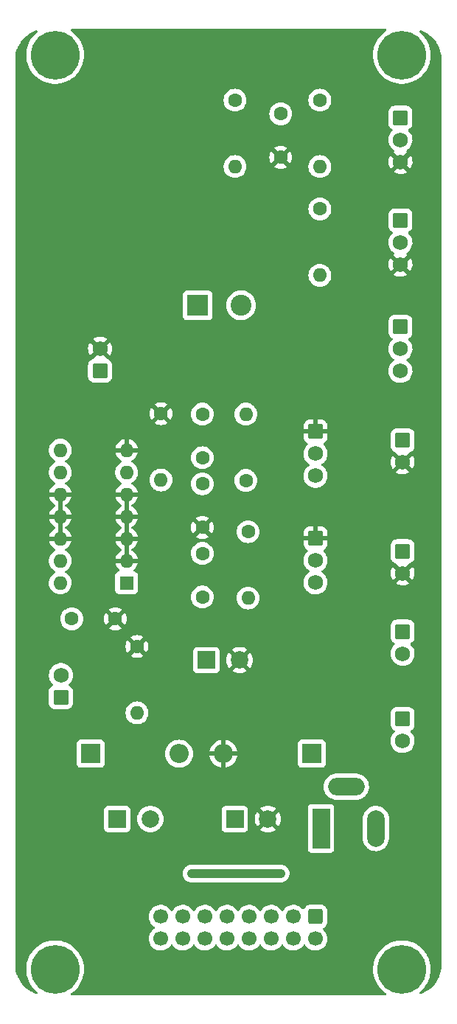
<source format=gbr>
%TF.GenerationSoftware,KiCad,Pcbnew,(6.0.7)*%
%TF.CreationDate,2023-02-21T16:05:42-05:00*%
%TF.ProjectId,MINI_AMP,4d494e49-5f41-44d5-902e-6b696361645f,rev?*%
%TF.SameCoordinates,Original*%
%TF.FileFunction,Copper,L1,Top*%
%TF.FilePolarity,Positive*%
%FSLAX46Y46*%
G04 Gerber Fmt 4.6, Leading zero omitted, Abs format (unit mm)*
G04 Created by KiCad (PCBNEW (6.0.7)) date 2023-02-21 16:05:42*
%MOMM*%
%LPD*%
G01*
G04 APERTURE LIST*
G04 Aperture macros list*
%AMRoundRect*
0 Rectangle with rounded corners*
0 $1 Rounding radius*
0 $2 $3 $4 $5 $6 $7 $8 $9 X,Y pos of 4 corners*
0 Add a 4 corners polygon primitive as box body*
4,1,4,$2,$3,$4,$5,$6,$7,$8,$9,$2,$3,0*
0 Add four circle primitives for the rounded corners*
1,1,$1+$1,$2,$3*
1,1,$1+$1,$4,$5*
1,1,$1+$1,$6,$7*
1,1,$1+$1,$8,$9*
0 Add four rect primitives between the rounded corners*
20,1,$1+$1,$2,$3,$4,$5,0*
20,1,$1+$1,$4,$5,$6,$7,0*
20,1,$1+$1,$6,$7,$8,$9,0*
20,1,$1+$1,$8,$9,$2,$3,0*%
G04 Aperture macros list end*
%TA.AperFunction,ComponentPad*%
%ADD10C,1.600000*%
%TD*%
%TA.AperFunction,ComponentPad*%
%ADD11O,1.600000X1.600000*%
%TD*%
%TA.AperFunction,ComponentPad*%
%ADD12C,5.600000*%
%TD*%
%TA.AperFunction,ComponentPad*%
%ADD13RoundRect,0.250000X-0.620000X0.620000X-0.620000X-0.620000X0.620000X-0.620000X0.620000X0.620000X0*%
%TD*%
%TA.AperFunction,ComponentPad*%
%ADD14C,1.740000*%
%TD*%
%TA.AperFunction,ComponentPad*%
%ADD15R,2.400000X2.400000*%
%TD*%
%TA.AperFunction,ComponentPad*%
%ADD16C,2.400000*%
%TD*%
%TA.AperFunction,ComponentPad*%
%ADD17R,2.000000X2.000000*%
%TD*%
%TA.AperFunction,ComponentPad*%
%ADD18C,2.000000*%
%TD*%
%TA.AperFunction,ComponentPad*%
%ADD19RoundRect,0.250000X0.620000X-0.620000X0.620000X0.620000X-0.620000X0.620000X-0.620000X-0.620000X0*%
%TD*%
%TA.AperFunction,ComponentPad*%
%ADD20R,2.200000X2.200000*%
%TD*%
%TA.AperFunction,ComponentPad*%
%ADD21O,2.200000X2.200000*%
%TD*%
%TA.AperFunction,ComponentPad*%
%ADD22R,2.000000X4.600000*%
%TD*%
%TA.AperFunction,ComponentPad*%
%ADD23O,2.000000X4.200000*%
%TD*%
%TA.AperFunction,ComponentPad*%
%ADD24O,4.200000X2.000000*%
%TD*%
%TA.AperFunction,ComponentPad*%
%ADD25R,1.600000X1.600000*%
%TD*%
%TA.AperFunction,ComponentPad*%
%ADD26RoundRect,0.250000X-0.600000X0.600000X-0.600000X-0.600000X0.600000X-0.600000X0.600000X0.600000X0*%
%TD*%
%TA.AperFunction,ComponentPad*%
%ADD27C,1.700000*%
%TD*%
%TA.AperFunction,ViaPad*%
%ADD28C,1.000000*%
%TD*%
%TA.AperFunction,Conductor*%
%ADD29C,1.000000*%
%TD*%
G04 APERTURE END LIST*
D10*
%TO.P,R6,1*%
%TO.N,Net-(R9-Pad2)*%
X127250000Y-98250000D03*
D11*
%TO.P,R6,2*%
%TO.N,Net-(R6-Pad2)*%
X127250000Y-105870000D03*
%TD*%
D12*
%TO.P,H2,1*%
%TO.N,N/C*%
X144920000Y-43500000D03*
%TD*%
D13*
%TO.P,J9,1,Pin_1*%
%TO.N,Net-(J9-Pad1)*%
X144750000Y-62500000D03*
D14*
%TO.P,J9,2,Pin_2*%
X144750000Y-65040000D03*
%TO.P,J9,3,Pin_3*%
%TO.N,Earth*%
X144750000Y-67580000D03*
%TD*%
D10*
%TO.P,R2,1*%
%TO.N,Net-(J10-Pad1)*%
X135500000Y-48690000D03*
D11*
%TO.P,R2,2*%
%TO.N,Net-(R2-Pad2)*%
X135500000Y-56310000D03*
%TD*%
D13*
%TO.P,R9,1,Pin_1*%
%TO.N,Earth*%
X135000000Y-99000000D03*
D14*
%TO.P,R9,2,Pin_2*%
%TO.N,Net-(R9-Pad2)*%
X135000000Y-101540000D03*
%TO.P,R9,3,Pin_3*%
%TO.N,Net-(R9-Pad3)*%
X135000000Y-104080000D03*
%TD*%
D10*
%TO.P,C3,1*%
%TO.N,Earth*%
X112000000Y-108250000D03*
%TO.P,C3,2*%
%TO.N,+24V*%
X107000000Y-108250000D03*
%TD*%
D13*
%TO.P,J10,1,Pin_1*%
%TO.N,Net-(J10-Pad1)*%
X144750000Y-50710000D03*
D14*
%TO.P,J10,2,Pin_2*%
X144750000Y-53250000D03*
%TO.P,J10,3,Pin_3*%
%TO.N,Earth*%
X144750000Y-55790000D03*
%TD*%
D15*
%TO.P,C7,1*%
%TO.N,Net-(C7-Pad1)*%
X121452272Y-72250000D03*
D16*
%TO.P,C7,2*%
%TO.N,Net-(C7-Pad2)*%
X126452272Y-72250000D03*
%TD*%
D10*
%TO.P,R7,1*%
%TO.N,Net-(R10-Pad2)*%
X127000000Y-92370000D03*
D11*
%TO.P,R7,2*%
%TO.N,Net-(R7-Pad2)*%
X127000000Y-84750000D03*
%TD*%
D17*
%TO.P,C10,1*%
%TO.N,Net-(C10-Pad1)*%
X125732323Y-131250000D03*
D18*
%TO.P,C10,2*%
%TO.N,Earth*%
X129532323Y-131250000D03*
%TD*%
D13*
%TO.P,J7,1,Pin_1*%
%TO.N,Net-(D4-Pad1)*%
X145000000Y-119750000D03*
D14*
%TO.P,J7,2,Pin_2*%
%TO.N,-12V*%
X145000000Y-122290000D03*
%TD*%
D13*
%TO.P,J2,1,Pin_1*%
%TO.N,Net-(J2-Pad1)*%
X145000000Y-87750000D03*
D14*
%TO.P,J2,2,Pin_2*%
%TO.N,Earth*%
X145000000Y-90290000D03*
%TD*%
D10*
%TO.P,C1,1*%
%TO.N,Earth*%
X122000000Y-97750000D03*
%TO.P,C1,2*%
%TO.N,Net-(C5-Pad1)*%
X122000000Y-92750000D03*
%TD*%
%TO.P,C5,1*%
%TO.N,Net-(C5-Pad1)*%
X122000000Y-89750000D03*
%TO.P,C5,2*%
%TO.N,Net-(R7-Pad2)*%
X122000000Y-84750000D03*
%TD*%
D13*
%TO.P,J5,1,Pin_1*%
%TO.N,+12V*%
X145000000Y-109730000D03*
D14*
%TO.P,J5,2,Pin_2*%
%TO.N,Net-(D3-Pad2)*%
X145000000Y-112270000D03*
%TD*%
D10*
%TO.P,R5,1*%
%TO.N,Earth*%
X114500000Y-111440000D03*
D11*
%TO.P,R5,2*%
%TO.N,Net-(J8-Pad2)*%
X114500000Y-119060000D03*
%TD*%
D19*
%TO.P,J6,1,Pin_1*%
%TO.N,Net-(J6-Pad1)*%
X110250000Y-79770000D03*
D14*
%TO.P,J6,2,Pin_2*%
%TO.N,Earth*%
X110250000Y-77230000D03*
%TD*%
D10*
%TO.P,R1,1*%
%TO.N,Net-(C6-Pad2)*%
X125750000Y-48690000D03*
D11*
%TO.P,R1,2*%
%TO.N,Net-(C7-Pad1)*%
X125750000Y-56310000D03*
%TD*%
D17*
%TO.P,C9,1*%
%TO.N,+24V*%
X112232323Y-131250000D03*
D18*
%TO.P,C9,2*%
%TO.N,Net-(C10-Pad1)*%
X116032323Y-131250000D03*
%TD*%
D20*
%TO.P,D4,1,K*%
%TO.N,Net-(D4-Pad1)*%
X134580000Y-123750000D03*
D21*
%TO.P,D4,2,A*%
%TO.N,Earth*%
X124420000Y-123750000D03*
%TD*%
D20*
%TO.P,D3,1,K*%
%TO.N,+24V*%
X109170000Y-123750000D03*
D21*
%TO.P,D3,2,A*%
%TO.N,Net-(D3-Pad2)*%
X119330000Y-123750000D03*
%TD*%
D19*
%TO.P,J8,1,Pin_1*%
%TO.N,+24V*%
X105750000Y-117250000D03*
D14*
%TO.P,J8,2,Pin_2*%
%TO.N,Net-(J8-Pad2)*%
X105750000Y-114710000D03*
%TD*%
D13*
%TO.P,R10,1,Pin_1*%
%TO.N,Earth*%
X135000000Y-86750000D03*
D14*
%TO.P,R10,2,Pin_2*%
%TO.N,Net-(R10-Pad2)*%
X135000000Y-89290000D03*
%TO.P,R10,3,Pin_3*%
%TO.N,Net-(J2-Pad1)*%
X135000000Y-91830000D03*
%TD*%
D13*
%TO.P,S1,1,Pin_1*%
%TO.N,Net-(R2-Pad2)*%
X144750000Y-74710000D03*
D14*
%TO.P,S1,2,Pin_2*%
%TO.N,Net-(C7-Pad2)*%
X144750000Y-77250000D03*
%TO.P,S1,3,Pin_3*%
%TO.N,Net-(J6-Pad1)*%
X144750000Y-79790000D03*
%TD*%
D22*
%TO.P,J4,1*%
%TO.N,+12V*%
X135636000Y-132334000D03*
D23*
%TO.P,J4,2*%
%TO.N,-12V*%
X141936000Y-132334000D03*
D24*
%TO.P,J4,3*%
%TO.N,Net-(J3-Pad2)*%
X138536000Y-127534000D03*
%TD*%
D25*
%TO.P,U1,1,BYPASS*%
%TO.N,Net-(C2-Pad1)*%
X113300000Y-104125000D03*
D11*
%TO.P,U1,2,+*%
%TO.N,Earth*%
X113300000Y-101585000D03*
%TO.P,U1,3,GND*%
X113300000Y-99045000D03*
%TO.P,U1,4,GND*%
X113300000Y-96505000D03*
%TO.P,U1,5,GND*%
X113300000Y-93965000D03*
%TO.P,U1,6,-*%
%TO.N,Net-(C5-Pad1)*%
X113300000Y-91425000D03*
%TO.P,U1,7,GND*%
%TO.N,Earth*%
X113300000Y-88885000D03*
%TO.P,U1,8*%
%TO.N,Net-(C7-Pad1)*%
X105680000Y-88885000D03*
%TO.P,U1,9,NC*%
%TO.N,unconnected-(U1-Pad9)*%
X105680000Y-91425000D03*
%TO.P,U1,10,GND*%
%TO.N,Earth*%
X105680000Y-93965000D03*
%TO.P,U1,11,GND*%
X105680000Y-96505000D03*
%TO.P,U1,12,GND*%
X105680000Y-99045000D03*
%TO.P,U1,13,NC*%
%TO.N,unconnected-(U1-Pad13)*%
X105680000Y-101585000D03*
%TO.P,U1,14,VS*%
%TO.N,+24V*%
X105680000Y-104125000D03*
%TD*%
D13*
%TO.P,J1,1,Pin_1*%
%TO.N,Net-(R9-Pad3)*%
X145000000Y-100500000D03*
D14*
%TO.P,J1,2,Pin_2*%
%TO.N,Earth*%
X145000000Y-103040000D03*
%TD*%
D10*
%TO.P,C6,1*%
%TO.N,Earth*%
X131000000Y-55250000D03*
%TO.P,C6,2*%
%TO.N,Net-(C6-Pad2)*%
X131000000Y-50250000D03*
%TD*%
D26*
%TO.P,J3,1,Pin_1*%
%TO.N,Net-(J3-Pad2)*%
X135000000Y-142460000D03*
D27*
%TO.P,J3,2,Pin_2*%
X135000000Y-145000000D03*
%TO.P,J3,3,Pin_3*%
%TO.N,Net-(C10-Pad1)*%
X132460000Y-142460000D03*
%TO.P,J3,4,Pin_4*%
X132460000Y-145000000D03*
%TO.P,J3,5,Pin_5*%
X129920000Y-142460000D03*
%TO.P,J3,6,Pin_6*%
X129920000Y-145000000D03*
%TO.P,J3,7,Pin_7*%
X127380000Y-142460000D03*
%TO.P,J3,8,Pin_8*%
X127380000Y-145000000D03*
%TO.P,J3,9,Pin_9*%
%TO.N,+12V*%
X124840000Y-142460000D03*
%TO.P,J3,10,Pin_10*%
X124840000Y-145000000D03*
%TO.P,J3,11,Pin_11*%
%TO.N,+5V*%
X122300000Y-142460000D03*
%TO.P,J3,12,Pin_12*%
X122300000Y-145000000D03*
%TO.P,J3,13,Pin_13*%
%TO.N,CV*%
X119760000Y-142460000D03*
%TO.P,J3,14,Pin_14*%
X119760000Y-145000000D03*
%TO.P,J3,15,Pin_15*%
%TO.N,GATE*%
X117220000Y-142460000D03*
%TO.P,J3,16,Pin_16*%
X117220000Y-145000000D03*
%TD*%
D12*
%TO.P,H4,1*%
%TO.N,N/C*%
X144920000Y-148500000D03*
%TD*%
%TO.P,H1,1*%
%TO.N,N/C*%
X105080000Y-43500000D03*
%TD*%
D10*
%TO.P,R8,1*%
%TO.N,Earth*%
X117250000Y-84690000D03*
D11*
%TO.P,R8,2*%
%TO.N,Net-(C5-Pad1)*%
X117250000Y-92310000D03*
%TD*%
D17*
%TO.P,C2,1*%
%TO.N,Net-(C2-Pad1)*%
X122482323Y-113000000D03*
D18*
%TO.P,C2,2*%
%TO.N,Earth*%
X126282323Y-113000000D03*
%TD*%
D10*
%TO.P,R3,1*%
%TO.N,Net-(J9-Pad1)*%
X135500000Y-61190000D03*
D11*
%TO.P,R3,2*%
%TO.N,Net-(R2-Pad2)*%
X135500000Y-68810000D03*
%TD*%
D10*
%TO.P,C4,1*%
%TO.N,Net-(C5-Pad1)*%
X122000000Y-100750000D03*
%TO.P,C4,2*%
%TO.N,Net-(R6-Pad2)*%
X122000000Y-105750000D03*
%TD*%
D12*
%TO.P,H3,1*%
%TO.N,N/C*%
X105080000Y-148500000D03*
%TD*%
D28*
%TO.N,Net-(C10-Pad1)*%
X131000000Y-137500000D03*
X120750000Y-137500000D03*
%TD*%
D29*
%TO.N,Net-(C10-Pad1)*%
X131000000Y-137500000D02*
X120750000Y-137500000D01*
%TD*%
%TA.AperFunction,Conductor*%
%TO.N,Earth*%
G36*
X143088127Y-40528502D02*
G01*
X143134620Y-40582158D01*
X143144724Y-40652432D01*
X143115230Y-40717012D01*
X143084715Y-40742614D01*
X143067193Y-40753101D01*
X143064467Y-40755163D01*
X143064465Y-40755164D01*
X142845493Y-40920772D01*
X142781367Y-40969270D01*
X142520559Y-41215043D01*
X142287819Y-41487546D01*
X142285900Y-41490358D01*
X142285897Y-41490363D01*
X142260919Y-41526980D01*
X142085871Y-41783591D01*
X141917077Y-42099714D01*
X141783411Y-42432218D01*
X141782491Y-42435492D01*
X141782489Y-42435497D01*
X141716661Y-42669689D01*
X141686437Y-42777213D01*
X141627290Y-43130663D01*
X141606661Y-43488434D01*
X141624792Y-43846340D01*
X141625329Y-43849695D01*
X141625330Y-43849701D01*
X141647901Y-43990618D01*
X141681470Y-44200195D01*
X141776033Y-44545859D01*
X141907374Y-44879288D01*
X142073957Y-45196582D01*
X142075858Y-45199411D01*
X142075864Y-45199421D01*
X142259569Y-45472800D01*
X142273834Y-45494029D01*
X142504665Y-45768150D01*
X142763751Y-46015738D01*
X143048061Y-46233897D01*
X143080056Y-46253350D01*
X143351355Y-46418303D01*
X143351360Y-46418306D01*
X143354270Y-46420075D01*
X143357358Y-46421521D01*
X143357357Y-46421521D01*
X143675710Y-46570649D01*
X143675720Y-46570653D01*
X143678794Y-46572093D01*
X143682012Y-46573195D01*
X143682015Y-46573196D01*
X144014615Y-46687071D01*
X144014623Y-46687073D01*
X144017838Y-46688174D01*
X144367435Y-46766959D01*
X144419728Y-46772917D01*
X144720114Y-46807142D01*
X144720122Y-46807142D01*
X144723497Y-46807527D01*
X144726901Y-46807545D01*
X144726904Y-46807545D01*
X144921227Y-46808562D01*
X145081857Y-46809403D01*
X145085243Y-46809053D01*
X145085245Y-46809053D01*
X145434932Y-46772917D01*
X145434941Y-46772916D01*
X145438324Y-46772566D01*
X145441657Y-46771852D01*
X145441660Y-46771851D01*
X145614186Y-46734864D01*
X145788727Y-46697446D01*
X146128968Y-46584922D01*
X146455066Y-46436311D01*
X146549052Y-46380506D01*
X146760262Y-46255099D01*
X146760267Y-46255096D01*
X146763207Y-46253350D01*
X147049786Y-46038180D01*
X147311451Y-45793319D01*
X147545140Y-45521630D01*
X147651750Y-45366512D01*
X147746190Y-45229101D01*
X147746195Y-45229094D01*
X147748120Y-45226292D01*
X147749732Y-45223298D01*
X147749737Y-45223290D01*
X147916395Y-44913772D01*
X147918017Y-44910760D01*
X148052842Y-44578724D01*
X148063142Y-44542568D01*
X148083527Y-44471006D01*
X148151020Y-44234070D01*
X148188885Y-44012552D01*
X148210829Y-43884175D01*
X148210829Y-43884173D01*
X148211401Y-43880828D01*
X148213511Y-43846340D01*
X148233168Y-43524928D01*
X148233278Y-43523131D01*
X148233359Y-43500000D01*
X148213979Y-43142159D01*
X148156066Y-42788505D01*
X148060297Y-42443173D01*
X148057243Y-42435497D01*
X147929052Y-42113369D01*
X147927793Y-42110205D01*
X147897768Y-42053498D01*
X147761702Y-41796513D01*
X147761698Y-41796506D01*
X147760103Y-41793494D01*
X147559190Y-41496746D01*
X147327403Y-41223432D01*
X147067454Y-40976750D01*
X146975276Y-40906529D01*
X146933209Y-40849337D01*
X146928740Y-40778481D01*
X146963288Y-40716457D01*
X147025884Y-40682958D01*
X147094079Y-40687665D01*
X147330311Y-40772191D01*
X147341735Y-40776922D01*
X147409500Y-40808972D01*
X147640292Y-40918128D01*
X147651188Y-40923953D01*
X147743181Y-40979091D01*
X147934467Y-41093744D01*
X147944748Y-41100614D01*
X148210017Y-41297350D01*
X148219556Y-41305177D01*
X148464282Y-41526985D01*
X148473015Y-41535718D01*
X148694823Y-41780444D01*
X148702650Y-41789983D01*
X148846901Y-41984483D01*
X148899386Y-42055252D01*
X148906256Y-42065533D01*
X149076045Y-42348807D01*
X149081872Y-42359708D01*
X149121348Y-42443173D01*
X149223078Y-42658265D01*
X149227810Y-42669689D01*
X149339072Y-42980645D01*
X149342661Y-42992477D01*
X149422909Y-43312841D01*
X149425321Y-43324969D01*
X149473779Y-43651650D01*
X149474990Y-43663949D01*
X149484117Y-43849701D01*
X149489390Y-43957034D01*
X149488042Y-43982598D01*
X149486309Y-43993724D01*
X149487474Y-44002630D01*
X149490436Y-44025283D01*
X149491500Y-44041621D01*
X149491500Y-147950633D01*
X149490000Y-147970018D01*
X149486309Y-147993724D01*
X149487473Y-148002627D01*
X149487473Y-148002628D01*
X149488839Y-148013076D01*
X149489751Y-148035594D01*
X149485081Y-148130663D01*
X149474991Y-148336045D01*
X149473779Y-148348350D01*
X149425321Y-148675031D01*
X149422909Y-148687159D01*
X149342661Y-149007523D01*
X149339072Y-149019355D01*
X149227810Y-149330311D01*
X149223078Y-149341735D01*
X149081874Y-149640288D01*
X149076045Y-149651193D01*
X148906256Y-149934467D01*
X148899386Y-149944748D01*
X148702650Y-150210017D01*
X148694823Y-150219556D01*
X148473020Y-150464277D01*
X148464282Y-150473015D01*
X148219556Y-150694823D01*
X148210017Y-150702650D01*
X148015517Y-150846901D01*
X147944748Y-150899386D01*
X147934467Y-150906256D01*
X147792101Y-150991588D01*
X147651188Y-151076047D01*
X147640292Y-151081872D01*
X147618155Y-151092342D01*
X147341735Y-151223078D01*
X147330311Y-151227810D01*
X147095748Y-151311738D01*
X147024871Y-151315854D01*
X146963020Y-151280998D01*
X146929832Y-151218236D01*
X146935844Y-151147494D01*
X146977644Y-151092346D01*
X147049786Y-151038180D01*
X147311451Y-150793319D01*
X147545140Y-150521630D01*
X147727429Y-150256398D01*
X147746190Y-150229101D01*
X147746195Y-150229094D01*
X147748120Y-150226292D01*
X147749732Y-150223298D01*
X147749737Y-150223290D01*
X147916395Y-149913772D01*
X147918017Y-149910760D01*
X148052842Y-149578724D01*
X148063142Y-149542568D01*
X148083527Y-149471006D01*
X148151020Y-149234070D01*
X148211401Y-148880828D01*
X148213511Y-148846340D01*
X148233168Y-148524928D01*
X148233278Y-148523131D01*
X148233359Y-148500000D01*
X148213979Y-148142159D01*
X148156066Y-147788505D01*
X148060297Y-147443173D01*
X148057243Y-147435497D01*
X147929052Y-147113369D01*
X147927793Y-147110205D01*
X147897768Y-147053498D01*
X147761702Y-146796513D01*
X147761698Y-146796506D01*
X147760103Y-146793494D01*
X147559190Y-146496746D01*
X147327403Y-146223432D01*
X147067454Y-145976750D01*
X146836341Y-145800689D01*
X146785091Y-145761647D01*
X146785089Y-145761646D01*
X146782384Y-145759585D01*
X146779472Y-145757828D01*
X146779467Y-145757825D01*
X146478443Y-145576236D01*
X146478437Y-145576233D01*
X146475528Y-145574478D01*
X146150475Y-145423593D01*
X145980751Y-145366145D01*
X145814255Y-145309789D01*
X145814250Y-145309788D01*
X145811028Y-145308697D01*
X145612681Y-145264724D01*
X145464493Y-145231871D01*
X145464487Y-145231870D01*
X145461158Y-145231132D01*
X145457769Y-145230758D01*
X145457764Y-145230757D01*
X145108338Y-145192180D01*
X145108333Y-145192180D01*
X145104957Y-145191807D01*
X145101558Y-145191801D01*
X145101557Y-145191801D01*
X144932080Y-145191505D01*
X144746592Y-145191182D01*
X144633413Y-145203277D01*
X144393639Y-145228901D01*
X144393631Y-145228902D01*
X144390256Y-145229263D01*
X144040117Y-145305606D01*
X143700271Y-145419317D01*
X143697178Y-145420739D01*
X143697177Y-145420740D01*
X143690974Y-145423593D01*
X143374694Y-145569066D01*
X143371760Y-145570822D01*
X143371758Y-145570823D01*
X143291227Y-145619020D01*
X143067193Y-145753101D01*
X143064467Y-145755163D01*
X143064465Y-145755164D01*
X142894790Y-145883489D01*
X142781367Y-145969270D01*
X142520559Y-146215043D01*
X142287819Y-146487546D01*
X142285900Y-146490358D01*
X142285897Y-146490363D01*
X142192624Y-146627097D01*
X142085871Y-146783591D01*
X141917077Y-147099714D01*
X141783411Y-147432218D01*
X141782491Y-147435492D01*
X141782489Y-147435497D01*
X141780332Y-147443173D01*
X141686437Y-147777213D01*
X141685875Y-147780570D01*
X141685875Y-147780571D01*
X141643199Y-148035597D01*
X141627290Y-148130663D01*
X141606661Y-148488434D01*
X141624792Y-148846340D01*
X141625329Y-148849695D01*
X141625330Y-148849701D01*
X141630316Y-148880828D01*
X141681470Y-149200195D01*
X141776033Y-149545859D01*
X141907374Y-149879288D01*
X142073957Y-150196582D01*
X142075858Y-150199411D01*
X142075864Y-150199421D01*
X142253841Y-150464277D01*
X142273834Y-150494029D01*
X142504665Y-150768150D01*
X142763751Y-151015738D01*
X143048061Y-151233897D01*
X143050979Y-151235671D01*
X143087437Y-151257838D01*
X143135252Y-151310319D01*
X143147103Y-151380320D01*
X143119228Y-151445615D01*
X143060477Y-151485474D01*
X143021978Y-151491500D01*
X106981120Y-151491500D01*
X106912999Y-151471498D01*
X106866506Y-151417842D01*
X106856402Y-151347568D01*
X106885896Y-151282988D01*
X106916789Y-151257161D01*
X106923207Y-151253350D01*
X106957225Y-151227809D01*
X107021095Y-151179854D01*
X107209786Y-151038180D01*
X107471451Y-150793319D01*
X107705140Y-150521630D01*
X107887429Y-150256398D01*
X107906190Y-150229101D01*
X107906195Y-150229094D01*
X107908120Y-150226292D01*
X107909732Y-150223298D01*
X107909737Y-150223290D01*
X108076395Y-149913772D01*
X108078017Y-149910760D01*
X108212842Y-149578724D01*
X108223142Y-149542568D01*
X108243527Y-149471006D01*
X108311020Y-149234070D01*
X108371401Y-148880828D01*
X108373511Y-148846340D01*
X108393168Y-148524928D01*
X108393278Y-148523131D01*
X108393359Y-148500000D01*
X108373979Y-148142159D01*
X108316066Y-147788505D01*
X108220297Y-147443173D01*
X108217243Y-147435497D01*
X108089052Y-147113369D01*
X108087793Y-147110205D01*
X108057768Y-147053498D01*
X107921702Y-146796513D01*
X107921698Y-146796506D01*
X107920103Y-146793494D01*
X107719190Y-146496746D01*
X107487403Y-146223432D01*
X107227454Y-145976750D01*
X106996341Y-145800689D01*
X106945091Y-145761647D01*
X106945089Y-145761646D01*
X106942384Y-145759585D01*
X106939472Y-145757828D01*
X106939467Y-145757825D01*
X106638443Y-145576236D01*
X106638437Y-145576233D01*
X106635528Y-145574478D01*
X106310475Y-145423593D01*
X106140751Y-145366145D01*
X105974255Y-145309789D01*
X105974250Y-145309788D01*
X105971028Y-145308697D01*
X105772681Y-145264724D01*
X105624493Y-145231871D01*
X105624487Y-145231870D01*
X105621158Y-145231132D01*
X105617769Y-145230758D01*
X105617764Y-145230757D01*
X105268338Y-145192180D01*
X105268333Y-145192180D01*
X105264957Y-145191807D01*
X105261558Y-145191801D01*
X105261557Y-145191801D01*
X105092080Y-145191505D01*
X104906592Y-145191182D01*
X104793413Y-145203277D01*
X104553639Y-145228901D01*
X104553631Y-145228902D01*
X104550256Y-145229263D01*
X104200117Y-145305606D01*
X103860271Y-145419317D01*
X103857178Y-145420739D01*
X103857177Y-145420740D01*
X103850974Y-145423593D01*
X103534694Y-145569066D01*
X103531760Y-145570822D01*
X103531758Y-145570823D01*
X103451227Y-145619020D01*
X103227193Y-145753101D01*
X103224467Y-145755163D01*
X103224465Y-145755164D01*
X103054790Y-145883489D01*
X102941367Y-145969270D01*
X102680559Y-146215043D01*
X102447819Y-146487546D01*
X102445900Y-146490358D01*
X102445897Y-146490363D01*
X102352624Y-146627097D01*
X102245871Y-146783591D01*
X102077077Y-147099714D01*
X101943411Y-147432218D01*
X101942491Y-147435492D01*
X101942489Y-147435497D01*
X101940332Y-147443173D01*
X101846437Y-147777213D01*
X101845875Y-147780570D01*
X101845875Y-147780571D01*
X101803199Y-148035597D01*
X101787290Y-148130663D01*
X101766661Y-148488434D01*
X101784792Y-148846340D01*
X101785329Y-148849695D01*
X101785330Y-148849701D01*
X101790316Y-148880828D01*
X101841470Y-149200195D01*
X101936033Y-149545859D01*
X102067374Y-149879288D01*
X102233957Y-150196582D01*
X102235858Y-150199411D01*
X102235864Y-150199421D01*
X102413841Y-150464277D01*
X102433834Y-150494029D01*
X102664665Y-150768150D01*
X102923751Y-151015738D01*
X103025694Y-151093962D01*
X103067559Y-151151297D01*
X103071781Y-151222168D01*
X103037017Y-151284071D01*
X102974304Y-151317352D01*
X102906540Y-151312556D01*
X102669689Y-151227809D01*
X102658265Y-151223078D01*
X102381845Y-151092342D01*
X102359708Y-151081872D01*
X102348812Y-151076047D01*
X102207899Y-150991588D01*
X102065533Y-150906256D01*
X102055252Y-150899386D01*
X101984483Y-150846901D01*
X101789983Y-150702650D01*
X101780444Y-150694823D01*
X101535718Y-150473015D01*
X101526980Y-150464277D01*
X101305177Y-150219556D01*
X101297350Y-150210017D01*
X101100614Y-149944748D01*
X101093744Y-149934467D01*
X100923955Y-149651193D01*
X100918126Y-149640288D01*
X100776922Y-149341735D01*
X100772190Y-149330311D01*
X100660928Y-149019355D01*
X100657339Y-149007523D01*
X100577091Y-148687159D01*
X100574679Y-148675031D01*
X100526221Y-148348351D01*
X100525009Y-148336045D01*
X100510795Y-148046695D01*
X100512387Y-148019619D01*
X100513576Y-148012552D01*
X100513729Y-148000000D01*
X100509773Y-147972376D01*
X100508500Y-147954514D01*
X100508500Y-144966695D01*
X115857251Y-144966695D01*
X115857548Y-144971848D01*
X115857548Y-144971851D01*
X115863011Y-145066590D01*
X115870110Y-145189715D01*
X115871247Y-145194761D01*
X115871248Y-145194767D01*
X115879186Y-145229988D01*
X115919222Y-145407639D01*
X116003266Y-145614616D01*
X116054019Y-145697438D01*
X116117291Y-145800688D01*
X116119987Y-145805088D01*
X116266250Y-145973938D01*
X116438126Y-146116632D01*
X116631000Y-146229338D01*
X116839692Y-146309030D01*
X116844760Y-146310061D01*
X116844763Y-146310062D01*
X116952017Y-146331883D01*
X117058597Y-146353567D01*
X117063772Y-146353757D01*
X117063774Y-146353757D01*
X117276673Y-146361564D01*
X117276677Y-146361564D01*
X117281837Y-146361753D01*
X117286957Y-146361097D01*
X117286959Y-146361097D01*
X117498288Y-146334025D01*
X117498289Y-146334025D01*
X117503416Y-146333368D01*
X117508366Y-146331883D01*
X117712429Y-146270661D01*
X117712434Y-146270659D01*
X117717384Y-146269174D01*
X117917994Y-146170896D01*
X118099860Y-146041173D01*
X118169661Y-145971616D01*
X118254435Y-145887137D01*
X118258096Y-145883489D01*
X118317594Y-145800689D01*
X118388453Y-145702077D01*
X118389776Y-145703028D01*
X118436645Y-145659857D01*
X118506580Y-145647625D01*
X118572026Y-145675144D01*
X118599875Y-145706994D01*
X118659987Y-145805088D01*
X118806250Y-145973938D01*
X118978126Y-146116632D01*
X119171000Y-146229338D01*
X119379692Y-146309030D01*
X119384760Y-146310061D01*
X119384763Y-146310062D01*
X119492017Y-146331883D01*
X119598597Y-146353567D01*
X119603772Y-146353757D01*
X119603774Y-146353757D01*
X119816673Y-146361564D01*
X119816677Y-146361564D01*
X119821837Y-146361753D01*
X119826957Y-146361097D01*
X119826959Y-146361097D01*
X120038288Y-146334025D01*
X120038289Y-146334025D01*
X120043416Y-146333368D01*
X120048366Y-146331883D01*
X120252429Y-146270661D01*
X120252434Y-146270659D01*
X120257384Y-146269174D01*
X120457994Y-146170896D01*
X120639860Y-146041173D01*
X120709661Y-145971616D01*
X120794435Y-145887137D01*
X120798096Y-145883489D01*
X120857594Y-145800689D01*
X120928453Y-145702077D01*
X120929776Y-145703028D01*
X120976645Y-145659857D01*
X121046580Y-145647625D01*
X121112026Y-145675144D01*
X121139875Y-145706994D01*
X121199987Y-145805088D01*
X121346250Y-145973938D01*
X121518126Y-146116632D01*
X121711000Y-146229338D01*
X121919692Y-146309030D01*
X121924760Y-146310061D01*
X121924763Y-146310062D01*
X122032017Y-146331883D01*
X122138597Y-146353567D01*
X122143772Y-146353757D01*
X122143774Y-146353757D01*
X122356673Y-146361564D01*
X122356677Y-146361564D01*
X122361837Y-146361753D01*
X122366957Y-146361097D01*
X122366959Y-146361097D01*
X122578288Y-146334025D01*
X122578289Y-146334025D01*
X122583416Y-146333368D01*
X122588366Y-146331883D01*
X122792429Y-146270661D01*
X122792434Y-146270659D01*
X122797384Y-146269174D01*
X122997994Y-146170896D01*
X123179860Y-146041173D01*
X123249661Y-145971616D01*
X123334435Y-145887137D01*
X123338096Y-145883489D01*
X123397594Y-145800689D01*
X123468453Y-145702077D01*
X123469776Y-145703028D01*
X123516645Y-145659857D01*
X123586580Y-145647625D01*
X123652026Y-145675144D01*
X123679875Y-145706994D01*
X123739987Y-145805088D01*
X123886250Y-145973938D01*
X124058126Y-146116632D01*
X124251000Y-146229338D01*
X124459692Y-146309030D01*
X124464760Y-146310061D01*
X124464763Y-146310062D01*
X124572017Y-146331883D01*
X124678597Y-146353567D01*
X124683772Y-146353757D01*
X124683774Y-146353757D01*
X124896673Y-146361564D01*
X124896677Y-146361564D01*
X124901837Y-146361753D01*
X124906957Y-146361097D01*
X124906959Y-146361097D01*
X125118288Y-146334025D01*
X125118289Y-146334025D01*
X125123416Y-146333368D01*
X125128366Y-146331883D01*
X125332429Y-146270661D01*
X125332434Y-146270659D01*
X125337384Y-146269174D01*
X125537994Y-146170896D01*
X125719860Y-146041173D01*
X125789661Y-145971616D01*
X125874435Y-145887137D01*
X125878096Y-145883489D01*
X125937594Y-145800689D01*
X126008453Y-145702077D01*
X126009776Y-145703028D01*
X126056645Y-145659857D01*
X126126580Y-145647625D01*
X126192026Y-145675144D01*
X126219875Y-145706994D01*
X126279987Y-145805088D01*
X126426250Y-145973938D01*
X126598126Y-146116632D01*
X126791000Y-146229338D01*
X126999692Y-146309030D01*
X127004760Y-146310061D01*
X127004763Y-146310062D01*
X127112017Y-146331883D01*
X127218597Y-146353567D01*
X127223772Y-146353757D01*
X127223774Y-146353757D01*
X127436673Y-146361564D01*
X127436677Y-146361564D01*
X127441837Y-146361753D01*
X127446957Y-146361097D01*
X127446959Y-146361097D01*
X127658288Y-146334025D01*
X127658289Y-146334025D01*
X127663416Y-146333368D01*
X127668366Y-146331883D01*
X127872429Y-146270661D01*
X127872434Y-146270659D01*
X127877384Y-146269174D01*
X128077994Y-146170896D01*
X128259860Y-146041173D01*
X128329661Y-145971616D01*
X128414435Y-145887137D01*
X128418096Y-145883489D01*
X128477594Y-145800689D01*
X128548453Y-145702077D01*
X128549776Y-145703028D01*
X128596645Y-145659857D01*
X128666580Y-145647625D01*
X128732026Y-145675144D01*
X128759875Y-145706994D01*
X128819987Y-145805088D01*
X128966250Y-145973938D01*
X129138126Y-146116632D01*
X129331000Y-146229338D01*
X129539692Y-146309030D01*
X129544760Y-146310061D01*
X129544763Y-146310062D01*
X129652017Y-146331883D01*
X129758597Y-146353567D01*
X129763772Y-146353757D01*
X129763774Y-146353757D01*
X129976673Y-146361564D01*
X129976677Y-146361564D01*
X129981837Y-146361753D01*
X129986957Y-146361097D01*
X129986959Y-146361097D01*
X130198288Y-146334025D01*
X130198289Y-146334025D01*
X130203416Y-146333368D01*
X130208366Y-146331883D01*
X130412429Y-146270661D01*
X130412434Y-146270659D01*
X130417384Y-146269174D01*
X130617994Y-146170896D01*
X130799860Y-146041173D01*
X130869661Y-145971616D01*
X130954435Y-145887137D01*
X130958096Y-145883489D01*
X131017594Y-145800689D01*
X131088453Y-145702077D01*
X131089776Y-145703028D01*
X131136645Y-145659857D01*
X131206580Y-145647625D01*
X131272026Y-145675144D01*
X131299875Y-145706994D01*
X131359987Y-145805088D01*
X131506250Y-145973938D01*
X131678126Y-146116632D01*
X131871000Y-146229338D01*
X132079692Y-146309030D01*
X132084760Y-146310061D01*
X132084763Y-146310062D01*
X132192017Y-146331883D01*
X132298597Y-146353567D01*
X132303772Y-146353757D01*
X132303774Y-146353757D01*
X132516673Y-146361564D01*
X132516677Y-146361564D01*
X132521837Y-146361753D01*
X132526957Y-146361097D01*
X132526959Y-146361097D01*
X132738288Y-146334025D01*
X132738289Y-146334025D01*
X132743416Y-146333368D01*
X132748366Y-146331883D01*
X132952429Y-146270661D01*
X132952434Y-146270659D01*
X132957384Y-146269174D01*
X133157994Y-146170896D01*
X133339860Y-146041173D01*
X133409661Y-145971616D01*
X133494435Y-145887137D01*
X133498096Y-145883489D01*
X133557594Y-145800689D01*
X133628453Y-145702077D01*
X133629776Y-145703028D01*
X133676645Y-145659857D01*
X133746580Y-145647625D01*
X133812026Y-145675144D01*
X133839875Y-145706994D01*
X133899987Y-145805088D01*
X134046250Y-145973938D01*
X134218126Y-146116632D01*
X134411000Y-146229338D01*
X134619692Y-146309030D01*
X134624760Y-146310061D01*
X134624763Y-146310062D01*
X134732017Y-146331883D01*
X134838597Y-146353567D01*
X134843772Y-146353757D01*
X134843774Y-146353757D01*
X135056673Y-146361564D01*
X135056677Y-146361564D01*
X135061837Y-146361753D01*
X135066957Y-146361097D01*
X135066959Y-146361097D01*
X135278288Y-146334025D01*
X135278289Y-146334025D01*
X135283416Y-146333368D01*
X135288366Y-146331883D01*
X135492429Y-146270661D01*
X135492434Y-146270659D01*
X135497384Y-146269174D01*
X135697994Y-146170896D01*
X135879860Y-146041173D01*
X135949661Y-145971616D01*
X136034435Y-145887137D01*
X136038096Y-145883489D01*
X136097594Y-145800689D01*
X136165435Y-145706277D01*
X136168453Y-145702077D01*
X136189320Y-145659857D01*
X136265136Y-145506453D01*
X136265137Y-145506451D01*
X136267430Y-145501811D01*
X136326327Y-145307959D01*
X136330865Y-145293023D01*
X136330865Y-145293021D01*
X136332370Y-145288069D01*
X136361529Y-145066590D01*
X136363156Y-145000000D01*
X136344852Y-144777361D01*
X136290431Y-144560702D01*
X136201354Y-144355840D01*
X136080014Y-144168277D01*
X135929670Y-144003051D01*
X135887006Y-143969357D01*
X135845944Y-143911441D01*
X135842712Y-143840518D01*
X135878337Y-143779107D01*
X135911647Y-143756376D01*
X135917007Y-143753865D01*
X135923946Y-143751550D01*
X136074348Y-143658478D01*
X136199305Y-143533303D01*
X136221357Y-143497529D01*
X136288275Y-143388968D01*
X136288276Y-143388966D01*
X136292115Y-143382738D01*
X136347797Y-143214861D01*
X136358500Y-143110400D01*
X136358500Y-141809600D01*
X136358163Y-141806350D01*
X136348238Y-141710692D01*
X136348237Y-141710688D01*
X136347526Y-141703834D01*
X136313598Y-141602138D01*
X136293868Y-141543002D01*
X136291550Y-141536054D01*
X136198478Y-141385652D01*
X136073303Y-141260695D01*
X135999030Y-141214912D01*
X135928968Y-141171725D01*
X135928966Y-141171724D01*
X135922738Y-141167885D01*
X135762254Y-141114655D01*
X135761389Y-141114368D01*
X135761387Y-141114368D01*
X135754861Y-141112203D01*
X135748025Y-141111503D01*
X135748022Y-141111502D01*
X135704969Y-141107091D01*
X135650400Y-141101500D01*
X134349600Y-141101500D01*
X134346354Y-141101837D01*
X134346350Y-141101837D01*
X134250692Y-141111762D01*
X134250688Y-141111763D01*
X134243834Y-141112474D01*
X134237298Y-141114655D01*
X134237296Y-141114655D01*
X134174631Y-141135562D01*
X134076054Y-141168450D01*
X133925652Y-141261522D01*
X133920479Y-141266704D01*
X133862686Y-141324598D01*
X133800695Y-141386697D01*
X133796855Y-141392927D01*
X133796854Y-141392928D01*
X133751275Y-141466870D01*
X133707885Y-141537262D01*
X133705579Y-141544213D01*
X133703561Y-141548542D01*
X133656644Y-141601828D01*
X133588367Y-141621290D01*
X133520407Y-141600749D01*
X133496172Y-141580094D01*
X133393152Y-141466876D01*
X133393142Y-141466867D01*
X133389670Y-141463051D01*
X133385619Y-141459852D01*
X133385615Y-141459848D01*
X133218414Y-141327800D01*
X133218410Y-141327798D01*
X133214359Y-141324598D01*
X133018789Y-141216638D01*
X133013920Y-141214914D01*
X133013916Y-141214912D01*
X132813087Y-141143795D01*
X132813083Y-141143794D01*
X132808212Y-141142069D01*
X132803119Y-141141162D01*
X132803116Y-141141161D01*
X132593373Y-141103800D01*
X132593367Y-141103799D01*
X132588284Y-141102894D01*
X132514452Y-141101992D01*
X132370081Y-141100228D01*
X132370079Y-141100228D01*
X132364911Y-141100165D01*
X132144091Y-141133955D01*
X131931756Y-141203357D01*
X131901443Y-141219137D01*
X131811678Y-141265866D01*
X131733607Y-141306507D01*
X131729474Y-141309610D01*
X131729471Y-141309612D01*
X131559100Y-141437530D01*
X131554965Y-141440635D01*
X131400629Y-141602138D01*
X131293201Y-141759621D01*
X131238293Y-141804621D01*
X131167768Y-141812792D01*
X131104021Y-141781538D01*
X131083324Y-141757054D01*
X131002822Y-141632617D01*
X131002820Y-141632614D01*
X131000014Y-141628277D01*
X130849670Y-141463051D01*
X130845619Y-141459852D01*
X130845615Y-141459848D01*
X130678414Y-141327800D01*
X130678410Y-141327798D01*
X130674359Y-141324598D01*
X130478789Y-141216638D01*
X130473920Y-141214914D01*
X130473916Y-141214912D01*
X130273087Y-141143795D01*
X130273083Y-141143794D01*
X130268212Y-141142069D01*
X130263119Y-141141162D01*
X130263116Y-141141161D01*
X130053373Y-141103800D01*
X130053367Y-141103799D01*
X130048284Y-141102894D01*
X129974452Y-141101992D01*
X129830081Y-141100228D01*
X129830079Y-141100228D01*
X129824911Y-141100165D01*
X129604091Y-141133955D01*
X129391756Y-141203357D01*
X129361443Y-141219137D01*
X129271678Y-141265866D01*
X129193607Y-141306507D01*
X129189474Y-141309610D01*
X129189471Y-141309612D01*
X129019100Y-141437530D01*
X129014965Y-141440635D01*
X128860629Y-141602138D01*
X128753201Y-141759621D01*
X128698293Y-141804621D01*
X128627768Y-141812792D01*
X128564021Y-141781538D01*
X128543324Y-141757054D01*
X128462822Y-141632617D01*
X128462820Y-141632614D01*
X128460014Y-141628277D01*
X128309670Y-141463051D01*
X128305619Y-141459852D01*
X128305615Y-141459848D01*
X128138414Y-141327800D01*
X128138410Y-141327798D01*
X128134359Y-141324598D01*
X127938789Y-141216638D01*
X127933920Y-141214914D01*
X127933916Y-141214912D01*
X127733087Y-141143795D01*
X127733083Y-141143794D01*
X127728212Y-141142069D01*
X127723119Y-141141162D01*
X127723116Y-141141161D01*
X127513373Y-141103800D01*
X127513367Y-141103799D01*
X127508284Y-141102894D01*
X127434452Y-141101992D01*
X127290081Y-141100228D01*
X127290079Y-141100228D01*
X127284911Y-141100165D01*
X127064091Y-141133955D01*
X126851756Y-141203357D01*
X126821443Y-141219137D01*
X126731678Y-141265866D01*
X126653607Y-141306507D01*
X126649474Y-141309610D01*
X126649471Y-141309612D01*
X126479100Y-141437530D01*
X126474965Y-141440635D01*
X126320629Y-141602138D01*
X126213201Y-141759621D01*
X126158293Y-141804621D01*
X126087768Y-141812792D01*
X126024021Y-141781538D01*
X126003324Y-141757054D01*
X125922822Y-141632617D01*
X125922820Y-141632614D01*
X125920014Y-141628277D01*
X125769670Y-141463051D01*
X125765619Y-141459852D01*
X125765615Y-141459848D01*
X125598414Y-141327800D01*
X125598410Y-141327798D01*
X125594359Y-141324598D01*
X125398789Y-141216638D01*
X125393920Y-141214914D01*
X125393916Y-141214912D01*
X125193087Y-141143795D01*
X125193083Y-141143794D01*
X125188212Y-141142069D01*
X125183119Y-141141162D01*
X125183116Y-141141161D01*
X124973373Y-141103800D01*
X124973367Y-141103799D01*
X124968284Y-141102894D01*
X124894452Y-141101992D01*
X124750081Y-141100228D01*
X124750079Y-141100228D01*
X124744911Y-141100165D01*
X124524091Y-141133955D01*
X124311756Y-141203357D01*
X124281443Y-141219137D01*
X124191678Y-141265866D01*
X124113607Y-141306507D01*
X124109474Y-141309610D01*
X124109471Y-141309612D01*
X123939100Y-141437530D01*
X123934965Y-141440635D01*
X123780629Y-141602138D01*
X123673201Y-141759621D01*
X123618293Y-141804621D01*
X123547768Y-141812792D01*
X123484021Y-141781538D01*
X123463324Y-141757054D01*
X123382822Y-141632617D01*
X123382820Y-141632614D01*
X123380014Y-141628277D01*
X123229670Y-141463051D01*
X123225619Y-141459852D01*
X123225615Y-141459848D01*
X123058414Y-141327800D01*
X123058410Y-141327798D01*
X123054359Y-141324598D01*
X122858789Y-141216638D01*
X122853920Y-141214914D01*
X122853916Y-141214912D01*
X122653087Y-141143795D01*
X122653083Y-141143794D01*
X122648212Y-141142069D01*
X122643119Y-141141162D01*
X122643116Y-141141161D01*
X122433373Y-141103800D01*
X122433367Y-141103799D01*
X122428284Y-141102894D01*
X122354452Y-141101992D01*
X122210081Y-141100228D01*
X122210079Y-141100228D01*
X122204911Y-141100165D01*
X121984091Y-141133955D01*
X121771756Y-141203357D01*
X121741443Y-141219137D01*
X121651678Y-141265866D01*
X121573607Y-141306507D01*
X121569474Y-141309610D01*
X121569471Y-141309612D01*
X121399100Y-141437530D01*
X121394965Y-141440635D01*
X121240629Y-141602138D01*
X121133201Y-141759621D01*
X121078293Y-141804621D01*
X121007768Y-141812792D01*
X120944021Y-141781538D01*
X120923324Y-141757054D01*
X120842822Y-141632617D01*
X120842820Y-141632614D01*
X120840014Y-141628277D01*
X120689670Y-141463051D01*
X120685619Y-141459852D01*
X120685615Y-141459848D01*
X120518414Y-141327800D01*
X120518410Y-141327798D01*
X120514359Y-141324598D01*
X120318789Y-141216638D01*
X120313920Y-141214914D01*
X120313916Y-141214912D01*
X120113087Y-141143795D01*
X120113083Y-141143794D01*
X120108212Y-141142069D01*
X120103119Y-141141162D01*
X120103116Y-141141161D01*
X119893373Y-141103800D01*
X119893367Y-141103799D01*
X119888284Y-141102894D01*
X119814452Y-141101992D01*
X119670081Y-141100228D01*
X119670079Y-141100228D01*
X119664911Y-141100165D01*
X119444091Y-141133955D01*
X119231756Y-141203357D01*
X119201443Y-141219137D01*
X119111678Y-141265866D01*
X119033607Y-141306507D01*
X119029474Y-141309610D01*
X119029471Y-141309612D01*
X118859100Y-141437530D01*
X118854965Y-141440635D01*
X118700629Y-141602138D01*
X118593201Y-141759621D01*
X118538293Y-141804621D01*
X118467768Y-141812792D01*
X118404021Y-141781538D01*
X118383324Y-141757054D01*
X118302822Y-141632617D01*
X118302820Y-141632614D01*
X118300014Y-141628277D01*
X118149670Y-141463051D01*
X118145619Y-141459852D01*
X118145615Y-141459848D01*
X117978414Y-141327800D01*
X117978410Y-141327798D01*
X117974359Y-141324598D01*
X117778789Y-141216638D01*
X117773920Y-141214914D01*
X117773916Y-141214912D01*
X117573087Y-141143795D01*
X117573083Y-141143794D01*
X117568212Y-141142069D01*
X117563119Y-141141162D01*
X117563116Y-141141161D01*
X117353373Y-141103800D01*
X117353367Y-141103799D01*
X117348284Y-141102894D01*
X117274452Y-141101992D01*
X117130081Y-141100228D01*
X117130079Y-141100228D01*
X117124911Y-141100165D01*
X116904091Y-141133955D01*
X116691756Y-141203357D01*
X116661443Y-141219137D01*
X116571678Y-141265866D01*
X116493607Y-141306507D01*
X116489474Y-141309610D01*
X116489471Y-141309612D01*
X116319100Y-141437530D01*
X116314965Y-141440635D01*
X116160629Y-141602138D01*
X116034743Y-141786680D01*
X115940688Y-141989305D01*
X115880989Y-142204570D01*
X115857251Y-142426695D01*
X115870110Y-142649715D01*
X115871247Y-142654761D01*
X115871248Y-142654767D01*
X115895304Y-142761508D01*
X115919222Y-142867639D01*
X116003266Y-143074616D01*
X116054942Y-143158944D01*
X116117291Y-143260688D01*
X116119987Y-143265088D01*
X116266250Y-143433938D01*
X116438126Y-143576632D01*
X116508595Y-143617811D01*
X116511445Y-143619476D01*
X116560169Y-143671114D01*
X116573240Y-143740897D01*
X116546509Y-143806669D01*
X116506055Y-143840027D01*
X116493607Y-143846507D01*
X116489474Y-143849610D01*
X116489471Y-143849612D01*
X116319100Y-143977530D01*
X116314965Y-143980635D01*
X116160629Y-144142138D01*
X116034743Y-144326680D01*
X115940688Y-144529305D01*
X115880989Y-144744570D01*
X115857251Y-144966695D01*
X100508500Y-144966695D01*
X100508500Y-137492925D01*
X119736645Y-137492925D01*
X119745254Y-137587518D01*
X119745310Y-137588159D01*
X119753268Y-137682934D01*
X119754248Y-137686353D01*
X119754570Y-137689888D01*
X119764761Y-137724513D01*
X119781364Y-137780928D01*
X119781577Y-137781660D01*
X119807783Y-137873050D01*
X119809406Y-137876208D01*
X119810410Y-137879619D01*
X119822224Y-137902216D01*
X119854410Y-137963783D01*
X119854814Y-137964563D01*
X119895369Y-138043473D01*
X119898187Y-138048956D01*
X119900393Y-138051739D01*
X119902040Y-138054890D01*
X119961466Y-138128800D01*
X119962015Y-138129488D01*
X120004646Y-138183274D01*
X120021035Y-138203953D01*
X120023743Y-138206258D01*
X120025968Y-138209025D01*
X120098781Y-138270123D01*
X120099247Y-138270516D01*
X120171650Y-138332136D01*
X120174751Y-138333869D01*
X120177474Y-138336154D01*
X120182869Y-138339120D01*
X120182872Y-138339122D01*
X120260718Y-138381919D01*
X120261485Y-138382344D01*
X120344294Y-138428624D01*
X120347677Y-138429723D01*
X120350787Y-138431433D01*
X120356668Y-138433298D01*
X120356669Y-138433299D01*
X120441233Y-138460124D01*
X120442071Y-138460393D01*
X120526532Y-138487836D01*
X120532392Y-138489740D01*
X120535919Y-138490161D01*
X120539306Y-138491235D01*
X120545427Y-138491922D01*
X120545429Y-138491922D01*
X120633594Y-138501811D01*
X120634468Y-138501912D01*
X120728777Y-138513158D01*
X120734912Y-138512686D01*
X120734914Y-138512686D01*
X120784489Y-138508871D01*
X120794156Y-138508500D01*
X130932226Y-138508500D01*
X130947145Y-138509386D01*
X130978777Y-138513158D01*
X130984912Y-138512686D01*
X130984914Y-138512686D01*
X131034489Y-138508871D01*
X131044156Y-138508500D01*
X131049769Y-138508500D01*
X131086591Y-138504890D01*
X131089212Y-138504660D01*
X131095818Y-138504152D01*
X131169831Y-138498457D01*
X131169835Y-138498456D01*
X131175972Y-138497984D01*
X131181903Y-138496328D01*
X131186345Y-138495545D01*
X131190708Y-138494681D01*
X131196833Y-138494080D01*
X131280131Y-138468931D01*
X131282665Y-138468195D01*
X131360525Y-138446456D01*
X131360526Y-138446456D01*
X131366463Y-138444798D01*
X131371967Y-138442018D01*
X131376164Y-138440390D01*
X131380273Y-138438696D01*
X131386169Y-138436916D01*
X131462994Y-138396068D01*
X131465336Y-138394854D01*
X131537502Y-138358400D01*
X131542996Y-138355625D01*
X131547849Y-138351833D01*
X131551608Y-138349448D01*
X131555351Y-138346961D01*
X131560796Y-138344066D01*
X131628248Y-138289053D01*
X131630289Y-138287424D01*
X131693987Y-138237659D01*
X131693993Y-138237653D01*
X131698847Y-138233861D01*
X131702873Y-138229197D01*
X131706094Y-138226129D01*
X131709283Y-138222963D01*
X131714062Y-138219065D01*
X131769541Y-138152003D01*
X131771175Y-138150069D01*
X131828078Y-138084145D01*
X131831121Y-138078788D01*
X131833708Y-138075121D01*
X131836204Y-138071421D01*
X131840130Y-138066675D01*
X131881537Y-137990095D01*
X131882808Y-137987803D01*
X131896454Y-137963783D01*
X131925769Y-137912179D01*
X131927713Y-137906335D01*
X131929547Y-137902216D01*
X131931272Y-137898113D01*
X131934198Y-137892701D01*
X131939178Y-137876615D01*
X131959928Y-137809580D01*
X131960735Y-137807067D01*
X131986249Y-137730369D01*
X131988197Y-137724513D01*
X131988970Y-137718392D01*
X131989969Y-137713995D01*
X131990860Y-137709652D01*
X131992682Y-137703768D01*
X132001780Y-137617205D01*
X132002082Y-137614597D01*
X132012543Y-137531796D01*
X132012543Y-137531791D01*
X132012985Y-137528295D01*
X132013270Y-137507884D01*
X132013355Y-137507075D01*
X132013291Y-137506372D01*
X132013380Y-137500000D01*
X132004105Y-137405403D01*
X132004023Y-137404528D01*
X131995988Y-137316245D01*
X131995430Y-137310112D01*
X131994427Y-137306703D01*
X131994080Y-137303167D01*
X131966639Y-137212279D01*
X131966414Y-137211525D01*
X131939590Y-137120381D01*
X131937942Y-137117228D01*
X131936916Y-137113831D01*
X131892289Y-137029899D01*
X131891922Y-137029201D01*
X131885877Y-137017637D01*
X131847960Y-136945110D01*
X131845735Y-136942342D01*
X131844066Y-136939204D01*
X131829310Y-136921111D01*
X131784059Y-136865628D01*
X131783506Y-136864944D01*
X131727898Y-136795782D01*
X131727892Y-136795776D01*
X131724032Y-136790975D01*
X131721311Y-136788692D01*
X131719065Y-136785938D01*
X131713018Y-136780935D01*
X131686051Y-136758627D01*
X131645864Y-136725381D01*
X131645329Y-136724935D01*
X131572526Y-136663846D01*
X131569411Y-136662134D01*
X131566675Y-136659870D01*
X131483101Y-136614682D01*
X131482363Y-136614279D01*
X131471084Y-136608078D01*
X131399213Y-136568567D01*
X131395830Y-136567494D01*
X131392701Y-136565802D01*
X131301974Y-136537718D01*
X131301158Y-136537462D01*
X131216565Y-136510627D01*
X131216561Y-136510626D01*
X131210694Y-136508765D01*
X131207163Y-136508369D01*
X131203768Y-136507318D01*
X131109293Y-136497389D01*
X131108579Y-136497311D01*
X131056773Y-136491500D01*
X131054200Y-136491500D01*
X131050224Y-136491180D01*
X131013204Y-136487289D01*
X131013202Y-136487289D01*
X131007075Y-136486645D01*
X130961309Y-136490810D01*
X130959430Y-136490981D01*
X130948010Y-136491500D01*
X120809873Y-136491500D01*
X120796703Y-136490810D01*
X120763204Y-136487289D01*
X120763202Y-136487289D01*
X120757075Y-136486645D01*
X120706827Y-136491218D01*
X120702793Y-136491500D01*
X120700231Y-136491500D01*
X120697173Y-136491800D01*
X120697169Y-136491800D01*
X120655404Y-136495895D01*
X120654529Y-136495977D01*
X120639982Y-136497301D01*
X120560112Y-136504570D01*
X120556703Y-136505573D01*
X120553167Y-136505920D01*
X120462279Y-136533361D01*
X120461610Y-136533561D01*
X120370381Y-136560410D01*
X120367228Y-136562058D01*
X120363831Y-136563084D01*
X120358401Y-136565971D01*
X120358399Y-136565972D01*
X120334013Y-136578938D01*
X120279899Y-136607711D01*
X120279319Y-136608016D01*
X120195110Y-136652040D01*
X120192342Y-136654265D01*
X120189204Y-136655934D01*
X120179503Y-136663846D01*
X120115628Y-136715941D01*
X120114944Y-136716494D01*
X120045782Y-136772102D01*
X120045776Y-136772108D01*
X120040975Y-136775968D01*
X120038692Y-136778689D01*
X120035938Y-136780935D01*
X120032011Y-136785682D01*
X120032009Y-136785684D01*
X119975441Y-136854064D01*
X119974935Y-136854671D01*
X119913846Y-136927474D01*
X119912134Y-136930589D01*
X119909870Y-136933325D01*
X119904995Y-136942342D01*
X119864700Y-137016865D01*
X119864298Y-137017603D01*
X119818567Y-137100787D01*
X119817494Y-137104170D01*
X119815802Y-137107299D01*
X119809923Y-137126291D01*
X119787725Y-137198002D01*
X119787468Y-137198822D01*
X119758765Y-137289306D01*
X119758369Y-137292837D01*
X119757318Y-137296232D01*
X119755454Y-137313970D01*
X119747397Y-137390625D01*
X119747302Y-137391500D01*
X119745743Y-137405403D01*
X119736719Y-137485851D01*
X119737016Y-137489392D01*
X119736645Y-137492925D01*
X100508500Y-137492925D01*
X100508500Y-134682134D01*
X134127500Y-134682134D01*
X134134255Y-134744316D01*
X134185385Y-134880705D01*
X134272739Y-134997261D01*
X134389295Y-135084615D01*
X134525684Y-135135745D01*
X134587866Y-135142500D01*
X136684134Y-135142500D01*
X136746316Y-135135745D01*
X136882705Y-135084615D01*
X136999261Y-134997261D01*
X137086615Y-134880705D01*
X137137745Y-134744316D01*
X137144500Y-134682134D01*
X137144500Y-133495001D01*
X140427500Y-133495001D01*
X140427702Y-133497509D01*
X140427702Y-133497514D01*
X140433943Y-133575074D01*
X140442060Y-133675965D01*
X140499963Y-133911706D01*
X140594812Y-134135156D01*
X140724167Y-134340567D01*
X140727512Y-134344361D01*
X140881350Y-134518858D01*
X140881353Y-134518861D01*
X140884698Y-134522655D01*
X140888606Y-134525865D01*
X140888607Y-134525866D01*
X140995242Y-134613456D01*
X141072278Y-134676734D01*
X141282078Y-134798841D01*
X141286801Y-134800654D01*
X141503978Y-134884020D01*
X141503982Y-134884021D01*
X141508702Y-134885833D01*
X141513652Y-134886867D01*
X141513655Y-134886868D01*
X141741369Y-134934440D01*
X141741373Y-134934440D01*
X141746320Y-134935474D01*
X141988817Y-134946486D01*
X141993837Y-134945905D01*
X141993841Y-134945905D01*
X142224929Y-134919167D01*
X142224933Y-134919166D01*
X142229956Y-134918585D01*
X142234820Y-134917209D01*
X142234823Y-134917208D01*
X142458669Y-134853866D01*
X142458668Y-134853866D01*
X142463532Y-134852490D01*
X142468108Y-134850356D01*
X142468114Y-134850354D01*
X142678954Y-134752038D01*
X142678958Y-134752036D01*
X142683536Y-134749901D01*
X142884307Y-134613456D01*
X143060681Y-134446668D01*
X143138901Y-134344361D01*
X143205047Y-134257846D01*
X143205050Y-134257842D01*
X143208120Y-134253826D01*
X143322831Y-134039891D01*
X143401862Y-133810369D01*
X143443179Y-133571164D01*
X143444500Y-133542075D01*
X143444500Y-131172999D01*
X143444298Y-131170486D01*
X143430346Y-130997076D01*
X143430345Y-130997071D01*
X143429940Y-130992035D01*
X143372037Y-130756294D01*
X143277188Y-130532844D01*
X143182297Y-130382160D01*
X143150528Y-130331712D01*
X143150526Y-130331709D01*
X143147833Y-130327433D01*
X143107633Y-130281834D01*
X142990650Y-130149142D01*
X142990647Y-130149139D01*
X142987302Y-130145345D01*
X142980410Y-130139684D01*
X142803628Y-129994474D01*
X142803625Y-129994472D01*
X142799722Y-129991266D01*
X142632464Y-129893919D01*
X142594290Y-129871701D01*
X142594288Y-129871700D01*
X142589922Y-129869159D01*
X142455725Y-129817646D01*
X142368022Y-129783980D01*
X142368018Y-129783979D01*
X142363298Y-129782167D01*
X142358348Y-129781133D01*
X142358345Y-129781132D01*
X142130631Y-129733560D01*
X142130627Y-129733560D01*
X142125680Y-129732526D01*
X141883183Y-129721514D01*
X141878163Y-129722095D01*
X141878159Y-129722095D01*
X141647071Y-129748833D01*
X141647067Y-129748834D01*
X141642044Y-129749415D01*
X141637180Y-129750791D01*
X141637177Y-129750792D01*
X141533573Y-129780109D01*
X141408468Y-129815510D01*
X141403892Y-129817644D01*
X141403886Y-129817646D01*
X141193046Y-129915962D01*
X141193042Y-129915964D01*
X141188464Y-129918099D01*
X140987693Y-130054544D01*
X140811319Y-130221332D01*
X140808241Y-130225358D01*
X140808240Y-130225359D01*
X140666953Y-130410154D01*
X140666950Y-130410158D01*
X140663880Y-130414174D01*
X140549169Y-130628109D01*
X140470138Y-130857631D01*
X140452978Y-130956978D01*
X140442400Y-131018223D01*
X140428821Y-131096836D01*
X140427500Y-131125925D01*
X140427500Y-133495001D01*
X137144500Y-133495001D01*
X137144500Y-129985866D01*
X137137745Y-129923684D01*
X137086615Y-129787295D01*
X136999261Y-129670739D01*
X136882705Y-129583385D01*
X136746316Y-129532255D01*
X136684134Y-129525500D01*
X134587866Y-129525500D01*
X134525684Y-129532255D01*
X134389295Y-129583385D01*
X134272739Y-129670739D01*
X134185385Y-129787295D01*
X134134255Y-129923684D01*
X134127500Y-129985866D01*
X134127500Y-134682134D01*
X100508500Y-134682134D01*
X100508500Y-132298134D01*
X110723823Y-132298134D01*
X110730578Y-132360316D01*
X110781708Y-132496705D01*
X110869062Y-132613261D01*
X110985618Y-132700615D01*
X111122007Y-132751745D01*
X111184189Y-132758500D01*
X113280457Y-132758500D01*
X113342639Y-132751745D01*
X113479028Y-132700615D01*
X113595584Y-132613261D01*
X113682938Y-132496705D01*
X113734068Y-132360316D01*
X113740823Y-132298134D01*
X113740823Y-131250000D01*
X114519158Y-131250000D01*
X114537788Y-131486711D01*
X114593218Y-131717594D01*
X114595111Y-131722165D01*
X114595112Y-131722167D01*
X114682095Y-131932163D01*
X114684083Y-131936963D01*
X114686669Y-131941183D01*
X114805564Y-132135202D01*
X114805568Y-132135208D01*
X114808147Y-132139416D01*
X114962354Y-132319969D01*
X115142907Y-132474176D01*
X115147115Y-132476755D01*
X115147121Y-132476759D01*
X115340407Y-132595205D01*
X115345360Y-132598240D01*
X115349930Y-132600133D01*
X115349934Y-132600135D01*
X115560156Y-132687211D01*
X115564729Y-132689105D01*
X115612672Y-132700615D01*
X115790799Y-132743380D01*
X115790805Y-132743381D01*
X115795612Y-132744535D01*
X116032323Y-132763165D01*
X116269034Y-132744535D01*
X116273841Y-132743381D01*
X116273847Y-132743380D01*
X116451974Y-132700615D01*
X116499917Y-132689105D01*
X116504490Y-132687211D01*
X116714712Y-132600135D01*
X116714716Y-132600133D01*
X116719286Y-132598240D01*
X116724239Y-132595205D01*
X116917525Y-132476759D01*
X116917531Y-132476755D01*
X116921739Y-132474176D01*
X117102292Y-132319969D01*
X117120941Y-132298134D01*
X124223823Y-132298134D01*
X124230578Y-132360316D01*
X124281708Y-132496705D01*
X124369062Y-132613261D01*
X124485618Y-132700615D01*
X124622007Y-132751745D01*
X124684189Y-132758500D01*
X126780457Y-132758500D01*
X126842639Y-132751745D01*
X126979028Y-132700615D01*
X127095584Y-132613261D01*
X127182938Y-132496705D01*
X127188199Y-132482670D01*
X128664483Y-132482670D01*
X128670210Y-132490320D01*
X128841365Y-132595205D01*
X128850160Y-132599687D01*
X129060311Y-132686734D01*
X129069696Y-132689783D01*
X129290877Y-132742885D01*
X129300624Y-132744428D01*
X129527393Y-132762275D01*
X129537253Y-132762275D01*
X129764022Y-132744428D01*
X129773769Y-132742885D01*
X129994950Y-132689783D01*
X130004335Y-132686734D01*
X130214486Y-132599687D01*
X130223281Y-132595205D01*
X130390768Y-132492568D01*
X130400230Y-132482110D01*
X130396447Y-132473334D01*
X129545135Y-131622022D01*
X129531191Y-131614408D01*
X129529358Y-131614539D01*
X129522743Y-131618790D01*
X128671243Y-132470290D01*
X128664483Y-132482670D01*
X127188199Y-132482670D01*
X127234068Y-132360316D01*
X127240823Y-132298134D01*
X127240823Y-131254930D01*
X128020048Y-131254930D01*
X128037895Y-131481699D01*
X128039438Y-131491446D01*
X128092540Y-131712627D01*
X128095589Y-131722012D01*
X128182636Y-131932163D01*
X128187118Y-131940958D01*
X128289755Y-132108445D01*
X128300213Y-132117907D01*
X128308989Y-132114124D01*
X129160301Y-131262812D01*
X129166679Y-131251132D01*
X129896731Y-131251132D01*
X129896862Y-131252965D01*
X129901113Y-131259580D01*
X130752613Y-132111080D01*
X130764993Y-132117840D01*
X130772643Y-132112113D01*
X130877528Y-131940958D01*
X130882010Y-131932163D01*
X130969057Y-131722012D01*
X130972106Y-131712627D01*
X131025208Y-131491446D01*
X131026751Y-131481699D01*
X131044598Y-131254930D01*
X131044598Y-131245070D01*
X131026751Y-131018301D01*
X131025208Y-131008554D01*
X130972106Y-130787373D01*
X130969057Y-130777988D01*
X130882010Y-130567837D01*
X130877528Y-130559042D01*
X130774891Y-130391555D01*
X130764433Y-130382093D01*
X130755657Y-130385876D01*
X129904345Y-131237188D01*
X129896731Y-131251132D01*
X129166679Y-131251132D01*
X129167915Y-131248868D01*
X129167784Y-131247035D01*
X129163533Y-131240420D01*
X128312033Y-130388920D01*
X128299653Y-130382160D01*
X128292003Y-130387887D01*
X128187118Y-130559042D01*
X128182636Y-130567837D01*
X128095589Y-130777988D01*
X128092540Y-130787373D01*
X128039438Y-131008554D01*
X128037895Y-131018301D01*
X128020048Y-131245070D01*
X128020048Y-131254930D01*
X127240823Y-131254930D01*
X127240823Y-130201866D01*
X127234068Y-130139684D01*
X127188409Y-130017890D01*
X128664416Y-130017890D01*
X128668199Y-130026666D01*
X129519511Y-130877978D01*
X129533455Y-130885592D01*
X129535288Y-130885461D01*
X129541903Y-130881210D01*
X130393403Y-130029710D01*
X130400163Y-130017330D01*
X130394436Y-130009680D01*
X130223281Y-129904795D01*
X130214486Y-129900313D01*
X130004335Y-129813266D01*
X129994950Y-129810217D01*
X129773769Y-129757115D01*
X129764022Y-129755572D01*
X129537253Y-129737725D01*
X129527393Y-129737725D01*
X129300624Y-129755572D01*
X129290877Y-129757115D01*
X129069696Y-129810217D01*
X129060311Y-129813266D01*
X128850160Y-129900313D01*
X128841365Y-129904795D01*
X128673878Y-130007432D01*
X128664416Y-130017890D01*
X127188409Y-130017890D01*
X127182938Y-130003295D01*
X127095584Y-129886739D01*
X126979028Y-129799385D01*
X126842639Y-129748255D01*
X126780457Y-129741500D01*
X124684189Y-129741500D01*
X124622007Y-129748255D01*
X124485618Y-129799385D01*
X124369062Y-129886739D01*
X124281708Y-130003295D01*
X124230578Y-130139684D01*
X124223823Y-130201866D01*
X124223823Y-132298134D01*
X117120941Y-132298134D01*
X117256499Y-132139416D01*
X117259078Y-132135208D01*
X117259082Y-132135202D01*
X117377977Y-131941183D01*
X117380563Y-131936963D01*
X117382552Y-131932163D01*
X117469534Y-131722167D01*
X117469535Y-131722165D01*
X117471428Y-131717594D01*
X117526858Y-131486711D01*
X117545488Y-131250000D01*
X117526858Y-131013289D01*
X117521756Y-130992035D01*
X117472583Y-130787218D01*
X117471428Y-130782406D01*
X117405669Y-130623648D01*
X117382458Y-130567611D01*
X117382456Y-130567607D01*
X117380563Y-130563037D01*
X117292072Y-130418633D01*
X117259082Y-130364798D01*
X117259078Y-130364792D01*
X117256499Y-130360584D01*
X117102292Y-130180031D01*
X116921739Y-130025824D01*
X116917531Y-130023245D01*
X116917525Y-130023241D01*
X116723506Y-129904346D01*
X116719286Y-129901760D01*
X116714716Y-129899867D01*
X116714712Y-129899865D01*
X116504490Y-129812789D01*
X116504488Y-129812788D01*
X116499917Y-129810895D01*
X116387808Y-129783980D01*
X116273847Y-129756620D01*
X116273841Y-129756619D01*
X116269034Y-129755465D01*
X116032323Y-129736835D01*
X115795612Y-129755465D01*
X115790805Y-129756619D01*
X115790799Y-129756620D01*
X115676838Y-129783980D01*
X115564729Y-129810895D01*
X115560158Y-129812788D01*
X115560156Y-129812789D01*
X115349934Y-129899865D01*
X115349930Y-129899867D01*
X115345360Y-129901760D01*
X115341140Y-129904346D01*
X115147121Y-130023241D01*
X115147115Y-130023245D01*
X115142907Y-130025824D01*
X114962354Y-130180031D01*
X114808147Y-130360584D01*
X114805568Y-130364792D01*
X114805564Y-130364798D01*
X114772574Y-130418633D01*
X114684083Y-130563037D01*
X114682190Y-130567607D01*
X114682188Y-130567611D01*
X114658977Y-130623648D01*
X114593218Y-130782406D01*
X114592063Y-130787218D01*
X114542891Y-130992035D01*
X114537788Y-131013289D01*
X114519158Y-131250000D01*
X113740823Y-131250000D01*
X113740823Y-130201866D01*
X113734068Y-130139684D01*
X113682938Y-130003295D01*
X113595584Y-129886739D01*
X113479028Y-129799385D01*
X113342639Y-129748255D01*
X113280457Y-129741500D01*
X111184189Y-129741500D01*
X111122007Y-129748255D01*
X110985618Y-129799385D01*
X110869062Y-129886739D01*
X110781708Y-130003295D01*
X110730578Y-130139684D01*
X110723823Y-130201866D01*
X110723823Y-132298134D01*
X100508500Y-132298134D01*
X100508500Y-127586817D01*
X135923514Y-127586817D01*
X135924095Y-127591837D01*
X135924095Y-127591841D01*
X135939923Y-127728631D01*
X135951415Y-127827956D01*
X135952791Y-127832820D01*
X135952792Y-127832823D01*
X135998476Y-127994266D01*
X136017510Y-128061532D01*
X136019644Y-128066108D01*
X136019646Y-128066114D01*
X136076446Y-128187922D01*
X136120099Y-128281536D01*
X136256544Y-128482307D01*
X136423332Y-128658681D01*
X136427358Y-128661759D01*
X136427359Y-128661760D01*
X136612154Y-128803047D01*
X136612158Y-128803050D01*
X136616174Y-128806120D01*
X136830109Y-128920831D01*
X137059631Y-128999862D01*
X137158978Y-129017022D01*
X137294926Y-129040504D01*
X137294932Y-129040505D01*
X137298836Y-129041179D01*
X137302797Y-129041359D01*
X137302798Y-129041359D01*
X137326506Y-129042436D01*
X137326525Y-129042436D01*
X137327925Y-129042500D01*
X139697001Y-129042500D01*
X139699509Y-129042298D01*
X139699514Y-129042298D01*
X139872924Y-129028346D01*
X139872929Y-129028345D01*
X139877965Y-129027940D01*
X139882873Y-129026734D01*
X139882876Y-129026734D01*
X140108792Y-128971244D01*
X140113706Y-128970037D01*
X140118358Y-128968062D01*
X140118362Y-128968061D01*
X140332498Y-128877165D01*
X140337156Y-128875188D01*
X140443037Y-128808511D01*
X140538288Y-128748528D01*
X140538291Y-128748526D01*
X140542567Y-128745833D01*
X140641422Y-128658681D01*
X140720858Y-128588650D01*
X140720861Y-128588647D01*
X140724655Y-128585302D01*
X140878734Y-128397722D01*
X141000841Y-128187922D01*
X141087833Y-127961298D01*
X141137474Y-127723680D01*
X141148486Y-127481183D01*
X141133235Y-127349373D01*
X141121167Y-127245071D01*
X141121166Y-127245067D01*
X141120585Y-127240044D01*
X141081517Y-127101978D01*
X141055866Y-127011331D01*
X141054490Y-127006468D01*
X141052356Y-127001892D01*
X141052354Y-127001886D01*
X140954038Y-126791046D01*
X140954036Y-126791042D01*
X140951901Y-126786464D01*
X140815456Y-126585693D01*
X140648668Y-126409319D01*
X140644641Y-126406240D01*
X140459846Y-126264953D01*
X140459842Y-126264950D01*
X140455826Y-126261880D01*
X140241891Y-126147169D01*
X140012369Y-126068138D01*
X139913022Y-126050978D01*
X139777074Y-126027496D01*
X139777068Y-126027495D01*
X139773164Y-126026821D01*
X139769203Y-126026641D01*
X139769202Y-126026641D01*
X139745494Y-126025564D01*
X139745475Y-126025564D01*
X139744075Y-126025500D01*
X137374999Y-126025500D01*
X137372491Y-126025702D01*
X137372486Y-126025702D01*
X137199076Y-126039654D01*
X137199071Y-126039655D01*
X137194035Y-126040060D01*
X137189127Y-126041266D01*
X137189124Y-126041266D01*
X137073007Y-126069787D01*
X136958294Y-126097963D01*
X136953642Y-126099938D01*
X136953638Y-126099939D01*
X136846252Y-126145522D01*
X136734844Y-126192812D01*
X136730560Y-126195510D01*
X136533712Y-126319472D01*
X136533709Y-126319474D01*
X136529433Y-126322167D01*
X136525639Y-126325512D01*
X136351142Y-126479350D01*
X136351139Y-126479353D01*
X136347345Y-126482698D01*
X136193266Y-126670278D01*
X136071159Y-126880078D01*
X135984167Y-127106702D01*
X135934526Y-127344320D01*
X135923514Y-127586817D01*
X100508500Y-127586817D01*
X100508500Y-124898134D01*
X107561500Y-124898134D01*
X107568255Y-124960316D01*
X107619385Y-125096705D01*
X107706739Y-125213261D01*
X107823295Y-125300615D01*
X107959684Y-125351745D01*
X108021866Y-125358500D01*
X110318134Y-125358500D01*
X110380316Y-125351745D01*
X110516705Y-125300615D01*
X110633261Y-125213261D01*
X110720615Y-125096705D01*
X110771745Y-124960316D01*
X110778500Y-124898134D01*
X110778500Y-123750000D01*
X117716526Y-123750000D01*
X117736391Y-124002403D01*
X117737545Y-124007210D01*
X117737546Y-124007216D01*
X117740027Y-124017548D01*
X117795495Y-124248591D01*
X117892384Y-124482502D01*
X118024672Y-124698376D01*
X118189102Y-124890898D01*
X118381624Y-125055328D01*
X118597498Y-125187616D01*
X118602068Y-125189509D01*
X118602072Y-125189511D01*
X118826836Y-125282611D01*
X118831409Y-125284505D01*
X118898513Y-125300615D01*
X119072784Y-125342454D01*
X119072790Y-125342455D01*
X119077597Y-125343609D01*
X119330000Y-125363474D01*
X119582403Y-125343609D01*
X119587210Y-125342455D01*
X119587216Y-125342454D01*
X119761487Y-125300615D01*
X119828591Y-125284505D01*
X119833164Y-125282611D01*
X120057928Y-125189511D01*
X120057932Y-125189509D01*
X120062502Y-125187616D01*
X120278376Y-125055328D01*
X120470898Y-124890898D01*
X120635328Y-124698376D01*
X120767616Y-124482502D01*
X120864505Y-124248591D01*
X120919973Y-124017548D01*
X120920001Y-124017431D01*
X122830512Y-124017431D01*
X122884817Y-124243624D01*
X122887866Y-124253009D01*
X122980936Y-124477700D01*
X122985417Y-124486494D01*
X123112496Y-124693867D01*
X123118289Y-124701840D01*
X123276249Y-124886787D01*
X123283213Y-124893751D01*
X123468160Y-125051711D01*
X123476133Y-125057504D01*
X123683506Y-125184583D01*
X123692300Y-125189064D01*
X123916991Y-125282134D01*
X123926376Y-125285183D01*
X124148385Y-125338483D01*
X124162470Y-125337778D01*
X124166000Y-125328899D01*
X124166000Y-125324597D01*
X124674000Y-125324597D01*
X124677973Y-125338128D01*
X124687431Y-125339488D01*
X124913624Y-125285183D01*
X124923009Y-125282134D01*
X125147700Y-125189064D01*
X125156494Y-125184583D01*
X125363867Y-125057504D01*
X125371840Y-125051711D01*
X125551655Y-124898134D01*
X132971500Y-124898134D01*
X132978255Y-124960316D01*
X133029385Y-125096705D01*
X133116739Y-125213261D01*
X133233295Y-125300615D01*
X133369684Y-125351745D01*
X133431866Y-125358500D01*
X135728134Y-125358500D01*
X135790316Y-125351745D01*
X135926705Y-125300615D01*
X136043261Y-125213261D01*
X136130615Y-125096705D01*
X136181745Y-124960316D01*
X136188500Y-124898134D01*
X136188500Y-122601866D01*
X136181745Y-122539684D01*
X136130615Y-122403295D01*
X136043261Y-122286739D01*
X136002520Y-122256205D01*
X143617189Y-122256205D01*
X143617486Y-122261358D01*
X143617486Y-122261361D01*
X143627907Y-122442090D01*
X143630237Y-122482508D01*
X143631374Y-122487554D01*
X143631375Y-122487560D01*
X143652729Y-122582310D01*
X143680072Y-122703640D01*
X143682014Y-122708422D01*
X143682015Y-122708426D01*
X143718452Y-122798160D01*
X143765354Y-122913665D01*
X143883793Y-123106940D01*
X143887174Y-123110843D01*
X144028824Y-123274369D01*
X144028828Y-123274373D01*
X144032209Y-123278276D01*
X144206615Y-123423071D01*
X144211082Y-123425681D01*
X144397867Y-123534829D01*
X144397870Y-123534831D01*
X144402329Y-123537436D01*
X144614093Y-123618301D01*
X144619161Y-123619332D01*
X144619164Y-123619333D01*
X144728172Y-123641511D01*
X144836221Y-123663494D01*
X144841394Y-123663684D01*
X144841397Y-123663684D01*
X145057583Y-123671611D01*
X145057587Y-123671611D01*
X145062747Y-123671800D01*
X145067867Y-123671144D01*
X145067869Y-123671144D01*
X145138607Y-123662082D01*
X145287588Y-123642997D01*
X145292537Y-123641512D01*
X145292543Y-123641511D01*
X145499756Y-123579344D01*
X145499755Y-123579344D01*
X145504706Y-123577859D01*
X145708270Y-123478134D01*
X145712475Y-123475134D01*
X145712481Y-123475131D01*
X145888609Y-123349500D01*
X145888611Y-123349498D01*
X145892813Y-123346501D01*
X146053378Y-123186495D01*
X146185654Y-123002413D01*
X146286089Y-122799199D01*
X146345005Y-122605283D01*
X146350480Y-122587264D01*
X146350480Y-122587262D01*
X146351985Y-122582310D01*
X146381573Y-122357570D01*
X146382677Y-122312384D01*
X146383142Y-122293365D01*
X146383142Y-122293361D01*
X146383224Y-122290000D01*
X146372207Y-122156003D01*
X146365074Y-122069235D01*
X146365073Y-122069229D01*
X146364650Y-122064084D01*
X146309428Y-121844234D01*
X146307369Y-121839498D01*
X146221100Y-121641093D01*
X146221098Y-121641090D01*
X146219040Y-121636356D01*
X146202938Y-121611465D01*
X146098722Y-121450373D01*
X146098720Y-121450370D01*
X146095914Y-121446033D01*
X145943356Y-121278374D01*
X145930602Y-121268301D01*
X145889541Y-121210385D01*
X145886309Y-121139462D01*
X145921935Y-121078051D01*
X145944592Y-121062594D01*
X145943946Y-121061550D01*
X146088120Y-120972332D01*
X146094348Y-120968478D01*
X146219305Y-120843303D01*
X146312115Y-120692738D01*
X146367797Y-120524861D01*
X146378500Y-120420400D01*
X146378500Y-119079600D01*
X146378163Y-119076350D01*
X146368238Y-118980692D01*
X146368237Y-118980688D01*
X146367526Y-118973834D01*
X146311550Y-118806054D01*
X146218478Y-118655652D01*
X146093303Y-118530695D01*
X145998621Y-118472332D01*
X145948968Y-118441725D01*
X145948966Y-118441724D01*
X145942738Y-118437885D01*
X145782254Y-118384655D01*
X145781389Y-118384368D01*
X145781387Y-118384368D01*
X145774861Y-118382203D01*
X145768025Y-118381503D01*
X145768022Y-118381502D01*
X145724969Y-118377091D01*
X145670400Y-118371500D01*
X144329600Y-118371500D01*
X144326354Y-118371837D01*
X144326350Y-118371837D01*
X144230692Y-118381762D01*
X144230688Y-118381763D01*
X144223834Y-118382474D01*
X144217298Y-118384655D01*
X144217296Y-118384655D01*
X144146610Y-118408238D01*
X144056054Y-118438450D01*
X143905652Y-118531522D01*
X143780695Y-118656697D01*
X143687885Y-118807262D01*
X143632203Y-118975139D01*
X143621500Y-119079600D01*
X143621500Y-120420400D01*
X143632474Y-120526166D01*
X143688450Y-120693946D01*
X143781522Y-120844348D01*
X143906697Y-120969305D01*
X143912927Y-120973145D01*
X143912928Y-120973146D01*
X144056405Y-121061587D01*
X144103899Y-121114360D01*
X144115322Y-121184431D01*
X144087048Y-121249555D01*
X144081383Y-121255898D01*
X143925033Y-121419509D01*
X143922119Y-121423781D01*
X143922118Y-121423782D01*
X143903979Y-121450373D01*
X143797294Y-121606768D01*
X143701854Y-121812375D01*
X143641277Y-122030810D01*
X143617189Y-122256205D01*
X136002520Y-122256205D01*
X135926705Y-122199385D01*
X135790316Y-122148255D01*
X135728134Y-122141500D01*
X133431866Y-122141500D01*
X133369684Y-122148255D01*
X133233295Y-122199385D01*
X133116739Y-122286739D01*
X133029385Y-122403295D01*
X132978255Y-122539684D01*
X132971500Y-122601866D01*
X132971500Y-124898134D01*
X125551655Y-124898134D01*
X125556787Y-124893751D01*
X125563751Y-124886787D01*
X125721711Y-124701840D01*
X125727504Y-124693867D01*
X125854583Y-124486494D01*
X125859064Y-124477700D01*
X125952134Y-124253009D01*
X125955183Y-124243624D01*
X126008483Y-124021615D01*
X126007778Y-124007530D01*
X125998899Y-124004000D01*
X124692115Y-124004000D01*
X124676876Y-124008475D01*
X124675671Y-124009865D01*
X124674000Y-124017548D01*
X124674000Y-125324597D01*
X124166000Y-125324597D01*
X124166000Y-124022115D01*
X124161525Y-124006876D01*
X124160135Y-124005671D01*
X124152452Y-124004000D01*
X122845403Y-124004000D01*
X122831872Y-124007973D01*
X122830512Y-124017431D01*
X120920001Y-124017431D01*
X120922454Y-124007216D01*
X120922455Y-124007210D01*
X120923609Y-124002403D01*
X120943474Y-123750000D01*
X120923609Y-123497597D01*
X120922379Y-123492470D01*
X120918997Y-123478385D01*
X122831517Y-123478385D01*
X122832222Y-123492470D01*
X122841101Y-123496000D01*
X124147885Y-123496000D01*
X124163124Y-123491525D01*
X124164329Y-123490135D01*
X124166000Y-123482452D01*
X124166000Y-123477885D01*
X124674000Y-123477885D01*
X124678475Y-123493124D01*
X124679865Y-123494329D01*
X124687548Y-123496000D01*
X125994597Y-123496000D01*
X126008128Y-123492027D01*
X126009488Y-123482569D01*
X125955183Y-123256376D01*
X125952134Y-123246991D01*
X125859064Y-123022300D01*
X125854583Y-123013506D01*
X125727504Y-122806133D01*
X125721711Y-122798160D01*
X125563751Y-122613213D01*
X125556787Y-122606249D01*
X125371840Y-122448289D01*
X125363867Y-122442496D01*
X125156494Y-122315417D01*
X125147700Y-122310936D01*
X124923009Y-122217866D01*
X124913624Y-122214817D01*
X124691615Y-122161517D01*
X124677530Y-122162222D01*
X124674000Y-122171101D01*
X124674000Y-123477885D01*
X124166000Y-123477885D01*
X124166000Y-122175403D01*
X124162027Y-122161872D01*
X124152569Y-122160512D01*
X123926376Y-122214817D01*
X123916991Y-122217866D01*
X123692300Y-122310936D01*
X123683506Y-122315417D01*
X123476133Y-122442496D01*
X123468160Y-122448289D01*
X123283213Y-122606249D01*
X123276249Y-122613213D01*
X123118289Y-122798160D01*
X123112496Y-122806133D01*
X122985417Y-123013506D01*
X122980936Y-123022300D01*
X122887866Y-123246991D01*
X122884817Y-123256376D01*
X122831517Y-123478385D01*
X120918997Y-123478385D01*
X120865660Y-123256221D01*
X120864505Y-123251409D01*
X120837617Y-123186495D01*
X120769511Y-123022072D01*
X120769509Y-123022068D01*
X120767616Y-123017498D01*
X120635328Y-122801624D01*
X120470898Y-122609102D01*
X120278376Y-122444672D01*
X120062502Y-122312384D01*
X120057932Y-122310491D01*
X120057928Y-122310489D01*
X119833164Y-122217389D01*
X119833162Y-122217388D01*
X119828591Y-122215495D01*
X119743968Y-122195179D01*
X119587216Y-122157546D01*
X119587210Y-122157545D01*
X119582403Y-122156391D01*
X119330000Y-122136526D01*
X119077597Y-122156391D01*
X119072790Y-122157545D01*
X119072784Y-122157546D01*
X118916032Y-122195179D01*
X118831409Y-122215495D01*
X118826838Y-122217388D01*
X118826836Y-122217389D01*
X118602072Y-122310489D01*
X118602068Y-122310491D01*
X118597498Y-122312384D01*
X118381624Y-122444672D01*
X118189102Y-122609102D01*
X118024672Y-122801624D01*
X117892384Y-123017498D01*
X117890491Y-123022068D01*
X117890489Y-123022072D01*
X117822383Y-123186495D01*
X117795495Y-123251409D01*
X117794340Y-123256221D01*
X117737622Y-123492470D01*
X117736391Y-123497597D01*
X117716526Y-123750000D01*
X110778500Y-123750000D01*
X110778500Y-122601866D01*
X110771745Y-122539684D01*
X110720615Y-122403295D01*
X110633261Y-122286739D01*
X110516705Y-122199385D01*
X110380316Y-122148255D01*
X110318134Y-122141500D01*
X108021866Y-122141500D01*
X107959684Y-122148255D01*
X107823295Y-122199385D01*
X107706739Y-122286739D01*
X107619385Y-122403295D01*
X107568255Y-122539684D01*
X107561500Y-122601866D01*
X107561500Y-124898134D01*
X100508500Y-124898134D01*
X100508500Y-119060000D01*
X113186502Y-119060000D01*
X113206457Y-119288087D01*
X113265716Y-119509243D01*
X113268039Y-119514224D01*
X113268039Y-119514225D01*
X113360151Y-119711762D01*
X113360154Y-119711767D01*
X113362477Y-119716749D01*
X113493802Y-119904300D01*
X113655700Y-120066198D01*
X113660208Y-120069355D01*
X113660211Y-120069357D01*
X113738389Y-120124098D01*
X113843251Y-120197523D01*
X113848233Y-120199846D01*
X113848238Y-120199849D01*
X114045775Y-120291961D01*
X114050757Y-120294284D01*
X114056065Y-120295706D01*
X114056067Y-120295707D01*
X114266598Y-120352119D01*
X114266600Y-120352119D01*
X114271913Y-120353543D01*
X114500000Y-120373498D01*
X114728087Y-120353543D01*
X114733400Y-120352119D01*
X114733402Y-120352119D01*
X114943933Y-120295707D01*
X114943935Y-120295706D01*
X114949243Y-120294284D01*
X114954225Y-120291961D01*
X115151762Y-120199849D01*
X115151767Y-120199846D01*
X115156749Y-120197523D01*
X115261611Y-120124098D01*
X115339789Y-120069357D01*
X115339792Y-120069355D01*
X115344300Y-120066198D01*
X115506198Y-119904300D01*
X115637523Y-119716749D01*
X115639846Y-119711767D01*
X115639849Y-119711762D01*
X115731961Y-119514225D01*
X115731961Y-119514224D01*
X115734284Y-119509243D01*
X115793543Y-119288087D01*
X115813498Y-119060000D01*
X115793543Y-118831913D01*
X115786614Y-118806054D01*
X115735707Y-118616067D01*
X115735706Y-118616065D01*
X115734284Y-118610757D01*
X115731961Y-118605775D01*
X115639849Y-118408238D01*
X115639846Y-118408233D01*
X115637523Y-118403251D01*
X115506198Y-118215700D01*
X115344300Y-118053802D01*
X115339792Y-118050645D01*
X115339789Y-118050643D01*
X115261611Y-117995902D01*
X115156749Y-117922477D01*
X115151767Y-117920154D01*
X115151762Y-117920151D01*
X114954225Y-117828039D01*
X114954224Y-117828039D01*
X114949243Y-117825716D01*
X114943935Y-117824294D01*
X114943933Y-117824293D01*
X114733402Y-117767881D01*
X114733400Y-117767881D01*
X114728087Y-117766457D01*
X114500000Y-117746502D01*
X114271913Y-117766457D01*
X114266600Y-117767881D01*
X114266598Y-117767881D01*
X114056067Y-117824293D01*
X114056065Y-117824294D01*
X114050757Y-117825716D01*
X114045776Y-117828039D01*
X114045775Y-117828039D01*
X113848238Y-117920151D01*
X113848233Y-117920154D01*
X113843251Y-117922477D01*
X113738389Y-117995902D01*
X113660211Y-118050643D01*
X113660208Y-118050645D01*
X113655700Y-118053802D01*
X113493802Y-118215700D01*
X113362477Y-118403251D01*
X113360154Y-118408233D01*
X113360151Y-118408238D01*
X113268039Y-118605775D01*
X113265716Y-118610757D01*
X113264294Y-118616065D01*
X113264293Y-118616067D01*
X113213386Y-118806054D01*
X113206457Y-118831913D01*
X113186502Y-119060000D01*
X100508500Y-119060000D01*
X100508500Y-114676205D01*
X104367189Y-114676205D01*
X104367486Y-114681358D01*
X104367486Y-114681361D01*
X104372840Y-114774220D01*
X104380237Y-114902508D01*
X104381374Y-114907554D01*
X104381375Y-114907560D01*
X104402729Y-115002310D01*
X104430072Y-115123640D01*
X104432014Y-115128422D01*
X104432015Y-115128426D01*
X104468874Y-115219199D01*
X104515354Y-115333665D01*
X104633793Y-115526940D01*
X104637174Y-115530843D01*
X104778824Y-115694369D01*
X104778828Y-115694373D01*
X104782209Y-115698276D01*
X104823713Y-115732733D01*
X104863348Y-115791635D01*
X104864846Y-115862616D01*
X104827732Y-115923139D01*
X104805658Y-115937810D01*
X104806054Y-115938450D01*
X104655652Y-116031522D01*
X104530695Y-116156697D01*
X104437885Y-116307262D01*
X104382203Y-116475139D01*
X104371500Y-116579600D01*
X104371500Y-117920400D01*
X104382474Y-118026166D01*
X104438450Y-118193946D01*
X104531522Y-118344348D01*
X104656697Y-118469305D01*
X104662927Y-118473145D01*
X104662928Y-118473146D01*
X104800090Y-118557694D01*
X104807262Y-118562115D01*
X104887005Y-118588564D01*
X104968611Y-118615632D01*
X104968613Y-118615632D01*
X104975139Y-118617797D01*
X104981975Y-118618497D01*
X104981978Y-118618498D01*
X105025031Y-118622909D01*
X105079600Y-118628500D01*
X106420400Y-118628500D01*
X106423646Y-118628163D01*
X106423650Y-118628163D01*
X106519308Y-118618238D01*
X106519312Y-118618237D01*
X106526166Y-118617526D01*
X106532702Y-118615345D01*
X106532704Y-118615345D01*
X106664806Y-118571272D01*
X106693946Y-118561550D01*
X106844348Y-118468478D01*
X106969305Y-118343303D01*
X106973146Y-118337072D01*
X107058275Y-118198968D01*
X107058276Y-118198966D01*
X107062115Y-118192738D01*
X107117797Y-118024861D01*
X107128500Y-117920400D01*
X107128500Y-116579600D01*
X107117526Y-116473834D01*
X107061550Y-116306054D01*
X106968478Y-116155652D01*
X106843303Y-116030695D01*
X106692738Y-115937885D01*
X106694282Y-115935380D01*
X106651043Y-115897318D01*
X106631573Y-115829043D01*
X106652106Y-115761080D01*
X106668629Y-115740775D01*
X106799717Y-115610143D01*
X106803378Y-115606495D01*
X106935654Y-115422413D01*
X107036089Y-115219199D01*
X107101985Y-115002310D01*
X107131573Y-114777570D01*
X107133224Y-114710000D01*
X107116968Y-114512275D01*
X107115074Y-114489235D01*
X107115073Y-114489229D01*
X107114650Y-114484084D01*
X107059428Y-114264234D01*
X107051806Y-114246705D01*
X106971100Y-114061093D01*
X106971098Y-114061090D01*
X106969040Y-114056356D01*
X106963721Y-114048134D01*
X120973823Y-114048134D01*
X120980578Y-114110316D01*
X121031708Y-114246705D01*
X121119062Y-114363261D01*
X121235618Y-114450615D01*
X121372007Y-114501745D01*
X121434189Y-114508500D01*
X123530457Y-114508500D01*
X123592639Y-114501745D01*
X123729028Y-114450615D01*
X123845584Y-114363261D01*
X123932938Y-114246705D01*
X123938199Y-114232670D01*
X125414483Y-114232670D01*
X125420210Y-114240320D01*
X125591365Y-114345205D01*
X125600160Y-114349687D01*
X125810311Y-114436734D01*
X125819696Y-114439783D01*
X126040877Y-114492885D01*
X126050624Y-114494428D01*
X126277393Y-114512275D01*
X126287253Y-114512275D01*
X126514022Y-114494428D01*
X126523769Y-114492885D01*
X126744950Y-114439783D01*
X126754335Y-114436734D01*
X126964486Y-114349687D01*
X126973281Y-114345205D01*
X127140768Y-114242568D01*
X127150230Y-114232110D01*
X127146447Y-114223334D01*
X126295135Y-113372022D01*
X126281191Y-113364408D01*
X126279358Y-113364539D01*
X126272743Y-113368790D01*
X125421243Y-114220290D01*
X125414483Y-114232670D01*
X123938199Y-114232670D01*
X123984068Y-114110316D01*
X123990823Y-114048134D01*
X123990823Y-113004930D01*
X124770048Y-113004930D01*
X124787895Y-113231699D01*
X124789438Y-113241446D01*
X124842540Y-113462627D01*
X124845589Y-113472012D01*
X124932636Y-113682163D01*
X124937118Y-113690958D01*
X125039755Y-113858445D01*
X125050213Y-113867907D01*
X125058989Y-113864124D01*
X125910301Y-113012812D01*
X125916679Y-113001132D01*
X126646731Y-113001132D01*
X126646862Y-113002965D01*
X126651113Y-113009580D01*
X127502613Y-113861080D01*
X127514993Y-113867840D01*
X127522643Y-113862113D01*
X127627528Y-113690958D01*
X127632010Y-113682163D01*
X127719057Y-113472012D01*
X127722106Y-113462627D01*
X127775208Y-113241446D01*
X127776751Y-113231699D01*
X127794598Y-113004930D01*
X127794598Y-112995070D01*
X127776751Y-112768301D01*
X127775208Y-112758554D01*
X127722106Y-112537373D01*
X127719057Y-112527988D01*
X127632010Y-112317837D01*
X127627528Y-112309042D01*
X127582893Y-112236205D01*
X143617189Y-112236205D01*
X143617486Y-112241358D01*
X143617486Y-112241361D01*
X143622840Y-112334220D01*
X143630237Y-112462508D01*
X143631374Y-112467554D01*
X143631375Y-112467560D01*
X143652729Y-112562310D01*
X143680072Y-112683640D01*
X143682014Y-112688422D01*
X143682015Y-112688426D01*
X143718874Y-112779199D01*
X143765354Y-112893665D01*
X143883793Y-113086940D01*
X143887174Y-113090843D01*
X144028824Y-113254369D01*
X144028828Y-113254373D01*
X144032209Y-113258276D01*
X144206615Y-113403071D01*
X144211082Y-113405681D01*
X144397867Y-113514829D01*
X144397870Y-113514831D01*
X144402329Y-113517436D01*
X144614093Y-113598301D01*
X144619161Y-113599332D01*
X144619164Y-113599333D01*
X144728172Y-113621511D01*
X144836221Y-113643494D01*
X144841394Y-113643684D01*
X144841397Y-113643684D01*
X145057583Y-113651611D01*
X145057587Y-113651611D01*
X145062747Y-113651800D01*
X145067867Y-113651144D01*
X145067869Y-113651144D01*
X145138607Y-113642082D01*
X145287588Y-113622997D01*
X145292537Y-113621512D01*
X145292543Y-113621511D01*
X145499756Y-113559344D01*
X145499755Y-113559344D01*
X145504706Y-113557859D01*
X145708270Y-113458134D01*
X145712475Y-113455134D01*
X145712481Y-113455131D01*
X145888609Y-113329500D01*
X145888611Y-113329498D01*
X145892813Y-113326501D01*
X146053378Y-113166495D01*
X146185654Y-112982413D01*
X146286089Y-112779199D01*
X146332034Y-112627978D01*
X146350480Y-112567264D01*
X146350480Y-112567262D01*
X146351985Y-112562310D01*
X146381573Y-112337570D01*
X146383224Y-112270000D01*
X146374297Y-112161424D01*
X146365074Y-112049235D01*
X146365073Y-112049229D01*
X146364650Y-112044084D01*
X146309428Y-111824234D01*
X146302713Y-111808790D01*
X146221100Y-111621093D01*
X146221098Y-111621090D01*
X146219040Y-111616356D01*
X146202938Y-111591465D01*
X146098722Y-111430373D01*
X146098720Y-111430370D01*
X146095914Y-111426033D01*
X145943356Y-111258374D01*
X145930602Y-111248301D01*
X145889541Y-111190385D01*
X145886309Y-111119462D01*
X145921935Y-111058051D01*
X145944592Y-111042594D01*
X145943946Y-111041550D01*
X146088120Y-110952332D01*
X146094348Y-110948478D01*
X146219305Y-110823303D01*
X146312115Y-110672738D01*
X146367797Y-110504861D01*
X146378500Y-110400400D01*
X146378500Y-109059600D01*
X146368482Y-108963048D01*
X146368238Y-108960692D01*
X146368237Y-108960688D01*
X146367526Y-108953834D01*
X146353238Y-108911006D01*
X146313868Y-108793002D01*
X146311550Y-108786054D01*
X146218478Y-108635652D01*
X146093303Y-108510695D01*
X146048880Y-108483312D01*
X145948968Y-108421725D01*
X145948966Y-108421724D01*
X145942738Y-108417885D01*
X145782254Y-108364655D01*
X145781389Y-108364368D01*
X145781387Y-108364368D01*
X145774861Y-108362203D01*
X145768025Y-108361503D01*
X145768022Y-108361502D01*
X145724969Y-108357091D01*
X145670400Y-108351500D01*
X144329600Y-108351500D01*
X144326354Y-108351837D01*
X144326350Y-108351837D01*
X144230692Y-108361762D01*
X144230688Y-108361763D01*
X144223834Y-108362474D01*
X144217298Y-108364655D01*
X144217296Y-108364655D01*
X144085194Y-108408728D01*
X144056054Y-108418450D01*
X143905652Y-108511522D01*
X143780695Y-108636697D01*
X143687885Y-108787262D01*
X143685581Y-108794209D01*
X143649991Y-108901511D01*
X143632203Y-108955139D01*
X143631503Y-108961975D01*
X143631502Y-108961978D01*
X143630534Y-108971424D01*
X143621500Y-109059600D01*
X143621500Y-110400400D01*
X143632474Y-110506166D01*
X143688450Y-110673946D01*
X143781522Y-110824348D01*
X143906697Y-110949305D01*
X143912927Y-110953145D01*
X143912928Y-110953146D01*
X144056405Y-111041587D01*
X144103899Y-111094360D01*
X144115322Y-111164431D01*
X144087048Y-111229555D01*
X144081383Y-111235898D01*
X143925033Y-111399509D01*
X143922119Y-111403781D01*
X143922118Y-111403782D01*
X143898184Y-111438868D01*
X143797294Y-111586768D01*
X143795114Y-111591465D01*
X143707733Y-111779710D01*
X143701854Y-111792375D01*
X143641277Y-112010810D01*
X143617189Y-112236205D01*
X127582893Y-112236205D01*
X127524891Y-112141555D01*
X127514433Y-112132093D01*
X127505657Y-112135876D01*
X126654345Y-112987188D01*
X126646731Y-113001132D01*
X125916679Y-113001132D01*
X125917915Y-112998868D01*
X125917784Y-112997035D01*
X125913533Y-112990420D01*
X125062033Y-112138920D01*
X125049653Y-112132160D01*
X125042003Y-112137887D01*
X124937118Y-112309042D01*
X124932636Y-112317837D01*
X124845589Y-112527988D01*
X124842540Y-112537373D01*
X124789438Y-112758554D01*
X124787895Y-112768301D01*
X124770048Y-112995070D01*
X124770048Y-113004930D01*
X123990823Y-113004930D01*
X123990823Y-111951866D01*
X123984068Y-111889684D01*
X123938409Y-111767890D01*
X125414416Y-111767890D01*
X125418199Y-111776666D01*
X126269511Y-112627978D01*
X126283455Y-112635592D01*
X126285288Y-112635461D01*
X126291903Y-112631210D01*
X127143403Y-111779710D01*
X127150163Y-111767330D01*
X127144436Y-111759680D01*
X126973281Y-111654795D01*
X126964486Y-111650313D01*
X126754335Y-111563266D01*
X126744950Y-111560217D01*
X126523769Y-111507115D01*
X126514022Y-111505572D01*
X126287253Y-111487725D01*
X126277393Y-111487725D01*
X126050624Y-111505572D01*
X126040877Y-111507115D01*
X125819696Y-111560217D01*
X125810311Y-111563266D01*
X125600160Y-111650313D01*
X125591365Y-111654795D01*
X125423878Y-111757432D01*
X125414416Y-111767890D01*
X123938409Y-111767890D01*
X123932938Y-111753295D01*
X123845584Y-111636739D01*
X123729028Y-111549385D01*
X123592639Y-111498255D01*
X123530457Y-111491500D01*
X121434189Y-111491500D01*
X121372007Y-111498255D01*
X121235618Y-111549385D01*
X121119062Y-111636739D01*
X121031708Y-111753295D01*
X120980578Y-111889684D01*
X120973823Y-111951866D01*
X120973823Y-114048134D01*
X106963721Y-114048134D01*
X106961511Y-114044717D01*
X106848722Y-113870373D01*
X106848720Y-113870370D01*
X106845914Y-113866033D01*
X106693356Y-113698374D01*
X106689305Y-113695175D01*
X106689301Y-113695171D01*
X106519519Y-113561085D01*
X106519515Y-113561083D01*
X106515464Y-113557883D01*
X106317015Y-113448334D01*
X106312146Y-113446610D01*
X106312142Y-113446608D01*
X106108214Y-113374393D01*
X106108210Y-113374392D01*
X106103339Y-113372667D01*
X106098246Y-113371760D01*
X106098243Y-113371759D01*
X106025832Y-113358861D01*
X105880173Y-113332915D01*
X105794179Y-113331864D01*
X105658681Y-113330208D01*
X105658679Y-113330208D01*
X105653511Y-113330145D01*
X105429441Y-113364433D01*
X105213979Y-113434857D01*
X105209391Y-113437245D01*
X105209387Y-113437247D01*
X105051805Y-113519279D01*
X105012913Y-113539525D01*
X105008780Y-113542628D01*
X105008777Y-113542630D01*
X104835776Y-113672523D01*
X104831641Y-113675628D01*
X104675033Y-113839509D01*
X104672119Y-113843781D01*
X104672118Y-113843782D01*
X104655707Y-113867840D01*
X104547294Y-114026768D01*
X104535573Y-114052018D01*
X104456051Y-114223334D01*
X104451854Y-114232375D01*
X104391277Y-114450810D01*
X104367189Y-114676205D01*
X100508500Y-114676205D01*
X100508500Y-112526062D01*
X113778493Y-112526062D01*
X113787789Y-112538077D01*
X113838994Y-112573931D01*
X113848489Y-112579414D01*
X114045947Y-112671490D01*
X114056239Y-112675236D01*
X114266688Y-112731625D01*
X114277481Y-112733528D01*
X114494525Y-112752517D01*
X114505475Y-112752517D01*
X114722519Y-112733528D01*
X114733312Y-112731625D01*
X114943761Y-112675236D01*
X114954053Y-112671490D01*
X115151511Y-112579414D01*
X115161006Y-112573931D01*
X115213048Y-112537491D01*
X115221424Y-112527012D01*
X115214356Y-112513566D01*
X114512812Y-111812022D01*
X114498868Y-111804408D01*
X114497035Y-111804539D01*
X114490420Y-111808790D01*
X113784923Y-112514287D01*
X113778493Y-112526062D01*
X100508500Y-112526062D01*
X100508500Y-111445475D01*
X113187483Y-111445475D01*
X113206472Y-111662519D01*
X113208375Y-111673312D01*
X113264764Y-111883761D01*
X113268510Y-111894053D01*
X113360586Y-112091511D01*
X113366069Y-112101006D01*
X113402509Y-112153048D01*
X113412988Y-112161424D01*
X113426434Y-112154356D01*
X114127978Y-111452812D01*
X114134356Y-111441132D01*
X114864408Y-111441132D01*
X114864539Y-111442965D01*
X114868790Y-111449580D01*
X115574287Y-112155077D01*
X115586062Y-112161507D01*
X115598077Y-112152211D01*
X115633931Y-112101006D01*
X115639414Y-112091511D01*
X115731490Y-111894053D01*
X115735236Y-111883761D01*
X115791625Y-111673312D01*
X115793528Y-111662519D01*
X115812517Y-111445475D01*
X115812517Y-111434525D01*
X115793528Y-111217481D01*
X115791625Y-111206688D01*
X115735236Y-110996239D01*
X115731490Y-110985947D01*
X115639414Y-110788489D01*
X115633931Y-110778994D01*
X115597491Y-110726952D01*
X115587012Y-110718576D01*
X115573566Y-110725644D01*
X114872022Y-111427188D01*
X114864408Y-111441132D01*
X114134356Y-111441132D01*
X114135592Y-111438868D01*
X114135461Y-111437035D01*
X114131210Y-111430420D01*
X113425713Y-110724923D01*
X113413938Y-110718493D01*
X113401923Y-110727789D01*
X113366069Y-110778994D01*
X113360586Y-110788489D01*
X113268510Y-110985947D01*
X113264764Y-110996239D01*
X113208375Y-111206688D01*
X113206472Y-111217481D01*
X113187483Y-111434525D01*
X113187483Y-111445475D01*
X100508500Y-111445475D01*
X100508500Y-110352988D01*
X113778576Y-110352988D01*
X113785644Y-110366434D01*
X114487188Y-111067978D01*
X114501132Y-111075592D01*
X114502965Y-111075461D01*
X114509580Y-111071210D01*
X115215077Y-110365713D01*
X115221507Y-110353938D01*
X115212211Y-110341923D01*
X115161006Y-110306069D01*
X115151511Y-110300586D01*
X114954053Y-110208510D01*
X114943761Y-110204764D01*
X114733312Y-110148375D01*
X114722519Y-110146472D01*
X114505475Y-110127483D01*
X114494525Y-110127483D01*
X114277481Y-110146472D01*
X114266688Y-110148375D01*
X114056239Y-110204764D01*
X114045947Y-110208510D01*
X113848489Y-110300586D01*
X113838994Y-110306069D01*
X113786952Y-110342509D01*
X113778576Y-110352988D01*
X100508500Y-110352988D01*
X100508500Y-108250000D01*
X105686502Y-108250000D01*
X105706457Y-108478087D01*
X105707881Y-108483400D01*
X105707881Y-108483402D01*
X105750346Y-108641880D01*
X105765716Y-108699243D01*
X105768039Y-108704224D01*
X105768039Y-108704225D01*
X105860151Y-108901762D01*
X105860154Y-108901767D01*
X105862477Y-108906749D01*
X105901149Y-108961978D01*
X105971792Y-109062866D01*
X105993802Y-109094300D01*
X106155700Y-109256198D01*
X106160208Y-109259355D01*
X106160211Y-109259357D01*
X106238389Y-109314098D01*
X106343251Y-109387523D01*
X106348233Y-109389846D01*
X106348238Y-109389849D01*
X106544765Y-109481490D01*
X106550757Y-109484284D01*
X106556065Y-109485706D01*
X106556067Y-109485707D01*
X106766598Y-109542119D01*
X106766600Y-109542119D01*
X106771913Y-109543543D01*
X107000000Y-109563498D01*
X107228087Y-109543543D01*
X107233400Y-109542119D01*
X107233402Y-109542119D01*
X107443933Y-109485707D01*
X107443935Y-109485706D01*
X107449243Y-109484284D01*
X107455235Y-109481490D01*
X107651762Y-109389849D01*
X107651767Y-109389846D01*
X107656749Y-109387523D01*
X107730243Y-109336062D01*
X111278493Y-109336062D01*
X111287789Y-109348077D01*
X111338994Y-109383931D01*
X111348489Y-109389414D01*
X111545947Y-109481490D01*
X111556239Y-109485236D01*
X111766688Y-109541625D01*
X111777481Y-109543528D01*
X111994525Y-109562517D01*
X112005475Y-109562517D01*
X112222519Y-109543528D01*
X112233312Y-109541625D01*
X112443761Y-109485236D01*
X112454053Y-109481490D01*
X112651511Y-109389414D01*
X112661006Y-109383931D01*
X112713048Y-109347491D01*
X112721424Y-109337012D01*
X112714356Y-109323566D01*
X112012812Y-108622022D01*
X111998868Y-108614408D01*
X111997035Y-108614539D01*
X111990420Y-108618790D01*
X111284923Y-109324287D01*
X111278493Y-109336062D01*
X107730243Y-109336062D01*
X107761611Y-109314098D01*
X107839789Y-109259357D01*
X107839792Y-109259355D01*
X107844300Y-109256198D01*
X108006198Y-109094300D01*
X108028209Y-109062866D01*
X108098851Y-108961978D01*
X108137523Y-108906749D01*
X108139846Y-108901767D01*
X108139849Y-108901762D01*
X108231961Y-108704225D01*
X108231961Y-108704224D01*
X108234284Y-108699243D01*
X108249655Y-108641880D01*
X108292119Y-108483402D01*
X108292119Y-108483400D01*
X108293543Y-108478087D01*
X108313019Y-108255475D01*
X110687483Y-108255475D01*
X110706472Y-108472519D01*
X110708375Y-108483312D01*
X110764764Y-108693761D01*
X110768510Y-108704053D01*
X110860586Y-108901511D01*
X110866069Y-108911006D01*
X110902509Y-108963048D01*
X110912988Y-108971424D01*
X110926434Y-108964356D01*
X111627978Y-108262812D01*
X111634356Y-108251132D01*
X112364408Y-108251132D01*
X112364539Y-108252965D01*
X112368790Y-108259580D01*
X113074287Y-108965077D01*
X113086062Y-108971507D01*
X113098077Y-108962211D01*
X113133931Y-108911006D01*
X113139414Y-108901511D01*
X113231490Y-108704053D01*
X113235236Y-108693761D01*
X113291625Y-108483312D01*
X113293528Y-108472519D01*
X113312517Y-108255475D01*
X113312517Y-108244525D01*
X113293528Y-108027481D01*
X113291625Y-108016688D01*
X113235236Y-107806239D01*
X113231490Y-107795947D01*
X113139414Y-107598489D01*
X113133931Y-107588994D01*
X113097491Y-107536952D01*
X113087012Y-107528576D01*
X113073566Y-107535644D01*
X112372022Y-108237188D01*
X112364408Y-108251132D01*
X111634356Y-108251132D01*
X111635592Y-108248868D01*
X111635461Y-108247035D01*
X111631210Y-108240420D01*
X110925713Y-107534923D01*
X110913938Y-107528493D01*
X110901923Y-107537789D01*
X110866069Y-107588994D01*
X110860586Y-107598489D01*
X110768510Y-107795947D01*
X110764764Y-107806239D01*
X110708375Y-108016688D01*
X110706472Y-108027481D01*
X110687483Y-108244525D01*
X110687483Y-108255475D01*
X108313019Y-108255475D01*
X108313498Y-108250000D01*
X108293543Y-108021913D01*
X108256981Y-107885461D01*
X108235707Y-107806067D01*
X108235706Y-107806065D01*
X108234284Y-107800757D01*
X108139966Y-107598489D01*
X108139849Y-107598238D01*
X108139846Y-107598233D01*
X108137523Y-107593251D01*
X108006198Y-107405700D01*
X107844300Y-107243802D01*
X107839792Y-107240645D01*
X107839789Y-107240643D01*
X107747059Y-107175713D01*
X107728886Y-107162988D01*
X111278576Y-107162988D01*
X111285644Y-107176434D01*
X111987188Y-107877978D01*
X112001132Y-107885592D01*
X112002965Y-107885461D01*
X112009580Y-107881210D01*
X112715077Y-107175713D01*
X112721507Y-107163938D01*
X112712211Y-107151923D01*
X112661006Y-107116069D01*
X112651511Y-107110586D01*
X112454053Y-107018510D01*
X112443761Y-107014764D01*
X112233312Y-106958375D01*
X112222519Y-106956472D01*
X112005475Y-106937483D01*
X111994525Y-106937483D01*
X111777481Y-106956472D01*
X111766688Y-106958375D01*
X111556239Y-107014764D01*
X111545947Y-107018510D01*
X111348489Y-107110586D01*
X111338994Y-107116069D01*
X111286952Y-107152509D01*
X111278576Y-107162988D01*
X107728886Y-107162988D01*
X107656749Y-107112477D01*
X107651767Y-107110154D01*
X107651762Y-107110151D01*
X107454225Y-107018039D01*
X107454224Y-107018039D01*
X107449243Y-107015716D01*
X107443935Y-107014294D01*
X107443933Y-107014293D01*
X107233402Y-106957881D01*
X107233400Y-106957881D01*
X107228087Y-106956457D01*
X107000000Y-106936502D01*
X106771913Y-106956457D01*
X106766600Y-106957881D01*
X106766598Y-106957881D01*
X106556067Y-107014293D01*
X106556065Y-107014294D01*
X106550757Y-107015716D01*
X106545776Y-107018039D01*
X106545775Y-107018039D01*
X106348238Y-107110151D01*
X106348233Y-107110154D01*
X106343251Y-107112477D01*
X106252941Y-107175713D01*
X106160211Y-107240643D01*
X106160208Y-107240645D01*
X106155700Y-107243802D01*
X105993802Y-107405700D01*
X105862477Y-107593251D01*
X105860154Y-107598233D01*
X105860151Y-107598238D01*
X105860034Y-107598489D01*
X105765716Y-107800757D01*
X105764294Y-107806065D01*
X105764293Y-107806067D01*
X105743019Y-107885461D01*
X105706457Y-108021913D01*
X105686502Y-108250000D01*
X100508500Y-108250000D01*
X100508500Y-105750000D01*
X120686502Y-105750000D01*
X120706457Y-105978087D01*
X120765716Y-106199243D01*
X120768039Y-106204224D01*
X120768039Y-106204225D01*
X120860151Y-106401762D01*
X120860154Y-106401767D01*
X120862477Y-106406749D01*
X120993802Y-106594300D01*
X121155700Y-106756198D01*
X121160208Y-106759355D01*
X121160211Y-106759357D01*
X121238389Y-106814098D01*
X121343251Y-106887523D01*
X121348233Y-106889846D01*
X121348238Y-106889849D01*
X121545775Y-106981961D01*
X121550757Y-106984284D01*
X121556065Y-106985706D01*
X121556067Y-106985707D01*
X121766598Y-107042119D01*
X121766600Y-107042119D01*
X121771913Y-107043543D01*
X122000000Y-107063498D01*
X122228087Y-107043543D01*
X122233400Y-107042119D01*
X122233402Y-107042119D01*
X122443933Y-106985707D01*
X122443935Y-106985706D01*
X122449243Y-106984284D01*
X122454225Y-106981961D01*
X122651762Y-106889849D01*
X122651767Y-106889846D01*
X122656749Y-106887523D01*
X122761611Y-106814098D01*
X122839789Y-106759357D01*
X122839792Y-106759355D01*
X122844300Y-106756198D01*
X123006198Y-106594300D01*
X123137523Y-106406749D01*
X123139846Y-106401767D01*
X123139849Y-106401762D01*
X123231961Y-106204225D01*
X123231961Y-106204224D01*
X123234284Y-106199243D01*
X123293543Y-105978087D01*
X123302999Y-105870000D01*
X125936502Y-105870000D01*
X125956457Y-106098087D01*
X126015716Y-106319243D01*
X126018039Y-106324224D01*
X126018039Y-106324225D01*
X126110151Y-106521762D01*
X126110154Y-106521767D01*
X126112477Y-106526749D01*
X126243802Y-106714300D01*
X126405700Y-106876198D01*
X126410208Y-106879355D01*
X126410211Y-106879357D01*
X126488389Y-106934098D01*
X126593251Y-107007523D01*
X126598233Y-107009846D01*
X126598238Y-107009849D01*
X126795775Y-107101961D01*
X126800757Y-107104284D01*
X126806065Y-107105706D01*
X126806067Y-107105707D01*
X127016598Y-107162119D01*
X127016600Y-107162119D01*
X127021913Y-107163543D01*
X127250000Y-107183498D01*
X127478087Y-107163543D01*
X127483400Y-107162119D01*
X127483402Y-107162119D01*
X127693933Y-107105707D01*
X127693935Y-107105706D01*
X127699243Y-107104284D01*
X127704225Y-107101961D01*
X127901762Y-107009849D01*
X127901767Y-107009846D01*
X127906749Y-107007523D01*
X128011611Y-106934098D01*
X128089789Y-106879357D01*
X128089792Y-106879355D01*
X128094300Y-106876198D01*
X128256198Y-106714300D01*
X128387523Y-106526749D01*
X128389846Y-106521767D01*
X128389849Y-106521762D01*
X128481961Y-106324225D01*
X128481961Y-106324224D01*
X128484284Y-106319243D01*
X128543543Y-106098087D01*
X128563498Y-105870000D01*
X128543543Y-105641913D01*
X128489038Y-105438498D01*
X128485707Y-105426067D01*
X128485706Y-105426065D01*
X128484284Y-105420757D01*
X128478476Y-105408301D01*
X128389849Y-105218238D01*
X128389846Y-105218233D01*
X128387523Y-105213251D01*
X128286010Y-105068276D01*
X128259357Y-105030211D01*
X128259355Y-105030208D01*
X128256198Y-105025700D01*
X128094300Y-104863802D01*
X128089792Y-104860645D01*
X128089789Y-104860643D01*
X127985721Y-104787774D01*
X127906749Y-104732477D01*
X127901767Y-104730154D01*
X127901762Y-104730151D01*
X127704225Y-104638039D01*
X127704224Y-104638039D01*
X127699243Y-104635716D01*
X127693935Y-104634294D01*
X127693933Y-104634293D01*
X127483402Y-104577881D01*
X127483400Y-104577881D01*
X127478087Y-104576457D01*
X127250000Y-104556502D01*
X127021913Y-104576457D01*
X127016600Y-104577881D01*
X127016598Y-104577881D01*
X126806067Y-104634293D01*
X126806065Y-104634294D01*
X126800757Y-104635716D01*
X126795776Y-104638039D01*
X126795775Y-104638039D01*
X126598238Y-104730151D01*
X126598233Y-104730154D01*
X126593251Y-104732477D01*
X126514279Y-104787774D01*
X126410211Y-104860643D01*
X126410208Y-104860645D01*
X126405700Y-104863802D01*
X126243802Y-105025700D01*
X126240645Y-105030208D01*
X126240643Y-105030211D01*
X126213990Y-105068276D01*
X126112477Y-105213251D01*
X126110154Y-105218233D01*
X126110151Y-105218238D01*
X126021524Y-105408301D01*
X126015716Y-105420757D01*
X126014294Y-105426065D01*
X126014293Y-105426067D01*
X126010962Y-105438498D01*
X125956457Y-105641913D01*
X125936502Y-105870000D01*
X123302999Y-105870000D01*
X123313498Y-105750000D01*
X123293543Y-105521913D01*
X123250348Y-105360707D01*
X123235707Y-105306067D01*
X123235706Y-105306065D01*
X123234284Y-105300757D01*
X123219072Y-105268134D01*
X123139849Y-105098238D01*
X123139846Y-105098233D01*
X123137523Y-105093251D01*
X123006198Y-104905700D01*
X122844300Y-104743802D01*
X122839792Y-104740645D01*
X122839789Y-104740643D01*
X122693255Y-104638039D01*
X122656749Y-104612477D01*
X122651767Y-104610154D01*
X122651762Y-104610151D01*
X122454225Y-104518039D01*
X122454224Y-104518039D01*
X122449243Y-104515716D01*
X122443935Y-104514294D01*
X122443933Y-104514293D01*
X122233402Y-104457881D01*
X122233400Y-104457881D01*
X122228087Y-104456457D01*
X122000000Y-104436502D01*
X121771913Y-104456457D01*
X121766600Y-104457881D01*
X121766598Y-104457881D01*
X121556067Y-104514293D01*
X121556065Y-104514294D01*
X121550757Y-104515716D01*
X121545776Y-104518039D01*
X121545775Y-104518039D01*
X121348238Y-104610151D01*
X121348233Y-104610154D01*
X121343251Y-104612477D01*
X121306745Y-104638039D01*
X121160211Y-104740643D01*
X121160208Y-104740645D01*
X121155700Y-104743802D01*
X120993802Y-104905700D01*
X120862477Y-105093251D01*
X120860154Y-105098233D01*
X120860151Y-105098238D01*
X120780928Y-105268134D01*
X120765716Y-105300757D01*
X120764294Y-105306065D01*
X120764293Y-105306067D01*
X120749652Y-105360707D01*
X120706457Y-105521913D01*
X120686502Y-105750000D01*
X100508500Y-105750000D01*
X100508500Y-104125000D01*
X104366502Y-104125000D01*
X104386457Y-104353087D01*
X104387881Y-104358400D01*
X104387881Y-104358402D01*
X104441091Y-104556981D01*
X104445716Y-104574243D01*
X104448039Y-104579224D01*
X104448039Y-104579225D01*
X104540151Y-104776762D01*
X104540154Y-104776767D01*
X104542477Y-104781749D01*
X104673802Y-104969300D01*
X104835700Y-105131198D01*
X104840208Y-105134355D01*
X104840211Y-105134357D01*
X104843273Y-105136501D01*
X105023251Y-105262523D01*
X105028233Y-105264846D01*
X105028238Y-105264849D01*
X105225775Y-105356961D01*
X105230757Y-105359284D01*
X105236065Y-105360706D01*
X105236067Y-105360707D01*
X105446598Y-105417119D01*
X105446600Y-105417119D01*
X105451913Y-105418543D01*
X105680000Y-105438498D01*
X105908087Y-105418543D01*
X105913400Y-105417119D01*
X105913402Y-105417119D01*
X106123933Y-105360707D01*
X106123935Y-105360706D01*
X106129243Y-105359284D01*
X106134225Y-105356961D01*
X106331762Y-105264849D01*
X106331767Y-105264846D01*
X106336749Y-105262523D01*
X106516727Y-105136501D01*
X106519789Y-105134357D01*
X106519792Y-105134355D01*
X106524300Y-105131198D01*
X106682364Y-104973134D01*
X111991500Y-104973134D01*
X111998255Y-105035316D01*
X112049385Y-105171705D01*
X112136739Y-105288261D01*
X112253295Y-105375615D01*
X112389684Y-105426745D01*
X112451866Y-105433500D01*
X114148134Y-105433500D01*
X114210316Y-105426745D01*
X114346705Y-105375615D01*
X114463261Y-105288261D01*
X114550615Y-105171705D01*
X114601745Y-105035316D01*
X114608500Y-104973134D01*
X114608500Y-104046205D01*
X133617189Y-104046205D01*
X133617486Y-104051358D01*
X133617486Y-104051361D01*
X133621416Y-104119525D01*
X133630237Y-104272508D01*
X133631374Y-104277554D01*
X133631375Y-104277560D01*
X133651949Y-104368851D01*
X133680072Y-104493640D01*
X133682014Y-104498422D01*
X133682015Y-104498426D01*
X133729608Y-104615634D01*
X133765354Y-104703665D01*
X133883793Y-104896940D01*
X133891381Y-104905700D01*
X134028824Y-105064369D01*
X134028828Y-105064373D01*
X134032209Y-105068276D01*
X134036184Y-105071576D01*
X134036187Y-105071579D01*
X134062291Y-105093251D01*
X134206615Y-105213071D01*
X134285840Y-105259366D01*
X134397867Y-105324829D01*
X134397870Y-105324831D01*
X134402329Y-105327436D01*
X134614093Y-105408301D01*
X134619161Y-105409332D01*
X134619164Y-105409333D01*
X134728172Y-105431511D01*
X134836221Y-105453494D01*
X134841394Y-105453684D01*
X134841397Y-105453684D01*
X135057583Y-105461611D01*
X135057587Y-105461611D01*
X135062747Y-105461800D01*
X135067867Y-105461144D01*
X135067869Y-105461144D01*
X135138607Y-105452082D01*
X135287588Y-105432997D01*
X135292537Y-105431512D01*
X135292543Y-105431511D01*
X135499756Y-105369344D01*
X135499755Y-105369344D01*
X135504706Y-105367859D01*
X135708270Y-105268134D01*
X135712475Y-105265134D01*
X135712481Y-105265131D01*
X135888609Y-105139500D01*
X135888611Y-105139498D01*
X135892813Y-105136501D01*
X136053378Y-104976495D01*
X136058249Y-104969717D01*
X136182636Y-104796613D01*
X136185654Y-104792413D01*
X136188697Y-104786257D01*
X136283795Y-104593840D01*
X136286089Y-104589199D01*
X136351985Y-104372310D01*
X136377373Y-104179474D01*
X144225355Y-104179474D01*
X144230636Y-104186529D01*
X144398087Y-104284380D01*
X144407370Y-104288827D01*
X144609402Y-104365975D01*
X144619300Y-104368851D01*
X144831219Y-104411966D01*
X144841447Y-104413185D01*
X145057560Y-104421111D01*
X145067846Y-104420644D01*
X145282353Y-104393164D01*
X145292439Y-104391021D01*
X145499581Y-104328875D01*
X145509158Y-104325122D01*
X145703378Y-104229975D01*
X145712216Y-104224706D01*
X145763587Y-104188064D01*
X145771988Y-104177364D01*
X145765002Y-104164213D01*
X145012811Y-103412021D01*
X144998868Y-103404408D01*
X144997034Y-103404539D01*
X144990420Y-103408790D01*
X144232112Y-104167099D01*
X144225355Y-104179474D01*
X136377373Y-104179474D01*
X136381573Y-104147570D01*
X136381991Y-104130475D01*
X136383142Y-104083365D01*
X136383142Y-104083361D01*
X136383224Y-104080000D01*
X136368622Y-103902393D01*
X136365074Y-103859235D01*
X136365073Y-103859229D01*
X136364650Y-103854084D01*
X136319858Y-103675757D01*
X136310687Y-103639245D01*
X136310686Y-103639241D01*
X136309428Y-103634234D01*
X136307369Y-103629498D01*
X136221100Y-103431093D01*
X136221098Y-103431090D01*
X136219040Y-103426356D01*
X136209767Y-103412021D01*
X136098722Y-103240373D01*
X136098720Y-103240370D01*
X136095914Y-103236033D01*
X135943356Y-103068374D01*
X135939305Y-103065175D01*
X135939301Y-103065171D01*
X135871181Y-103011373D01*
X143617987Y-103011373D01*
X143630437Y-103227279D01*
X143631870Y-103237481D01*
X143679412Y-103448442D01*
X143682495Y-103458282D01*
X143763857Y-103658652D01*
X143768500Y-103667843D01*
X143851915Y-103803964D01*
X143862372Y-103813424D01*
X143871148Y-103809641D01*
X144627979Y-103052811D01*
X144634356Y-103041132D01*
X145364408Y-103041132D01*
X145364539Y-103042966D01*
X145368790Y-103049580D01*
X146124810Y-103805599D01*
X146136816Y-103812155D01*
X146148555Y-103803186D01*
X146182206Y-103756356D01*
X146187516Y-103747519D01*
X146283329Y-103553655D01*
X146287128Y-103544060D01*
X146349991Y-103337156D01*
X146352170Y-103327075D01*
X146380635Y-103110868D01*
X146381154Y-103104193D01*
X146382641Y-103043364D01*
X146382447Y-103036646D01*
X146364580Y-102819316D01*
X146362897Y-102809154D01*
X146310213Y-102599407D01*
X146306895Y-102589660D01*
X146220659Y-102391330D01*
X146215792Y-102382255D01*
X146147528Y-102276734D01*
X146136843Y-102267531D01*
X146127276Y-102271935D01*
X145372021Y-103027189D01*
X145364408Y-103041132D01*
X144634356Y-103041132D01*
X144635592Y-103038868D01*
X144635461Y-103037034D01*
X144631210Y-103030420D01*
X143875451Y-102274662D01*
X143863920Y-102268365D01*
X143851637Y-102277988D01*
X143800639Y-102352749D01*
X143795554Y-102361700D01*
X143704501Y-102557857D01*
X143700942Y-102567530D01*
X143643148Y-102775932D01*
X143641221Y-102786036D01*
X143618239Y-103001084D01*
X143617987Y-103011373D01*
X135871181Y-103011373D01*
X135769519Y-102931085D01*
X135769515Y-102931083D01*
X135765464Y-102927883D01*
X135760940Y-102925386D01*
X135760936Y-102925383D01*
X135750527Y-102919637D01*
X135700555Y-102869205D01*
X135685783Y-102799762D01*
X135710898Y-102733357D01*
X135738248Y-102706751D01*
X135892813Y-102596501D01*
X136053378Y-102436495D01*
X136113556Y-102352749D01*
X136182636Y-102256613D01*
X136185654Y-102252413D01*
X136188697Y-102246257D01*
X136279022Y-102063498D01*
X136286089Y-102049199D01*
X136327023Y-101914468D01*
X136350480Y-101837264D01*
X136350480Y-101837262D01*
X136351985Y-101832310D01*
X136381573Y-101607570D01*
X136381991Y-101590475D01*
X136383142Y-101543365D01*
X136383142Y-101543361D01*
X136383224Y-101540000D01*
X136375327Y-101443946D01*
X136365074Y-101319235D01*
X136365073Y-101319229D01*
X136364650Y-101314084D01*
X136329363Y-101173598D01*
X136328560Y-101170400D01*
X143621500Y-101170400D01*
X143621837Y-101173646D01*
X143621837Y-101173650D01*
X143625010Y-101204225D01*
X143632474Y-101276166D01*
X143634655Y-101282702D01*
X143634655Y-101282704D01*
X143650768Y-101331000D01*
X143688450Y-101443946D01*
X143781522Y-101594348D01*
X143906697Y-101719305D01*
X143912927Y-101723145D01*
X143912928Y-101723146D01*
X144050090Y-101807694D01*
X144057262Y-101812115D01*
X144157311Y-101845299D01*
X144215670Y-101885729D01*
X144228187Y-101904427D01*
X144233679Y-101914468D01*
X144987189Y-102667979D01*
X145001132Y-102675592D01*
X145002966Y-102675461D01*
X145009580Y-102671210D01*
X145767631Y-101913158D01*
X145772463Y-101904309D01*
X145822666Y-101854106D01*
X145843175Y-101845170D01*
X145923408Y-101818402D01*
X145943946Y-101811550D01*
X146094348Y-101718478D01*
X146219305Y-101593303D01*
X146227798Y-101579525D01*
X146308275Y-101448968D01*
X146308276Y-101448966D01*
X146312115Y-101442738D01*
X146350305Y-101327599D01*
X146365632Y-101281389D01*
X146365632Y-101281387D01*
X146367797Y-101274861D01*
X146378500Y-101170400D01*
X146378500Y-99829600D01*
X146378163Y-99826350D01*
X146368238Y-99730692D01*
X146368237Y-99730688D01*
X146367526Y-99723834D01*
X146361579Y-99706007D01*
X146314271Y-99564209D01*
X146311550Y-99556054D01*
X146218478Y-99405652D01*
X146093303Y-99280695D01*
X146047240Y-99252301D01*
X145948968Y-99191725D01*
X145948966Y-99191724D01*
X145942738Y-99187885D01*
X145782254Y-99134655D01*
X145781389Y-99134368D01*
X145781387Y-99134368D01*
X145774861Y-99132203D01*
X145768025Y-99131503D01*
X145768022Y-99131502D01*
X145724969Y-99127091D01*
X145670400Y-99121500D01*
X144329600Y-99121500D01*
X144326354Y-99121837D01*
X144326350Y-99121837D01*
X144230692Y-99131762D01*
X144230688Y-99131763D01*
X144223834Y-99132474D01*
X144217298Y-99134655D01*
X144217296Y-99134655D01*
X144085194Y-99178728D01*
X144056054Y-99188450D01*
X143905652Y-99281522D01*
X143780695Y-99406697D01*
X143776855Y-99412927D01*
X143776854Y-99412928D01*
X143696342Y-99543543D01*
X143687885Y-99557262D01*
X143632203Y-99725139D01*
X143631503Y-99731975D01*
X143631502Y-99731978D01*
X143627820Y-99767914D01*
X143621500Y-99829600D01*
X143621500Y-101170400D01*
X136328560Y-101170400D01*
X136310687Y-101099245D01*
X136310686Y-101099241D01*
X136309428Y-101094234D01*
X136307369Y-101089498D01*
X136221100Y-100891093D01*
X136221098Y-100891090D01*
X136219040Y-100886356D01*
X136202938Y-100861465D01*
X136098722Y-100700373D01*
X136098720Y-100700370D01*
X136095914Y-100696033D01*
X135943356Y-100528374D01*
X135930162Y-100517954D01*
X135889099Y-100460037D01*
X135885867Y-100389114D01*
X135921492Y-100327702D01*
X135944356Y-100312102D01*
X135943732Y-100311094D01*
X136087807Y-100221937D01*
X136099208Y-100212901D01*
X136213739Y-100098171D01*
X136222751Y-100086760D01*
X136307816Y-99948757D01*
X136313963Y-99935576D01*
X136365138Y-99781290D01*
X136368005Y-99767914D01*
X136377672Y-99673562D01*
X136378000Y-99667146D01*
X136378000Y-99272115D01*
X136373525Y-99256876D01*
X136372135Y-99255671D01*
X136364452Y-99254000D01*
X133640116Y-99254000D01*
X133624877Y-99258475D01*
X133623672Y-99259865D01*
X133622001Y-99267548D01*
X133622001Y-99667095D01*
X133622338Y-99673614D01*
X133632257Y-99769206D01*
X133635149Y-99782600D01*
X133686588Y-99936784D01*
X133692761Y-99949962D01*
X133778063Y-100087807D01*
X133787099Y-100099208D01*
X133901829Y-100213739D01*
X133913240Y-100222751D01*
X134056769Y-100311223D01*
X134104262Y-100363995D01*
X134115686Y-100434067D01*
X134087412Y-100499190D01*
X134081395Y-100505393D01*
X134081641Y-100505628D01*
X133925033Y-100669509D01*
X133922119Y-100673781D01*
X133922118Y-100673782D01*
X133903979Y-100700373D01*
X133797294Y-100856768D01*
X133701854Y-101062375D01*
X133641277Y-101280810D01*
X133617189Y-101506205D01*
X133617486Y-101511358D01*
X133617486Y-101511361D01*
X133621912Y-101588120D01*
X133630237Y-101732508D01*
X133631374Y-101737554D01*
X133631375Y-101737560D01*
X133652729Y-101832310D01*
X133680072Y-101953640D01*
X133682014Y-101958422D01*
X133682015Y-101958426D01*
X133763410Y-102158878D01*
X133765354Y-102163665D01*
X133883793Y-102356940D01*
X133887174Y-102360843D01*
X134028824Y-102524369D01*
X134028828Y-102524373D01*
X134032209Y-102528276D01*
X134036184Y-102531576D01*
X134036187Y-102531579D01*
X134094295Y-102579821D01*
X134206615Y-102673071D01*
X134251712Y-102699424D01*
X134300434Y-102751059D01*
X134313506Y-102820842D01*
X134286776Y-102886614D01*
X134262228Y-102908612D01*
X134262913Y-102909525D01*
X134093604Y-103036646D01*
X134081641Y-103045628D01*
X133925033Y-103209509D01*
X133922119Y-103213781D01*
X133922118Y-103213782D01*
X133905952Y-103237481D01*
X133797294Y-103396768D01*
X133701854Y-103602375D01*
X133641277Y-103820810D01*
X133617189Y-104046205D01*
X114608500Y-104046205D01*
X114608500Y-103276866D01*
X114601745Y-103214684D01*
X114550615Y-103078295D01*
X114463261Y-102961739D01*
X114346705Y-102874385D01*
X114210316Y-102823255D01*
X114198771Y-102822001D01*
X114196090Y-102820887D01*
X114194778Y-102820575D01*
X114194828Y-102820363D01*
X114133210Y-102794762D01*
X114092782Y-102736401D01*
X114090323Y-102665447D01*
X114126616Y-102604428D01*
X114137225Y-102595853D01*
X114147875Y-102586916D01*
X114301916Y-102432875D01*
X114308972Y-102424467D01*
X114433931Y-102246007D01*
X114439414Y-102236511D01*
X114531490Y-102039053D01*
X114535236Y-102028761D01*
X114581394Y-101856497D01*
X114581058Y-101842401D01*
X114573116Y-101839000D01*
X112032033Y-101839000D01*
X112018502Y-101842973D01*
X112017273Y-101851522D01*
X112064764Y-102028761D01*
X112068510Y-102039053D01*
X112160586Y-102236511D01*
X112166069Y-102246007D01*
X112291028Y-102424467D01*
X112298084Y-102432875D01*
X112452125Y-102586916D01*
X112464746Y-102597507D01*
X112463892Y-102598525D01*
X112504224Y-102648984D01*
X112511532Y-102719603D01*
X112479500Y-102782963D01*
X112418298Y-102818947D01*
X112401238Y-102822000D01*
X112389684Y-102823255D01*
X112253295Y-102874385D01*
X112136739Y-102961739D01*
X112049385Y-103078295D01*
X111998255Y-103214684D01*
X111991500Y-103276866D01*
X111991500Y-104973134D01*
X106682364Y-104973134D01*
X106686198Y-104969300D01*
X106817523Y-104781749D01*
X106819846Y-104776767D01*
X106819849Y-104776762D01*
X106911961Y-104579225D01*
X106911961Y-104579224D01*
X106914284Y-104574243D01*
X106918910Y-104556981D01*
X106972119Y-104358402D01*
X106972119Y-104358400D01*
X106973543Y-104353087D01*
X106993498Y-104125000D01*
X106973543Y-103896913D01*
X106950832Y-103812155D01*
X106915707Y-103681067D01*
X106915706Y-103681065D01*
X106914284Y-103675757D01*
X106877878Y-103597684D01*
X106819849Y-103473238D01*
X106819846Y-103473233D01*
X106817523Y-103468251D01*
X106686198Y-103280700D01*
X106524300Y-103118802D01*
X106519792Y-103115645D01*
X106519789Y-103115643D01*
X106415995Y-103042966D01*
X106336749Y-102987477D01*
X106331767Y-102985154D01*
X106331762Y-102985151D01*
X106297543Y-102969195D01*
X106244258Y-102922278D01*
X106224797Y-102854001D01*
X106245339Y-102786041D01*
X106297543Y-102740805D01*
X106331762Y-102724849D01*
X106331767Y-102724846D01*
X106336749Y-102722523D01*
X106512451Y-102599495D01*
X106519789Y-102594357D01*
X106519792Y-102594355D01*
X106524300Y-102591198D01*
X106686198Y-102429300D01*
X106719140Y-102382255D01*
X106814366Y-102246257D01*
X106817523Y-102241749D01*
X106819846Y-102236767D01*
X106819849Y-102236762D01*
X106911961Y-102039225D01*
X106911961Y-102039224D01*
X106914284Y-102034243D01*
X106949069Y-101904427D01*
X106972119Y-101818402D01*
X106972119Y-101818400D01*
X106973543Y-101813087D01*
X106993498Y-101585000D01*
X106973543Y-101356913D01*
X106963244Y-101318478D01*
X106915707Y-101141067D01*
X106915706Y-101141065D01*
X106914284Y-101135757D01*
X106877878Y-101057684D01*
X106819849Y-100933238D01*
X106819846Y-100933233D01*
X106817523Y-100928251D01*
X106686198Y-100740700D01*
X106524300Y-100578802D01*
X106519792Y-100575645D01*
X106519789Y-100575643D01*
X106419461Y-100505393D01*
X106336749Y-100447477D01*
X106331767Y-100445154D01*
X106331762Y-100445151D01*
X106296951Y-100428919D01*
X106243666Y-100382002D01*
X106224205Y-100313725D01*
X106244747Y-100245765D01*
X106296951Y-100200529D01*
X106331511Y-100184414D01*
X106341007Y-100178931D01*
X106519467Y-100053972D01*
X106527875Y-100046916D01*
X106681916Y-99892875D01*
X106688972Y-99884467D01*
X106813931Y-99706007D01*
X106819414Y-99696511D01*
X106911490Y-99499053D01*
X106915236Y-99488761D01*
X106961394Y-99316497D01*
X106961275Y-99311522D01*
X112017273Y-99311522D01*
X112064764Y-99488761D01*
X112068510Y-99499053D01*
X112160586Y-99696511D01*
X112166069Y-99706007D01*
X112291028Y-99884467D01*
X112298084Y-99892875D01*
X112452125Y-100046916D01*
X112460533Y-100053972D01*
X112638993Y-100178931D01*
X112648489Y-100184414D01*
X112683641Y-100200805D01*
X112736926Y-100247722D01*
X112756387Y-100315999D01*
X112735845Y-100383959D01*
X112683641Y-100429195D01*
X112648489Y-100445586D01*
X112638993Y-100451069D01*
X112460533Y-100576028D01*
X112452125Y-100583084D01*
X112298084Y-100737125D01*
X112291028Y-100745533D01*
X112166069Y-100923993D01*
X112160586Y-100933489D01*
X112068510Y-101130947D01*
X112064764Y-101141239D01*
X112018606Y-101313503D01*
X112018942Y-101327599D01*
X112026884Y-101331000D01*
X113027885Y-101331000D01*
X113043124Y-101326525D01*
X113044329Y-101325135D01*
X113046000Y-101317452D01*
X113046000Y-101312885D01*
X113554000Y-101312885D01*
X113558475Y-101328124D01*
X113559865Y-101329329D01*
X113567548Y-101331000D01*
X114567967Y-101331000D01*
X114581498Y-101327027D01*
X114582727Y-101318478D01*
X114535236Y-101141239D01*
X114531490Y-101130947D01*
X114439414Y-100933489D01*
X114433931Y-100923993D01*
X114312100Y-100750000D01*
X120686502Y-100750000D01*
X120706457Y-100978087D01*
X120707881Y-100983400D01*
X120707881Y-100983402D01*
X120730378Y-101067359D01*
X120765716Y-101199243D01*
X120768039Y-101204224D01*
X120768039Y-101204225D01*
X120860151Y-101401762D01*
X120860154Y-101401767D01*
X120862477Y-101406749D01*
X120883658Y-101436998D01*
X120989475Y-101588120D01*
X120993802Y-101594300D01*
X121155700Y-101756198D01*
X121160208Y-101759355D01*
X121160211Y-101759357D01*
X121229119Y-101807607D01*
X121343251Y-101887523D01*
X121348233Y-101889846D01*
X121348238Y-101889849D01*
X121545775Y-101981961D01*
X121550757Y-101984284D01*
X121556065Y-101985706D01*
X121556067Y-101985707D01*
X121766598Y-102042119D01*
X121766600Y-102042119D01*
X121771913Y-102043543D01*
X122000000Y-102063498D01*
X122228087Y-102043543D01*
X122233400Y-102042119D01*
X122233402Y-102042119D01*
X122443933Y-101985707D01*
X122443935Y-101985706D01*
X122449243Y-101984284D01*
X122454225Y-101981961D01*
X122651762Y-101889849D01*
X122651767Y-101889846D01*
X122656749Y-101887523D01*
X122770881Y-101807607D01*
X122839789Y-101759357D01*
X122839792Y-101759355D01*
X122844300Y-101756198D01*
X123006198Y-101594300D01*
X123010526Y-101588120D01*
X123116342Y-101436998D01*
X123137523Y-101406749D01*
X123139846Y-101401767D01*
X123139849Y-101401762D01*
X123231961Y-101204225D01*
X123231961Y-101204224D01*
X123234284Y-101199243D01*
X123269623Y-101067359D01*
X123292119Y-100983402D01*
X123292119Y-100983400D01*
X123293543Y-100978087D01*
X123313498Y-100750000D01*
X123293543Y-100521913D01*
X123292119Y-100516598D01*
X123235707Y-100306067D01*
X123235706Y-100306065D01*
X123234284Y-100300757D01*
X123231961Y-100295775D01*
X123139849Y-100098238D01*
X123139846Y-100098233D01*
X123137523Y-100093251D01*
X123036347Y-99948757D01*
X123009357Y-99910211D01*
X123009355Y-99910208D01*
X123006198Y-99905700D01*
X122844300Y-99743802D01*
X122839792Y-99740645D01*
X122839789Y-99740643D01*
X122734751Y-99667095D01*
X122656749Y-99612477D01*
X122651767Y-99610154D01*
X122651762Y-99610151D01*
X122454225Y-99518039D01*
X122454224Y-99518039D01*
X122449243Y-99515716D01*
X122443935Y-99514294D01*
X122443933Y-99514293D01*
X122233402Y-99457881D01*
X122233400Y-99457881D01*
X122228087Y-99456457D01*
X122000000Y-99436502D01*
X121771913Y-99456457D01*
X121766600Y-99457881D01*
X121766598Y-99457881D01*
X121556067Y-99514293D01*
X121556065Y-99514294D01*
X121550757Y-99515716D01*
X121545776Y-99518039D01*
X121545775Y-99518039D01*
X121348238Y-99610151D01*
X121348233Y-99610154D01*
X121343251Y-99612477D01*
X121265249Y-99667095D01*
X121160211Y-99740643D01*
X121160208Y-99740645D01*
X121155700Y-99743802D01*
X120993802Y-99905700D01*
X120990645Y-99910208D01*
X120990643Y-99910211D01*
X120963653Y-99948757D01*
X120862477Y-100093251D01*
X120860154Y-100098233D01*
X120860151Y-100098238D01*
X120768039Y-100295775D01*
X120765716Y-100300757D01*
X120764294Y-100306065D01*
X120764293Y-100306067D01*
X120707881Y-100516598D01*
X120706457Y-100521913D01*
X120686502Y-100750000D01*
X114312100Y-100750000D01*
X114308972Y-100745533D01*
X114301916Y-100737125D01*
X114147875Y-100583084D01*
X114139467Y-100576028D01*
X113961007Y-100451069D01*
X113951511Y-100445586D01*
X113916359Y-100429195D01*
X113863074Y-100382278D01*
X113843613Y-100314001D01*
X113864155Y-100246041D01*
X113916359Y-100200805D01*
X113951511Y-100184414D01*
X113961007Y-100178931D01*
X114139467Y-100053972D01*
X114147875Y-100046916D01*
X114301916Y-99892875D01*
X114308972Y-99884467D01*
X114433931Y-99706007D01*
X114439414Y-99696511D01*
X114531490Y-99499053D01*
X114535236Y-99488761D01*
X114581394Y-99316497D01*
X114581058Y-99302401D01*
X114573116Y-99299000D01*
X113572115Y-99299000D01*
X113556876Y-99303475D01*
X113555671Y-99304865D01*
X113554000Y-99312548D01*
X113554000Y-101312885D01*
X113046000Y-101312885D01*
X113046000Y-99317115D01*
X113041525Y-99301876D01*
X113040135Y-99300671D01*
X113032452Y-99299000D01*
X112032033Y-99299000D01*
X112018502Y-99302973D01*
X112017273Y-99311522D01*
X106961275Y-99311522D01*
X106961058Y-99302401D01*
X106953116Y-99299000D01*
X104412033Y-99299000D01*
X104398502Y-99302973D01*
X104397273Y-99311522D01*
X104444764Y-99488761D01*
X104448510Y-99499053D01*
X104540586Y-99696511D01*
X104546069Y-99706007D01*
X104671028Y-99884467D01*
X104678084Y-99892875D01*
X104832125Y-100046916D01*
X104840533Y-100053972D01*
X105018993Y-100178931D01*
X105028489Y-100184414D01*
X105063049Y-100200529D01*
X105116334Y-100247446D01*
X105135795Y-100315723D01*
X105115253Y-100383683D01*
X105063049Y-100428919D01*
X105028238Y-100445151D01*
X105028233Y-100445154D01*
X105023251Y-100447477D01*
X104940539Y-100505393D01*
X104840211Y-100575643D01*
X104840208Y-100575645D01*
X104835700Y-100578802D01*
X104673802Y-100740700D01*
X104542477Y-100928251D01*
X104540154Y-100933233D01*
X104540151Y-100933238D01*
X104482122Y-101057684D01*
X104445716Y-101135757D01*
X104444294Y-101141065D01*
X104444293Y-101141067D01*
X104396756Y-101318478D01*
X104386457Y-101356913D01*
X104366502Y-101585000D01*
X104386457Y-101813087D01*
X104387881Y-101818400D01*
X104387881Y-101818402D01*
X104410932Y-101904427D01*
X104445716Y-102034243D01*
X104448039Y-102039224D01*
X104448039Y-102039225D01*
X104540151Y-102236762D01*
X104540154Y-102236767D01*
X104542477Y-102241749D01*
X104545634Y-102246257D01*
X104640861Y-102382255D01*
X104673802Y-102429300D01*
X104835700Y-102591198D01*
X104840208Y-102594355D01*
X104840211Y-102594357D01*
X104847549Y-102599495D01*
X105023251Y-102722523D01*
X105028233Y-102724846D01*
X105028238Y-102724849D01*
X105062457Y-102740805D01*
X105115742Y-102787722D01*
X105135203Y-102855999D01*
X105114661Y-102923959D01*
X105062457Y-102969195D01*
X105028238Y-102985151D01*
X105028233Y-102985154D01*
X105023251Y-102987477D01*
X104944005Y-103042966D01*
X104840211Y-103115643D01*
X104840208Y-103115645D01*
X104835700Y-103118802D01*
X104673802Y-103280700D01*
X104542477Y-103468251D01*
X104540154Y-103473233D01*
X104540151Y-103473238D01*
X104482122Y-103597684D01*
X104445716Y-103675757D01*
X104444294Y-103681065D01*
X104444293Y-103681067D01*
X104409168Y-103812155D01*
X104386457Y-103896913D01*
X104366502Y-104125000D01*
X100508500Y-104125000D01*
X100508500Y-98836062D01*
X121278493Y-98836062D01*
X121287789Y-98848077D01*
X121338994Y-98883931D01*
X121348489Y-98889414D01*
X121545947Y-98981490D01*
X121556239Y-98985236D01*
X121766688Y-99041625D01*
X121777481Y-99043528D01*
X121994525Y-99062517D01*
X122005475Y-99062517D01*
X122222519Y-99043528D01*
X122233312Y-99041625D01*
X122443761Y-98985236D01*
X122454053Y-98981490D01*
X122651511Y-98889414D01*
X122661006Y-98883931D01*
X122713048Y-98847491D01*
X122721424Y-98837012D01*
X122714356Y-98823566D01*
X122012812Y-98122022D01*
X121998868Y-98114408D01*
X121997035Y-98114539D01*
X121990420Y-98118790D01*
X121284923Y-98824287D01*
X121278493Y-98836062D01*
X100508500Y-98836062D01*
X100508500Y-96771522D01*
X104397273Y-96771522D01*
X104444764Y-96948761D01*
X104448510Y-96959053D01*
X104540586Y-97156511D01*
X104546069Y-97166007D01*
X104671028Y-97344467D01*
X104678084Y-97352875D01*
X104832125Y-97506916D01*
X104840533Y-97513972D01*
X105018993Y-97638931D01*
X105028489Y-97644414D01*
X105063641Y-97660805D01*
X105116926Y-97707722D01*
X105136387Y-97775999D01*
X105115845Y-97843959D01*
X105063641Y-97889195D01*
X105028489Y-97905586D01*
X105018993Y-97911069D01*
X104840533Y-98036028D01*
X104832125Y-98043084D01*
X104678084Y-98197125D01*
X104671028Y-98205533D01*
X104546069Y-98383993D01*
X104540586Y-98393489D01*
X104448510Y-98590947D01*
X104444764Y-98601239D01*
X104398606Y-98773503D01*
X104398942Y-98787599D01*
X104406884Y-98791000D01*
X105407885Y-98791000D01*
X105423124Y-98786525D01*
X105424329Y-98785135D01*
X105426000Y-98777452D01*
X105426000Y-98772885D01*
X105934000Y-98772885D01*
X105938475Y-98788124D01*
X105939865Y-98789329D01*
X105947548Y-98791000D01*
X106947967Y-98791000D01*
X106961498Y-98787027D01*
X106962727Y-98778478D01*
X106915236Y-98601239D01*
X106911490Y-98590947D01*
X106819414Y-98393489D01*
X106813931Y-98383993D01*
X106688972Y-98205533D01*
X106681916Y-98197125D01*
X106527875Y-98043084D01*
X106519467Y-98036028D01*
X106341007Y-97911069D01*
X106331511Y-97905586D01*
X106296359Y-97889195D01*
X106243074Y-97842278D01*
X106223613Y-97774001D01*
X106244155Y-97706041D01*
X106296359Y-97660805D01*
X106331511Y-97644414D01*
X106341007Y-97638931D01*
X106519467Y-97513972D01*
X106527875Y-97506916D01*
X106681916Y-97352875D01*
X106688972Y-97344467D01*
X106813931Y-97166007D01*
X106819414Y-97156511D01*
X106911490Y-96959053D01*
X106915236Y-96948761D01*
X106961394Y-96776497D01*
X106961275Y-96771522D01*
X112017273Y-96771522D01*
X112064764Y-96948761D01*
X112068510Y-96959053D01*
X112160586Y-97156511D01*
X112166069Y-97166007D01*
X112291028Y-97344467D01*
X112298084Y-97352875D01*
X112452125Y-97506916D01*
X112460533Y-97513972D01*
X112638993Y-97638931D01*
X112648489Y-97644414D01*
X112683641Y-97660805D01*
X112736926Y-97707722D01*
X112756387Y-97775999D01*
X112735845Y-97843959D01*
X112683641Y-97889195D01*
X112648489Y-97905586D01*
X112638993Y-97911069D01*
X112460533Y-98036028D01*
X112452125Y-98043084D01*
X112298084Y-98197125D01*
X112291028Y-98205533D01*
X112166069Y-98383993D01*
X112160586Y-98393489D01*
X112068510Y-98590947D01*
X112064764Y-98601239D01*
X112018606Y-98773503D01*
X112018942Y-98787599D01*
X112026884Y-98791000D01*
X113027885Y-98791000D01*
X113043124Y-98786525D01*
X113044329Y-98785135D01*
X113046000Y-98777452D01*
X113046000Y-98772885D01*
X113554000Y-98772885D01*
X113558475Y-98788124D01*
X113559865Y-98789329D01*
X113567548Y-98791000D01*
X114567967Y-98791000D01*
X114581498Y-98787027D01*
X114582727Y-98778478D01*
X114535236Y-98601239D01*
X114531490Y-98590947D01*
X114439414Y-98393489D01*
X114433931Y-98383993D01*
X114308972Y-98205533D01*
X114301916Y-98197125D01*
X114147875Y-98043084D01*
X114139467Y-98036028D01*
X113961007Y-97911069D01*
X113951511Y-97905586D01*
X113916359Y-97889195D01*
X113863074Y-97842278D01*
X113843613Y-97774001D01*
X113849213Y-97755475D01*
X120687483Y-97755475D01*
X120706472Y-97972519D01*
X120708375Y-97983312D01*
X120764764Y-98193761D01*
X120768510Y-98204053D01*
X120860586Y-98401511D01*
X120866069Y-98411006D01*
X120902509Y-98463048D01*
X120912988Y-98471424D01*
X120926434Y-98464356D01*
X121627978Y-97762812D01*
X121634356Y-97751132D01*
X122364408Y-97751132D01*
X122364539Y-97752965D01*
X122368790Y-97759580D01*
X123074287Y-98465077D01*
X123086062Y-98471507D01*
X123098077Y-98462211D01*
X123133931Y-98411006D01*
X123139414Y-98401511D01*
X123210065Y-98250000D01*
X125936502Y-98250000D01*
X125956457Y-98478087D01*
X126015716Y-98699243D01*
X126018039Y-98704224D01*
X126018039Y-98704225D01*
X126110151Y-98901762D01*
X126110154Y-98901767D01*
X126112477Y-98906749D01*
X126243802Y-99094300D01*
X126405700Y-99256198D01*
X126410208Y-99259355D01*
X126410211Y-99259357D01*
X126472501Y-99302973D01*
X126593251Y-99387523D01*
X126598233Y-99389846D01*
X126598238Y-99389849D01*
X126740054Y-99455978D01*
X126800757Y-99484284D01*
X126806065Y-99485706D01*
X126806067Y-99485707D01*
X127016598Y-99542119D01*
X127016600Y-99542119D01*
X127021913Y-99543543D01*
X127250000Y-99563498D01*
X127478087Y-99543543D01*
X127483400Y-99542119D01*
X127483402Y-99542119D01*
X127693933Y-99485707D01*
X127693935Y-99485706D01*
X127699243Y-99484284D01*
X127759946Y-99455978D01*
X127901762Y-99389849D01*
X127901767Y-99389846D01*
X127906749Y-99387523D01*
X128027499Y-99302973D01*
X128089789Y-99259357D01*
X128089792Y-99259355D01*
X128094300Y-99256198D01*
X128256198Y-99094300D01*
X128387523Y-98906749D01*
X128389846Y-98901767D01*
X128389849Y-98901762D01*
X128470928Y-98727885D01*
X133622000Y-98727885D01*
X133626475Y-98743124D01*
X133627865Y-98744329D01*
X133635548Y-98746000D01*
X134727885Y-98746000D01*
X134743124Y-98741525D01*
X134744329Y-98740135D01*
X134746000Y-98732452D01*
X134746000Y-98727885D01*
X135254000Y-98727885D01*
X135258475Y-98743124D01*
X135259865Y-98744329D01*
X135267548Y-98746000D01*
X136359884Y-98746000D01*
X136375123Y-98741525D01*
X136376328Y-98740135D01*
X136377999Y-98732452D01*
X136377999Y-98332905D01*
X136377662Y-98326386D01*
X136367743Y-98230794D01*
X136364851Y-98217400D01*
X136313412Y-98063216D01*
X136307239Y-98050038D01*
X136221937Y-97912193D01*
X136212901Y-97900792D01*
X136098171Y-97786261D01*
X136086760Y-97777249D01*
X135948757Y-97692184D01*
X135935576Y-97686037D01*
X135781290Y-97634862D01*
X135767914Y-97631995D01*
X135673562Y-97622328D01*
X135667145Y-97622000D01*
X135272115Y-97622000D01*
X135256876Y-97626475D01*
X135255671Y-97627865D01*
X135254000Y-97635548D01*
X135254000Y-98727885D01*
X134746000Y-98727885D01*
X134746000Y-97640116D01*
X134741525Y-97624877D01*
X134740135Y-97623672D01*
X134732452Y-97622001D01*
X134332905Y-97622001D01*
X134326386Y-97622338D01*
X134230794Y-97632257D01*
X134217400Y-97635149D01*
X134063216Y-97686588D01*
X134050038Y-97692761D01*
X133912193Y-97778063D01*
X133900792Y-97787099D01*
X133786261Y-97901829D01*
X133777249Y-97913240D01*
X133692184Y-98051243D01*
X133686037Y-98064424D01*
X133634862Y-98218710D01*
X133631995Y-98232086D01*
X133622328Y-98326438D01*
X133622000Y-98332855D01*
X133622000Y-98727885D01*
X128470928Y-98727885D01*
X128481961Y-98704225D01*
X128481961Y-98704224D01*
X128484284Y-98699243D01*
X128543543Y-98478087D01*
X128563498Y-98250000D01*
X128543543Y-98021913D01*
X128514424Y-97913240D01*
X128485707Y-97806067D01*
X128485706Y-97806065D01*
X128484284Y-97800757D01*
X128477915Y-97787099D01*
X128389849Y-97598238D01*
X128389846Y-97598233D01*
X128387523Y-97593251D01*
X128256198Y-97405700D01*
X128094300Y-97243802D01*
X128089792Y-97240645D01*
X128089789Y-97240643D01*
X128011611Y-97185902D01*
X127906749Y-97112477D01*
X127901767Y-97110154D01*
X127901762Y-97110151D01*
X127704225Y-97018039D01*
X127704224Y-97018039D01*
X127699243Y-97015716D01*
X127693935Y-97014294D01*
X127693933Y-97014293D01*
X127483402Y-96957881D01*
X127483400Y-96957881D01*
X127478087Y-96956457D01*
X127250000Y-96936502D01*
X127021913Y-96956457D01*
X127016600Y-96957881D01*
X127016598Y-96957881D01*
X126806067Y-97014293D01*
X126806065Y-97014294D01*
X126800757Y-97015716D01*
X126795776Y-97018039D01*
X126795775Y-97018039D01*
X126598238Y-97110151D01*
X126598233Y-97110154D01*
X126593251Y-97112477D01*
X126488389Y-97185902D01*
X126410211Y-97240643D01*
X126410208Y-97240645D01*
X126405700Y-97243802D01*
X126243802Y-97405700D01*
X126112477Y-97593251D01*
X126110154Y-97598233D01*
X126110151Y-97598238D01*
X126022085Y-97787099D01*
X126015716Y-97800757D01*
X126014294Y-97806065D01*
X126014293Y-97806067D01*
X125985576Y-97913240D01*
X125956457Y-98021913D01*
X125936502Y-98250000D01*
X123210065Y-98250000D01*
X123231490Y-98204053D01*
X123235236Y-98193761D01*
X123291625Y-97983312D01*
X123293528Y-97972519D01*
X123312517Y-97755475D01*
X123312517Y-97744525D01*
X123293528Y-97527481D01*
X123291625Y-97516688D01*
X123235236Y-97306239D01*
X123231490Y-97295947D01*
X123139414Y-97098489D01*
X123133931Y-97088994D01*
X123097491Y-97036952D01*
X123087012Y-97028576D01*
X123073566Y-97035644D01*
X122372022Y-97737188D01*
X122364408Y-97751132D01*
X121634356Y-97751132D01*
X121635592Y-97748868D01*
X121635461Y-97747035D01*
X121631210Y-97740420D01*
X120925713Y-97034923D01*
X120913938Y-97028493D01*
X120901923Y-97037789D01*
X120866069Y-97088994D01*
X120860586Y-97098489D01*
X120768510Y-97295947D01*
X120764764Y-97306239D01*
X120708375Y-97516688D01*
X120706472Y-97527481D01*
X120687483Y-97744525D01*
X120687483Y-97755475D01*
X113849213Y-97755475D01*
X113864155Y-97706041D01*
X113916359Y-97660805D01*
X113951511Y-97644414D01*
X113961007Y-97638931D01*
X114139467Y-97513972D01*
X114147875Y-97506916D01*
X114301916Y-97352875D01*
X114308972Y-97344467D01*
X114433931Y-97166007D01*
X114439414Y-97156511D01*
X114531490Y-96959053D01*
X114535236Y-96948761D01*
X114581394Y-96776497D01*
X114581058Y-96762401D01*
X114573116Y-96759000D01*
X113572115Y-96759000D01*
X113556876Y-96763475D01*
X113555671Y-96764865D01*
X113554000Y-96772548D01*
X113554000Y-98772885D01*
X113046000Y-98772885D01*
X113046000Y-96777115D01*
X113041525Y-96761876D01*
X113040135Y-96760671D01*
X113032452Y-96759000D01*
X112032033Y-96759000D01*
X112018502Y-96762973D01*
X112017273Y-96771522D01*
X106961275Y-96771522D01*
X106961058Y-96762401D01*
X106953116Y-96759000D01*
X105952115Y-96759000D01*
X105936876Y-96763475D01*
X105935671Y-96764865D01*
X105934000Y-96772548D01*
X105934000Y-98772885D01*
X105426000Y-98772885D01*
X105426000Y-96777115D01*
X105421525Y-96761876D01*
X105420135Y-96760671D01*
X105412452Y-96759000D01*
X104412033Y-96759000D01*
X104398502Y-96762973D01*
X104397273Y-96771522D01*
X100508500Y-96771522D01*
X100508500Y-96662988D01*
X121278576Y-96662988D01*
X121285644Y-96676434D01*
X121987188Y-97377978D01*
X122001132Y-97385592D01*
X122002965Y-97385461D01*
X122009580Y-97381210D01*
X122715077Y-96675713D01*
X122721507Y-96663938D01*
X122712211Y-96651923D01*
X122661006Y-96616069D01*
X122651511Y-96610586D01*
X122454053Y-96518510D01*
X122443761Y-96514764D01*
X122233312Y-96458375D01*
X122222519Y-96456472D01*
X122005475Y-96437483D01*
X121994525Y-96437483D01*
X121777481Y-96456472D01*
X121766688Y-96458375D01*
X121556239Y-96514764D01*
X121545947Y-96518510D01*
X121348489Y-96610586D01*
X121338994Y-96616069D01*
X121286952Y-96652509D01*
X121278576Y-96662988D01*
X100508500Y-96662988D01*
X100508500Y-94231522D01*
X104397273Y-94231522D01*
X104444764Y-94408761D01*
X104448510Y-94419053D01*
X104540586Y-94616511D01*
X104546069Y-94626007D01*
X104671028Y-94804467D01*
X104678084Y-94812875D01*
X104832125Y-94966916D01*
X104840533Y-94973972D01*
X105018993Y-95098931D01*
X105028489Y-95104414D01*
X105063641Y-95120805D01*
X105116926Y-95167722D01*
X105136387Y-95235999D01*
X105115845Y-95303959D01*
X105063641Y-95349195D01*
X105028489Y-95365586D01*
X105018993Y-95371069D01*
X104840533Y-95496028D01*
X104832125Y-95503084D01*
X104678084Y-95657125D01*
X104671028Y-95665533D01*
X104546069Y-95843993D01*
X104540586Y-95853489D01*
X104448510Y-96050947D01*
X104444764Y-96061239D01*
X104398606Y-96233503D01*
X104398942Y-96247599D01*
X104406884Y-96251000D01*
X105407885Y-96251000D01*
X105423124Y-96246525D01*
X105424329Y-96245135D01*
X105426000Y-96237452D01*
X105426000Y-96232885D01*
X105934000Y-96232885D01*
X105938475Y-96248124D01*
X105939865Y-96249329D01*
X105947548Y-96251000D01*
X106947967Y-96251000D01*
X106961498Y-96247027D01*
X106962727Y-96238478D01*
X106915236Y-96061239D01*
X106911490Y-96050947D01*
X106819414Y-95853489D01*
X106813931Y-95843993D01*
X106688972Y-95665533D01*
X106681916Y-95657125D01*
X106527875Y-95503084D01*
X106519467Y-95496028D01*
X106341007Y-95371069D01*
X106331511Y-95365586D01*
X106296359Y-95349195D01*
X106243074Y-95302278D01*
X106223613Y-95234001D01*
X106244155Y-95166041D01*
X106296359Y-95120805D01*
X106331511Y-95104414D01*
X106341007Y-95098931D01*
X106519467Y-94973972D01*
X106527875Y-94966916D01*
X106681916Y-94812875D01*
X106688972Y-94804467D01*
X106813931Y-94626007D01*
X106819414Y-94616511D01*
X106911490Y-94419053D01*
X106915236Y-94408761D01*
X106961394Y-94236497D01*
X106961275Y-94231522D01*
X112017273Y-94231522D01*
X112064764Y-94408761D01*
X112068510Y-94419053D01*
X112160586Y-94616511D01*
X112166069Y-94626007D01*
X112291028Y-94804467D01*
X112298084Y-94812875D01*
X112452125Y-94966916D01*
X112460533Y-94973972D01*
X112638993Y-95098931D01*
X112648489Y-95104414D01*
X112683641Y-95120805D01*
X112736926Y-95167722D01*
X112756387Y-95235999D01*
X112735845Y-95303959D01*
X112683641Y-95349195D01*
X112648489Y-95365586D01*
X112638993Y-95371069D01*
X112460533Y-95496028D01*
X112452125Y-95503084D01*
X112298084Y-95657125D01*
X112291028Y-95665533D01*
X112166069Y-95843993D01*
X112160586Y-95853489D01*
X112068510Y-96050947D01*
X112064764Y-96061239D01*
X112018606Y-96233503D01*
X112018942Y-96247599D01*
X112026884Y-96251000D01*
X113027885Y-96251000D01*
X113043124Y-96246525D01*
X113044329Y-96245135D01*
X113046000Y-96237452D01*
X113046000Y-96232885D01*
X113554000Y-96232885D01*
X113558475Y-96248124D01*
X113559865Y-96249329D01*
X113567548Y-96251000D01*
X114567967Y-96251000D01*
X114581498Y-96247027D01*
X114582727Y-96238478D01*
X114535236Y-96061239D01*
X114531490Y-96050947D01*
X114439414Y-95853489D01*
X114433931Y-95843993D01*
X114308972Y-95665533D01*
X114301916Y-95657125D01*
X114147875Y-95503084D01*
X114139467Y-95496028D01*
X113961007Y-95371069D01*
X113951511Y-95365586D01*
X113916359Y-95349195D01*
X113863074Y-95302278D01*
X113843613Y-95234001D01*
X113864155Y-95166041D01*
X113916359Y-95120805D01*
X113951511Y-95104414D01*
X113961007Y-95098931D01*
X114139467Y-94973972D01*
X114147875Y-94966916D01*
X114301916Y-94812875D01*
X114308972Y-94804467D01*
X114433931Y-94626007D01*
X114439414Y-94616511D01*
X114531490Y-94419053D01*
X114535236Y-94408761D01*
X114581394Y-94236497D01*
X114581058Y-94222401D01*
X114573116Y-94219000D01*
X113572115Y-94219000D01*
X113556876Y-94223475D01*
X113555671Y-94224865D01*
X113554000Y-94232548D01*
X113554000Y-96232885D01*
X113046000Y-96232885D01*
X113046000Y-94237115D01*
X113041525Y-94221876D01*
X113040135Y-94220671D01*
X113032452Y-94219000D01*
X112032033Y-94219000D01*
X112018502Y-94222973D01*
X112017273Y-94231522D01*
X106961275Y-94231522D01*
X106961058Y-94222401D01*
X106953116Y-94219000D01*
X105952115Y-94219000D01*
X105936876Y-94223475D01*
X105935671Y-94224865D01*
X105934000Y-94232548D01*
X105934000Y-96232885D01*
X105426000Y-96232885D01*
X105426000Y-94237115D01*
X105421525Y-94221876D01*
X105420135Y-94220671D01*
X105412452Y-94219000D01*
X104412033Y-94219000D01*
X104398502Y-94222973D01*
X104397273Y-94231522D01*
X100508500Y-94231522D01*
X100508500Y-91425000D01*
X104366502Y-91425000D01*
X104386457Y-91653087D01*
X104387881Y-91658400D01*
X104387881Y-91658402D01*
X104424806Y-91796205D01*
X104445716Y-91874243D01*
X104448039Y-91879224D01*
X104448039Y-91879225D01*
X104540151Y-92076762D01*
X104540154Y-92076767D01*
X104542477Y-92081749D01*
X104588442Y-92147393D01*
X104655835Y-92243640D01*
X104673802Y-92269300D01*
X104835700Y-92431198D01*
X104840208Y-92434355D01*
X104840211Y-92434357D01*
X104918389Y-92489098D01*
X105023251Y-92562523D01*
X105028233Y-92564846D01*
X105028238Y-92564849D01*
X105063049Y-92581081D01*
X105116334Y-92627998D01*
X105135795Y-92696275D01*
X105115253Y-92764235D01*
X105063049Y-92809471D01*
X105028489Y-92825586D01*
X105018993Y-92831069D01*
X104840533Y-92956028D01*
X104832125Y-92963084D01*
X104678084Y-93117125D01*
X104671028Y-93125533D01*
X104546069Y-93303993D01*
X104540586Y-93313489D01*
X104448510Y-93510947D01*
X104444764Y-93521239D01*
X104398606Y-93693503D01*
X104398942Y-93707599D01*
X104406884Y-93711000D01*
X106947967Y-93711000D01*
X106961498Y-93707027D01*
X106962727Y-93698478D01*
X106915236Y-93521239D01*
X106911490Y-93510947D01*
X106819414Y-93313489D01*
X106813931Y-93303993D01*
X106688972Y-93125533D01*
X106681916Y-93117125D01*
X106527875Y-92963084D01*
X106519467Y-92956028D01*
X106341007Y-92831069D01*
X106331511Y-92825586D01*
X106296951Y-92809471D01*
X106243666Y-92762554D01*
X106224205Y-92694277D01*
X106244747Y-92626317D01*
X106296951Y-92581081D01*
X106331762Y-92564849D01*
X106331767Y-92564846D01*
X106336749Y-92562523D01*
X106441611Y-92489098D01*
X106519789Y-92434357D01*
X106519792Y-92434355D01*
X106524300Y-92431198D01*
X106686198Y-92269300D01*
X106704166Y-92243640D01*
X106771558Y-92147393D01*
X106817523Y-92081749D01*
X106819846Y-92076767D01*
X106819849Y-92076762D01*
X106911961Y-91879225D01*
X106911961Y-91879224D01*
X106914284Y-91874243D01*
X106935195Y-91796205D01*
X106972119Y-91658402D01*
X106972119Y-91658400D01*
X106973543Y-91653087D01*
X106993498Y-91425000D01*
X111986502Y-91425000D01*
X112006457Y-91653087D01*
X112007881Y-91658400D01*
X112007881Y-91658402D01*
X112044806Y-91796205D01*
X112065716Y-91874243D01*
X112068039Y-91879224D01*
X112068039Y-91879225D01*
X112160151Y-92076762D01*
X112160154Y-92076767D01*
X112162477Y-92081749D01*
X112208442Y-92147393D01*
X112275835Y-92243640D01*
X112293802Y-92269300D01*
X112455700Y-92431198D01*
X112460208Y-92434355D01*
X112460211Y-92434357D01*
X112538389Y-92489098D01*
X112643251Y-92562523D01*
X112648233Y-92564846D01*
X112648238Y-92564849D01*
X112683049Y-92581081D01*
X112736334Y-92627998D01*
X112755795Y-92696275D01*
X112735253Y-92764235D01*
X112683049Y-92809471D01*
X112648489Y-92825586D01*
X112638993Y-92831069D01*
X112460533Y-92956028D01*
X112452125Y-92963084D01*
X112298084Y-93117125D01*
X112291028Y-93125533D01*
X112166069Y-93303993D01*
X112160586Y-93313489D01*
X112068510Y-93510947D01*
X112064764Y-93521239D01*
X112018606Y-93693503D01*
X112018942Y-93707599D01*
X112026884Y-93711000D01*
X114567967Y-93711000D01*
X114581498Y-93707027D01*
X114582727Y-93698478D01*
X114535236Y-93521239D01*
X114531490Y-93510947D01*
X114439414Y-93313489D01*
X114433931Y-93303993D01*
X114308972Y-93125533D01*
X114301916Y-93117125D01*
X114147875Y-92963084D01*
X114139467Y-92956028D01*
X113961007Y-92831069D01*
X113951511Y-92825586D01*
X113916951Y-92809471D01*
X113863666Y-92762554D01*
X113844205Y-92694277D01*
X113864747Y-92626317D01*
X113916951Y-92581081D01*
X113951762Y-92564849D01*
X113951767Y-92564846D01*
X113956749Y-92562523D01*
X114061611Y-92489098D01*
X114139789Y-92434357D01*
X114139792Y-92434355D01*
X114144300Y-92431198D01*
X114265498Y-92310000D01*
X115936502Y-92310000D01*
X115956457Y-92538087D01*
X115957881Y-92543400D01*
X115957881Y-92543402D01*
X116007919Y-92730143D01*
X116015716Y-92759243D01*
X116018039Y-92764224D01*
X116018039Y-92764225D01*
X116110151Y-92961762D01*
X116110154Y-92961767D01*
X116112477Y-92966749D01*
X116150052Y-93020411D01*
X116218286Y-93117859D01*
X116243802Y-93154300D01*
X116405700Y-93316198D01*
X116410208Y-93319355D01*
X116410211Y-93319357D01*
X116485823Y-93372301D01*
X116593251Y-93447523D01*
X116598233Y-93449846D01*
X116598238Y-93449849D01*
X116795775Y-93541961D01*
X116800757Y-93544284D01*
X116806065Y-93545706D01*
X116806067Y-93545707D01*
X117016598Y-93602119D01*
X117016600Y-93602119D01*
X117021913Y-93603543D01*
X117250000Y-93623498D01*
X117478087Y-93603543D01*
X117483400Y-93602119D01*
X117483402Y-93602119D01*
X117693933Y-93545707D01*
X117693935Y-93545706D01*
X117699243Y-93544284D01*
X117704225Y-93541961D01*
X117901762Y-93449849D01*
X117901767Y-93449846D01*
X117906749Y-93447523D01*
X118014177Y-93372301D01*
X118089789Y-93319357D01*
X118089792Y-93319355D01*
X118094300Y-93316198D01*
X118256198Y-93154300D01*
X118281715Y-93117859D01*
X118349948Y-93020411D01*
X118387523Y-92966749D01*
X118389846Y-92961767D01*
X118389849Y-92961762D01*
X118481961Y-92764225D01*
X118481961Y-92764224D01*
X118484284Y-92759243D01*
X118486761Y-92750000D01*
X120686502Y-92750000D01*
X120706457Y-92978087D01*
X120707881Y-92983400D01*
X120707881Y-92983402D01*
X120754746Y-93158301D01*
X120765716Y-93199243D01*
X120768039Y-93204224D01*
X120768039Y-93204225D01*
X120860151Y-93401762D01*
X120860154Y-93401767D01*
X120862477Y-93406749D01*
X120993802Y-93594300D01*
X121155700Y-93756198D01*
X121160208Y-93759355D01*
X121160211Y-93759357D01*
X121238389Y-93814098D01*
X121343251Y-93887523D01*
X121348233Y-93889846D01*
X121348238Y-93889849D01*
X121545775Y-93981961D01*
X121550757Y-93984284D01*
X121556065Y-93985706D01*
X121556067Y-93985707D01*
X121766598Y-94042119D01*
X121766600Y-94042119D01*
X121771913Y-94043543D01*
X122000000Y-94063498D01*
X122228087Y-94043543D01*
X122233400Y-94042119D01*
X122233402Y-94042119D01*
X122443933Y-93985707D01*
X122443935Y-93985706D01*
X122449243Y-93984284D01*
X122454225Y-93981961D01*
X122651762Y-93889849D01*
X122651767Y-93889846D01*
X122656749Y-93887523D01*
X122761611Y-93814098D01*
X122839789Y-93759357D01*
X122839792Y-93759355D01*
X122844300Y-93756198D01*
X123006198Y-93594300D01*
X123137523Y-93406749D01*
X123139846Y-93401767D01*
X123139849Y-93401762D01*
X123231961Y-93204225D01*
X123231961Y-93204224D01*
X123234284Y-93199243D01*
X123245255Y-93158301D01*
X123292119Y-92983402D01*
X123292119Y-92983400D01*
X123293543Y-92978087D01*
X123313498Y-92750000D01*
X123293543Y-92521913D01*
X123252838Y-92370000D01*
X125686502Y-92370000D01*
X125706457Y-92598087D01*
X125707881Y-92603400D01*
X125707881Y-92603402D01*
X125763098Y-92809471D01*
X125765716Y-92819243D01*
X125768039Y-92824224D01*
X125768039Y-92824225D01*
X125860151Y-93021762D01*
X125860154Y-93021767D01*
X125862477Y-93026749D01*
X125935902Y-93131611D01*
X125986369Y-93203684D01*
X125993802Y-93214300D01*
X126155700Y-93376198D01*
X126160208Y-93379355D01*
X126160211Y-93379357D01*
X126192209Y-93401762D01*
X126343251Y-93507523D01*
X126348233Y-93509846D01*
X126348238Y-93509849D01*
X126425137Y-93545707D01*
X126550757Y-93604284D01*
X126556065Y-93605706D01*
X126556067Y-93605707D01*
X126766598Y-93662119D01*
X126766600Y-93662119D01*
X126771913Y-93663543D01*
X127000000Y-93683498D01*
X127228087Y-93663543D01*
X127233400Y-93662119D01*
X127233402Y-93662119D01*
X127443933Y-93605707D01*
X127443935Y-93605706D01*
X127449243Y-93604284D01*
X127574863Y-93545707D01*
X127651762Y-93509849D01*
X127651767Y-93509846D01*
X127656749Y-93507523D01*
X127807791Y-93401762D01*
X127839789Y-93379357D01*
X127839792Y-93379355D01*
X127844300Y-93376198D01*
X128006198Y-93214300D01*
X128013632Y-93203684D01*
X128064098Y-93131611D01*
X128137523Y-93026749D01*
X128139846Y-93021767D01*
X128139849Y-93021762D01*
X128231961Y-92824225D01*
X128231961Y-92824224D01*
X128234284Y-92819243D01*
X128236903Y-92809471D01*
X128292119Y-92603402D01*
X128292119Y-92603400D01*
X128293543Y-92598087D01*
X128313498Y-92370000D01*
X128293543Y-92141913D01*
X128289618Y-92127264D01*
X128235707Y-91926067D01*
X128235706Y-91926065D01*
X128234284Y-91920757D01*
X128221910Y-91894220D01*
X128176205Y-91796205D01*
X133617189Y-91796205D01*
X133617486Y-91801358D01*
X133617486Y-91801361D01*
X133620911Y-91860757D01*
X133630237Y-92022508D01*
X133631374Y-92027554D01*
X133631375Y-92027560D01*
X133652729Y-92122310D01*
X133680072Y-92243640D01*
X133682014Y-92248422D01*
X133682015Y-92248426D01*
X133718874Y-92339199D01*
X133765354Y-92453665D01*
X133883793Y-92646940D01*
X133887174Y-92650843D01*
X134028824Y-92814369D01*
X134028828Y-92814373D01*
X134032209Y-92818276D01*
X134036184Y-92821576D01*
X134036187Y-92821579D01*
X134047618Y-92831069D01*
X134206615Y-92963071D01*
X134220624Y-92971257D01*
X134397867Y-93074829D01*
X134397870Y-93074831D01*
X134402329Y-93077436D01*
X134614093Y-93158301D01*
X134619161Y-93159332D01*
X134619164Y-93159333D01*
X134728172Y-93181511D01*
X134836221Y-93203494D01*
X134841394Y-93203684D01*
X134841397Y-93203684D01*
X135057583Y-93211611D01*
X135057587Y-93211611D01*
X135062747Y-93211800D01*
X135067867Y-93211144D01*
X135067869Y-93211144D01*
X135160769Y-93199243D01*
X135287588Y-93182997D01*
X135292537Y-93181512D01*
X135292543Y-93181511D01*
X135499756Y-93119344D01*
X135499755Y-93119344D01*
X135504706Y-93117859D01*
X135708270Y-93018134D01*
X135712475Y-93015134D01*
X135712481Y-93015131D01*
X135888609Y-92889500D01*
X135888611Y-92889498D01*
X135892813Y-92886501D01*
X136053378Y-92726495D01*
X136185654Y-92542413D01*
X136190501Y-92532607D01*
X136283795Y-92343840D01*
X136286089Y-92339199D01*
X136351985Y-92122310D01*
X136381573Y-91897570D01*
X136382343Y-91866067D01*
X136383142Y-91833365D01*
X136383142Y-91833361D01*
X136383224Y-91830000D01*
X136370161Y-91671111D01*
X136365074Y-91609235D01*
X136365073Y-91609229D01*
X136364650Y-91604084D01*
X136322677Y-91436981D01*
X136320791Y-91429474D01*
X144225355Y-91429474D01*
X144230636Y-91436529D01*
X144398087Y-91534380D01*
X144407370Y-91538827D01*
X144609402Y-91615975D01*
X144619300Y-91618851D01*
X144831219Y-91661966D01*
X144841447Y-91663185D01*
X145057560Y-91671111D01*
X145067846Y-91670644D01*
X145282353Y-91643164D01*
X145292439Y-91641021D01*
X145499581Y-91578875D01*
X145509158Y-91575122D01*
X145703378Y-91479975D01*
X145712216Y-91474706D01*
X145763587Y-91438064D01*
X145771988Y-91427364D01*
X145765002Y-91414213D01*
X145012811Y-90662021D01*
X144998868Y-90654408D01*
X144997034Y-90654539D01*
X144990420Y-90658790D01*
X144232112Y-91417099D01*
X144225355Y-91429474D01*
X136320791Y-91429474D01*
X136310687Y-91389245D01*
X136310686Y-91389241D01*
X136309428Y-91384234D01*
X136307369Y-91379498D01*
X136221100Y-91181093D01*
X136221098Y-91181090D01*
X136219040Y-91176356D01*
X136202938Y-91151465D01*
X136098722Y-90990373D01*
X136098720Y-90990370D01*
X136095914Y-90986033D01*
X135943356Y-90818374D01*
X135939305Y-90815175D01*
X135939301Y-90815171D01*
X135769519Y-90681085D01*
X135769515Y-90681083D01*
X135765464Y-90677883D01*
X135760940Y-90675386D01*
X135760936Y-90675383D01*
X135750527Y-90669637D01*
X135700555Y-90619205D01*
X135685783Y-90549762D01*
X135710898Y-90483357D01*
X135738248Y-90456751D01*
X135892813Y-90346501D01*
X135978238Y-90261373D01*
X143617987Y-90261373D01*
X143630437Y-90477279D01*
X143631870Y-90487481D01*
X143679412Y-90698442D01*
X143682495Y-90708282D01*
X143763857Y-90908652D01*
X143768500Y-90917843D01*
X143851915Y-91053964D01*
X143862372Y-91063424D01*
X143871148Y-91059641D01*
X144627979Y-90302811D01*
X144634356Y-90291132D01*
X145364408Y-90291132D01*
X145364539Y-90292966D01*
X145368790Y-90299580D01*
X146124810Y-91055599D01*
X146136816Y-91062155D01*
X146148555Y-91053186D01*
X146182206Y-91006356D01*
X146187516Y-90997519D01*
X146283329Y-90803655D01*
X146287128Y-90794060D01*
X146349991Y-90587156D01*
X146352170Y-90577075D01*
X146380635Y-90360868D01*
X146381154Y-90354193D01*
X146382641Y-90293364D01*
X146382447Y-90286646D01*
X146364580Y-90069316D01*
X146362897Y-90059154D01*
X146310213Y-89849407D01*
X146306895Y-89839660D01*
X146220659Y-89641330D01*
X146215792Y-89632255D01*
X146147528Y-89526734D01*
X146136843Y-89517531D01*
X146127276Y-89521935D01*
X145372021Y-90277189D01*
X145364408Y-90291132D01*
X144634356Y-90291132D01*
X144635592Y-90288868D01*
X144635461Y-90287034D01*
X144631210Y-90280420D01*
X143875451Y-89524662D01*
X143863920Y-89518365D01*
X143851637Y-89527988D01*
X143800639Y-89602749D01*
X143795554Y-89611700D01*
X143704501Y-89807857D01*
X143700942Y-89817530D01*
X143643148Y-90025932D01*
X143641221Y-90036036D01*
X143618239Y-90251084D01*
X143617987Y-90261373D01*
X135978238Y-90261373D01*
X136053378Y-90186495D01*
X136076010Y-90155000D01*
X136182636Y-90006613D01*
X136185654Y-90002413D01*
X136223622Y-89925592D01*
X136242736Y-89886916D01*
X136286089Y-89799199D01*
X136351985Y-89582310D01*
X136381573Y-89357570D01*
X136382021Y-89339225D01*
X136383142Y-89293365D01*
X136383142Y-89293361D01*
X136383224Y-89290000D01*
X136371089Y-89142401D01*
X136365074Y-89069235D01*
X136365073Y-89069229D01*
X136364650Y-89064084D01*
X136319668Y-88885000D01*
X136310687Y-88849245D01*
X136310686Y-88849241D01*
X136309428Y-88844234D01*
X136306314Y-88837072D01*
X136221100Y-88641093D01*
X136221098Y-88641090D01*
X136219040Y-88636356D01*
X136213715Y-88628124D01*
X136098722Y-88450373D01*
X136098720Y-88450370D01*
X136095914Y-88446033D01*
X136072590Y-88420400D01*
X143621500Y-88420400D01*
X143621837Y-88423646D01*
X143621837Y-88423650D01*
X143631631Y-88518039D01*
X143632474Y-88526166D01*
X143634655Y-88532702D01*
X143634655Y-88532704D01*
X143666124Y-88627027D01*
X143688450Y-88693946D01*
X143781522Y-88844348D01*
X143906697Y-88969305D01*
X143912927Y-88973145D01*
X143912928Y-88973146D01*
X144050090Y-89057694D01*
X144057262Y-89062115D01*
X144157311Y-89095299D01*
X144215670Y-89135729D01*
X144228187Y-89154427D01*
X144233679Y-89164468D01*
X144987189Y-89917979D01*
X145001132Y-89925592D01*
X145002966Y-89925461D01*
X145009580Y-89921210D01*
X145767631Y-89163158D01*
X145772463Y-89154309D01*
X145822666Y-89104106D01*
X145843175Y-89095170D01*
X145920911Y-89069235D01*
X145943946Y-89061550D01*
X146094348Y-88968478D01*
X146219305Y-88843303D01*
X146235297Y-88817359D01*
X146308275Y-88698968D01*
X146308276Y-88698966D01*
X146312115Y-88692738D01*
X146367797Y-88524861D01*
X146378500Y-88420400D01*
X146378500Y-87079600D01*
X146372062Y-87017548D01*
X146368238Y-86980692D01*
X146368237Y-86980688D01*
X146367526Y-86973834D01*
X146311550Y-86806054D01*
X146218478Y-86655652D01*
X146093303Y-86530695D01*
X146007630Y-86477885D01*
X145948968Y-86441725D01*
X145948966Y-86441724D01*
X145942738Y-86437885D01*
X145782254Y-86384655D01*
X145781389Y-86384368D01*
X145781387Y-86384368D01*
X145774861Y-86382203D01*
X145768025Y-86381503D01*
X145768022Y-86381502D01*
X145724969Y-86377091D01*
X145670400Y-86371500D01*
X144329600Y-86371500D01*
X144326354Y-86371837D01*
X144326350Y-86371837D01*
X144230692Y-86381762D01*
X144230688Y-86381763D01*
X144223834Y-86382474D01*
X144217298Y-86384655D01*
X144217296Y-86384655D01*
X144085194Y-86428728D01*
X144056054Y-86438450D01*
X143905652Y-86531522D01*
X143780695Y-86656697D01*
X143687885Y-86807262D01*
X143632203Y-86975139D01*
X143621500Y-87079600D01*
X143621500Y-88420400D01*
X136072590Y-88420400D01*
X135943356Y-88278374D01*
X135930162Y-88267954D01*
X135889099Y-88210037D01*
X135885867Y-88139114D01*
X135921492Y-88077702D01*
X135944356Y-88062102D01*
X135943732Y-88061094D01*
X136087807Y-87971937D01*
X136099208Y-87962901D01*
X136213739Y-87848171D01*
X136222751Y-87836760D01*
X136307816Y-87698757D01*
X136313963Y-87685576D01*
X136365138Y-87531290D01*
X136368005Y-87517914D01*
X136377672Y-87423562D01*
X136378000Y-87417146D01*
X136378000Y-87022115D01*
X136373525Y-87006876D01*
X136372135Y-87005671D01*
X136364452Y-87004000D01*
X133640116Y-87004000D01*
X133624877Y-87008475D01*
X133623672Y-87009865D01*
X133622001Y-87017548D01*
X133622001Y-87417095D01*
X133622338Y-87423614D01*
X133632257Y-87519206D01*
X133635149Y-87532600D01*
X133686588Y-87686784D01*
X133692761Y-87699962D01*
X133778063Y-87837807D01*
X133787099Y-87849208D01*
X133901829Y-87963739D01*
X133913240Y-87972751D01*
X134056769Y-88061223D01*
X134104262Y-88113995D01*
X134115686Y-88184067D01*
X134087412Y-88249190D01*
X134081395Y-88255393D01*
X134081641Y-88255628D01*
X133925033Y-88419509D01*
X133922119Y-88423781D01*
X133922118Y-88423782D01*
X133899829Y-88456457D01*
X133797294Y-88606768D01*
X133786046Y-88631000D01*
X133731876Y-88747699D01*
X133701854Y-88812375D01*
X133641277Y-89030810D01*
X133617189Y-89256205D01*
X133617486Y-89261358D01*
X133617486Y-89261361D01*
X133619470Y-89295775D01*
X133630237Y-89482508D01*
X133631374Y-89487554D01*
X133631375Y-89487560D01*
X133652729Y-89582310D01*
X133680072Y-89703640D01*
X133682014Y-89708422D01*
X133682015Y-89708426D01*
X133757514Y-89894357D01*
X133765354Y-89913665D01*
X133883793Y-90106940D01*
X133887174Y-90110843D01*
X134028824Y-90274369D01*
X134028828Y-90274373D01*
X134032209Y-90278276D01*
X134036184Y-90281576D01*
X134036187Y-90281579D01*
X134061761Y-90302811D01*
X134206615Y-90423071D01*
X134251712Y-90449424D01*
X134300434Y-90501059D01*
X134313506Y-90570842D01*
X134286776Y-90636614D01*
X134262228Y-90658612D01*
X134262913Y-90659525D01*
X134111462Y-90773238D01*
X134081641Y-90795628D01*
X134056255Y-90822193D01*
X133991602Y-90889849D01*
X133925033Y-90959509D01*
X133922119Y-90963781D01*
X133922118Y-90963782D01*
X133845257Y-91076457D01*
X133797294Y-91146768D01*
X133701854Y-91352375D01*
X133641277Y-91570810D01*
X133617189Y-91796205D01*
X128176205Y-91796205D01*
X128139849Y-91718238D01*
X128139846Y-91718233D01*
X128137523Y-91713251D01*
X128061083Y-91604084D01*
X128009357Y-91530211D01*
X128009355Y-91530208D01*
X128006198Y-91525700D01*
X127844300Y-91363802D01*
X127839792Y-91360645D01*
X127839789Y-91360643D01*
X127754100Y-91300643D01*
X127656749Y-91232477D01*
X127651767Y-91230154D01*
X127651762Y-91230151D01*
X127454225Y-91138039D01*
X127454224Y-91138039D01*
X127449243Y-91135716D01*
X127443935Y-91134294D01*
X127443933Y-91134293D01*
X127233402Y-91077881D01*
X127233400Y-91077881D01*
X127228087Y-91076457D01*
X127000000Y-91056502D01*
X126771913Y-91076457D01*
X126766600Y-91077881D01*
X126766598Y-91077881D01*
X126556067Y-91134293D01*
X126556065Y-91134294D01*
X126550757Y-91135716D01*
X126545776Y-91138039D01*
X126545775Y-91138039D01*
X126348238Y-91230151D01*
X126348233Y-91230154D01*
X126343251Y-91232477D01*
X126245900Y-91300643D01*
X126160211Y-91360643D01*
X126160208Y-91360645D01*
X126155700Y-91363802D01*
X125993802Y-91525700D01*
X125990645Y-91530208D01*
X125990643Y-91530211D01*
X125938917Y-91604084D01*
X125862477Y-91713251D01*
X125860154Y-91718233D01*
X125860151Y-91718238D01*
X125778090Y-91894220D01*
X125765716Y-91920757D01*
X125764294Y-91926065D01*
X125764293Y-91926067D01*
X125710382Y-92127264D01*
X125706457Y-92141913D01*
X125686502Y-92370000D01*
X123252838Y-92370000D01*
X123234284Y-92300757D01*
X123221433Y-92273197D01*
X123139849Y-92098238D01*
X123139846Y-92098233D01*
X123137523Y-92093251D01*
X123006198Y-91905700D01*
X122844300Y-91743802D01*
X122839792Y-91740645D01*
X122839789Y-91740643D01*
X122727426Y-91661966D01*
X122656749Y-91612477D01*
X122651767Y-91610154D01*
X122651762Y-91610151D01*
X122454225Y-91518039D01*
X122454224Y-91518039D01*
X122449243Y-91515716D01*
X122443935Y-91514294D01*
X122443933Y-91514293D01*
X122233402Y-91457881D01*
X122233400Y-91457881D01*
X122228087Y-91456457D01*
X122000000Y-91436502D01*
X121771913Y-91456457D01*
X121766600Y-91457881D01*
X121766598Y-91457881D01*
X121556067Y-91514293D01*
X121556065Y-91514294D01*
X121550757Y-91515716D01*
X121545776Y-91518039D01*
X121545775Y-91518039D01*
X121348238Y-91610151D01*
X121348233Y-91610154D01*
X121343251Y-91612477D01*
X121272574Y-91661966D01*
X121160211Y-91740643D01*
X121160208Y-91740645D01*
X121155700Y-91743802D01*
X120993802Y-91905700D01*
X120862477Y-92093251D01*
X120860154Y-92098233D01*
X120860151Y-92098238D01*
X120778567Y-92273197D01*
X120765716Y-92300757D01*
X120706457Y-92521913D01*
X120686502Y-92750000D01*
X118486761Y-92750000D01*
X118492082Y-92730143D01*
X118542119Y-92543402D01*
X118542119Y-92543400D01*
X118543543Y-92538087D01*
X118563498Y-92310000D01*
X118543543Y-92081913D01*
X118528979Y-92027560D01*
X118485707Y-91866067D01*
X118485706Y-91866065D01*
X118484284Y-91860757D01*
X118468378Y-91826646D01*
X118389849Y-91658238D01*
X118389846Y-91658233D01*
X118387523Y-91653251D01*
X118290223Y-91514293D01*
X118259357Y-91470211D01*
X118259355Y-91470208D01*
X118256198Y-91465700D01*
X118094300Y-91303802D01*
X118089792Y-91300645D01*
X118089789Y-91300643D01*
X117941647Y-91196913D01*
X117906749Y-91172477D01*
X117901767Y-91170154D01*
X117901762Y-91170151D01*
X117704225Y-91078039D01*
X117704224Y-91078039D01*
X117699243Y-91075716D01*
X117693935Y-91074294D01*
X117693933Y-91074293D01*
X117483402Y-91017881D01*
X117483400Y-91017881D01*
X117478087Y-91016457D01*
X117250000Y-90996502D01*
X117021913Y-91016457D01*
X117016600Y-91017881D01*
X117016598Y-91017881D01*
X116806067Y-91074293D01*
X116806065Y-91074294D01*
X116800757Y-91075716D01*
X116795776Y-91078039D01*
X116795775Y-91078039D01*
X116598238Y-91170151D01*
X116598233Y-91170154D01*
X116593251Y-91172477D01*
X116558353Y-91196913D01*
X116410211Y-91300643D01*
X116410208Y-91300645D01*
X116405700Y-91303802D01*
X116243802Y-91465700D01*
X116240645Y-91470208D01*
X116240643Y-91470211D01*
X116209777Y-91514293D01*
X116112477Y-91653251D01*
X116110154Y-91658233D01*
X116110151Y-91658238D01*
X116031622Y-91826646D01*
X116015716Y-91860757D01*
X116014294Y-91866065D01*
X116014293Y-91866067D01*
X115971021Y-92027560D01*
X115956457Y-92081913D01*
X115936502Y-92310000D01*
X114265498Y-92310000D01*
X114306198Y-92269300D01*
X114324166Y-92243640D01*
X114391558Y-92147393D01*
X114437523Y-92081749D01*
X114439846Y-92076767D01*
X114439849Y-92076762D01*
X114531961Y-91879225D01*
X114531961Y-91879224D01*
X114534284Y-91874243D01*
X114555195Y-91796205D01*
X114592119Y-91658402D01*
X114592119Y-91658400D01*
X114593543Y-91653087D01*
X114613498Y-91425000D01*
X114593543Y-91196913D01*
X114587841Y-91175634D01*
X114535707Y-90981067D01*
X114535706Y-90981065D01*
X114534284Y-90975757D01*
X114528700Y-90963782D01*
X114439849Y-90773238D01*
X114439846Y-90773233D01*
X114437523Y-90768251D01*
X114315721Y-90594300D01*
X114309357Y-90585211D01*
X114309355Y-90585208D01*
X114306198Y-90580700D01*
X114144300Y-90418802D01*
X114139792Y-90415645D01*
X114139789Y-90415643D01*
X114041044Y-90346501D01*
X113956749Y-90287477D01*
X113951767Y-90285154D01*
X113951762Y-90285151D01*
X113916951Y-90268919D01*
X113863666Y-90222002D01*
X113844205Y-90153725D01*
X113864747Y-90085765D01*
X113916951Y-90040529D01*
X113951511Y-90024414D01*
X113961007Y-90018931D01*
X114139467Y-89893972D01*
X114147875Y-89886916D01*
X114284791Y-89750000D01*
X120686502Y-89750000D01*
X120706457Y-89978087D01*
X120707881Y-89983400D01*
X120707881Y-89983402D01*
X120763278Y-90190143D01*
X120765716Y-90199243D01*
X120768039Y-90204224D01*
X120768039Y-90204225D01*
X120860151Y-90401762D01*
X120860154Y-90401767D01*
X120862477Y-90406749D01*
X120916119Y-90483357D01*
X120988800Y-90587156D01*
X120993802Y-90594300D01*
X121155700Y-90756198D01*
X121160208Y-90759355D01*
X121160211Y-90759357D01*
X121207577Y-90792523D01*
X121343251Y-90887523D01*
X121348233Y-90889846D01*
X121348238Y-90889849D01*
X121543858Y-90981067D01*
X121550757Y-90984284D01*
X121556065Y-90985706D01*
X121556067Y-90985707D01*
X121766598Y-91042119D01*
X121766600Y-91042119D01*
X121771913Y-91043543D01*
X122000000Y-91063498D01*
X122228087Y-91043543D01*
X122233400Y-91042119D01*
X122233402Y-91042119D01*
X122443933Y-90985707D01*
X122443935Y-90985706D01*
X122449243Y-90984284D01*
X122456142Y-90981067D01*
X122651762Y-90889849D01*
X122651767Y-90889846D01*
X122656749Y-90887523D01*
X122792423Y-90792523D01*
X122839789Y-90759357D01*
X122839792Y-90759355D01*
X122844300Y-90756198D01*
X123006198Y-90594300D01*
X123011201Y-90587156D01*
X123083881Y-90483357D01*
X123137523Y-90406749D01*
X123139846Y-90401767D01*
X123139849Y-90401762D01*
X123231961Y-90204225D01*
X123231961Y-90204224D01*
X123234284Y-90199243D01*
X123236723Y-90190143D01*
X123292119Y-89983402D01*
X123292119Y-89983400D01*
X123293543Y-89978087D01*
X123313498Y-89750000D01*
X123293543Y-89521913D01*
X123284338Y-89487560D01*
X123235707Y-89306067D01*
X123235706Y-89306065D01*
X123234284Y-89300757D01*
X123227704Y-89286646D01*
X123139849Y-89098238D01*
X123139846Y-89098233D01*
X123137523Y-89093251D01*
X123006198Y-88905700D01*
X122844300Y-88743802D01*
X122839792Y-88740645D01*
X122839789Y-88740643D01*
X122712619Y-88651598D01*
X122656749Y-88612477D01*
X122651767Y-88610154D01*
X122651762Y-88610151D01*
X122454225Y-88518039D01*
X122454224Y-88518039D01*
X122449243Y-88515716D01*
X122443935Y-88514294D01*
X122443933Y-88514293D01*
X122233402Y-88457881D01*
X122233400Y-88457881D01*
X122228087Y-88456457D01*
X122000000Y-88436502D01*
X121771913Y-88456457D01*
X121766600Y-88457881D01*
X121766598Y-88457881D01*
X121556067Y-88514293D01*
X121556065Y-88514294D01*
X121550757Y-88515716D01*
X121545776Y-88518039D01*
X121545775Y-88518039D01*
X121348238Y-88610151D01*
X121348233Y-88610154D01*
X121343251Y-88612477D01*
X121287381Y-88651598D01*
X121160211Y-88740643D01*
X121160208Y-88740645D01*
X121155700Y-88743802D01*
X120993802Y-88905700D01*
X120862477Y-89093251D01*
X120860154Y-89098233D01*
X120860151Y-89098238D01*
X120772296Y-89286646D01*
X120765716Y-89300757D01*
X120764294Y-89306065D01*
X120764293Y-89306067D01*
X120715662Y-89487560D01*
X120706457Y-89521913D01*
X120686502Y-89750000D01*
X114284791Y-89750000D01*
X114301916Y-89732875D01*
X114308972Y-89724467D01*
X114433931Y-89546007D01*
X114439414Y-89536511D01*
X114531490Y-89339053D01*
X114535236Y-89328761D01*
X114581394Y-89156497D01*
X114581058Y-89142401D01*
X114573116Y-89139000D01*
X112032033Y-89139000D01*
X112018502Y-89142973D01*
X112017273Y-89151522D01*
X112064764Y-89328761D01*
X112068510Y-89339053D01*
X112160586Y-89536511D01*
X112166069Y-89546007D01*
X112291028Y-89724467D01*
X112298084Y-89732875D01*
X112452125Y-89886916D01*
X112460533Y-89893972D01*
X112638993Y-90018931D01*
X112648489Y-90024414D01*
X112683049Y-90040529D01*
X112736334Y-90087446D01*
X112755795Y-90155723D01*
X112735253Y-90223683D01*
X112683049Y-90268919D01*
X112648238Y-90285151D01*
X112648233Y-90285154D01*
X112643251Y-90287477D01*
X112558956Y-90346501D01*
X112460211Y-90415643D01*
X112460208Y-90415645D01*
X112455700Y-90418802D01*
X112293802Y-90580700D01*
X112290645Y-90585208D01*
X112290643Y-90585211D01*
X112284279Y-90594300D01*
X112162477Y-90768251D01*
X112160154Y-90773233D01*
X112160151Y-90773238D01*
X112071300Y-90963782D01*
X112065716Y-90975757D01*
X112064294Y-90981065D01*
X112064293Y-90981067D01*
X112012159Y-91175634D01*
X112006457Y-91196913D01*
X111986502Y-91425000D01*
X106993498Y-91425000D01*
X106973543Y-91196913D01*
X106967841Y-91175634D01*
X106915707Y-90981067D01*
X106915706Y-90981065D01*
X106914284Y-90975757D01*
X106908700Y-90963782D01*
X106819849Y-90773238D01*
X106819846Y-90773233D01*
X106817523Y-90768251D01*
X106695721Y-90594300D01*
X106689357Y-90585211D01*
X106689355Y-90585208D01*
X106686198Y-90580700D01*
X106524300Y-90418802D01*
X106519792Y-90415645D01*
X106519789Y-90415643D01*
X106421044Y-90346501D01*
X106336749Y-90287477D01*
X106331767Y-90285154D01*
X106331762Y-90285151D01*
X106297543Y-90269195D01*
X106244258Y-90222278D01*
X106224797Y-90154001D01*
X106245339Y-90086041D01*
X106297543Y-90040805D01*
X106331762Y-90024849D01*
X106331767Y-90024846D01*
X106336749Y-90022523D01*
X106441611Y-89949098D01*
X106519789Y-89894357D01*
X106519792Y-89894355D01*
X106524300Y-89891198D01*
X106686198Y-89729300D01*
X106704166Y-89703640D01*
X106754150Y-89632255D01*
X106817523Y-89541749D01*
X106819846Y-89536767D01*
X106819849Y-89536762D01*
X106911961Y-89339225D01*
X106911961Y-89339224D01*
X106914284Y-89334243D01*
X106935195Y-89256205D01*
X106972119Y-89118402D01*
X106972119Y-89118400D01*
X106973543Y-89113087D01*
X106993498Y-88885000D01*
X106973543Y-88656913D01*
X106968035Y-88636356D01*
X106961912Y-88613503D01*
X112018606Y-88613503D01*
X112018942Y-88627599D01*
X112026884Y-88631000D01*
X113027885Y-88631000D01*
X113043124Y-88626525D01*
X113044329Y-88625135D01*
X113046000Y-88617452D01*
X113046000Y-88612885D01*
X113554000Y-88612885D01*
X113558475Y-88628124D01*
X113559865Y-88629329D01*
X113567548Y-88631000D01*
X114567967Y-88631000D01*
X114581498Y-88627027D01*
X114582727Y-88618478D01*
X114535236Y-88441239D01*
X114531490Y-88430947D01*
X114439414Y-88233489D01*
X114433931Y-88223993D01*
X114308972Y-88045533D01*
X114301916Y-88037125D01*
X114147875Y-87883084D01*
X114139467Y-87876028D01*
X113961007Y-87751069D01*
X113951511Y-87745586D01*
X113754053Y-87653510D01*
X113743761Y-87649764D01*
X113571497Y-87603606D01*
X113557401Y-87603942D01*
X113554000Y-87611884D01*
X113554000Y-88612885D01*
X113046000Y-88612885D01*
X113046000Y-87617033D01*
X113042027Y-87603502D01*
X113033478Y-87602273D01*
X112856239Y-87649764D01*
X112845947Y-87653510D01*
X112648489Y-87745586D01*
X112638993Y-87751069D01*
X112460533Y-87876028D01*
X112452125Y-87883084D01*
X112298084Y-88037125D01*
X112291028Y-88045533D01*
X112166069Y-88223993D01*
X112160586Y-88233489D01*
X112068510Y-88430947D01*
X112064764Y-88441239D01*
X112018606Y-88613503D01*
X106961912Y-88613503D01*
X106915707Y-88441067D01*
X106915706Y-88441065D01*
X106914284Y-88435757D01*
X106908700Y-88423782D01*
X106819849Y-88233238D01*
X106819846Y-88233233D01*
X106817523Y-88228251D01*
X106701184Y-88062102D01*
X106689357Y-88045211D01*
X106689355Y-88045208D01*
X106686198Y-88040700D01*
X106524300Y-87878802D01*
X106519792Y-87875645D01*
X106519789Y-87875643D01*
X106441611Y-87820902D01*
X106336749Y-87747477D01*
X106331767Y-87745154D01*
X106331762Y-87745151D01*
X106134225Y-87653039D01*
X106134224Y-87653039D01*
X106129243Y-87650716D01*
X106123935Y-87649294D01*
X106123933Y-87649293D01*
X105913402Y-87592881D01*
X105913400Y-87592881D01*
X105908087Y-87591457D01*
X105680000Y-87571502D01*
X105451913Y-87591457D01*
X105446600Y-87592881D01*
X105446598Y-87592881D01*
X105236067Y-87649293D01*
X105236065Y-87649294D01*
X105230757Y-87650716D01*
X105225776Y-87653039D01*
X105225775Y-87653039D01*
X105028238Y-87745151D01*
X105028233Y-87745154D01*
X105023251Y-87747477D01*
X104918389Y-87820902D01*
X104840211Y-87875643D01*
X104840208Y-87875645D01*
X104835700Y-87878802D01*
X104673802Y-88040700D01*
X104670645Y-88045208D01*
X104670643Y-88045211D01*
X104658816Y-88062102D01*
X104542477Y-88228251D01*
X104540154Y-88233233D01*
X104540151Y-88233238D01*
X104451300Y-88423782D01*
X104445716Y-88435757D01*
X104444294Y-88441065D01*
X104444293Y-88441067D01*
X104391965Y-88636356D01*
X104386457Y-88656913D01*
X104366502Y-88885000D01*
X104386457Y-89113087D01*
X104387881Y-89118400D01*
X104387881Y-89118402D01*
X104424806Y-89256205D01*
X104445716Y-89334243D01*
X104448039Y-89339224D01*
X104448039Y-89339225D01*
X104540151Y-89536762D01*
X104540154Y-89536767D01*
X104542477Y-89541749D01*
X104605850Y-89632255D01*
X104655835Y-89703640D01*
X104673802Y-89729300D01*
X104835700Y-89891198D01*
X104840208Y-89894355D01*
X104840211Y-89894357D01*
X104918389Y-89949098D01*
X105023251Y-90022523D01*
X105028233Y-90024846D01*
X105028238Y-90024849D01*
X105062457Y-90040805D01*
X105115742Y-90087722D01*
X105135203Y-90155999D01*
X105114661Y-90223959D01*
X105062457Y-90269195D01*
X105028238Y-90285151D01*
X105028233Y-90285154D01*
X105023251Y-90287477D01*
X104938956Y-90346501D01*
X104840211Y-90415643D01*
X104840208Y-90415645D01*
X104835700Y-90418802D01*
X104673802Y-90580700D01*
X104670645Y-90585208D01*
X104670643Y-90585211D01*
X104664279Y-90594300D01*
X104542477Y-90768251D01*
X104540154Y-90773233D01*
X104540151Y-90773238D01*
X104451300Y-90963782D01*
X104445716Y-90975757D01*
X104444294Y-90981065D01*
X104444293Y-90981067D01*
X104392159Y-91175634D01*
X104386457Y-91196913D01*
X104366502Y-91425000D01*
X100508500Y-91425000D01*
X100508500Y-86477885D01*
X133622000Y-86477885D01*
X133626475Y-86493124D01*
X133627865Y-86494329D01*
X133635548Y-86496000D01*
X134727885Y-86496000D01*
X134743124Y-86491525D01*
X134744329Y-86490135D01*
X134746000Y-86482452D01*
X134746000Y-86477885D01*
X135254000Y-86477885D01*
X135258475Y-86493124D01*
X135259865Y-86494329D01*
X135267548Y-86496000D01*
X136359884Y-86496000D01*
X136375123Y-86491525D01*
X136376328Y-86490135D01*
X136377999Y-86482452D01*
X136377999Y-86082905D01*
X136377662Y-86076386D01*
X136367743Y-85980794D01*
X136364851Y-85967400D01*
X136313412Y-85813216D01*
X136307239Y-85800038D01*
X136221937Y-85662193D01*
X136212901Y-85650792D01*
X136098171Y-85536261D01*
X136086760Y-85527249D01*
X135948757Y-85442184D01*
X135935576Y-85436037D01*
X135781290Y-85384862D01*
X135767914Y-85381995D01*
X135673562Y-85372328D01*
X135667145Y-85372000D01*
X135272115Y-85372000D01*
X135256876Y-85376475D01*
X135255671Y-85377865D01*
X135254000Y-85385548D01*
X135254000Y-86477885D01*
X134746000Y-86477885D01*
X134746000Y-85390116D01*
X134741525Y-85374877D01*
X134740135Y-85373672D01*
X134732452Y-85372001D01*
X134332905Y-85372001D01*
X134326386Y-85372338D01*
X134230794Y-85382257D01*
X134217400Y-85385149D01*
X134063216Y-85436588D01*
X134050038Y-85442761D01*
X133912193Y-85528063D01*
X133900792Y-85537099D01*
X133786261Y-85651829D01*
X133777249Y-85663240D01*
X133692184Y-85801243D01*
X133686037Y-85814424D01*
X133634862Y-85968710D01*
X133631995Y-85982086D01*
X133622328Y-86076438D01*
X133622000Y-86082855D01*
X133622000Y-86477885D01*
X100508500Y-86477885D01*
X100508500Y-85776062D01*
X116528493Y-85776062D01*
X116537789Y-85788077D01*
X116588994Y-85823931D01*
X116598489Y-85829414D01*
X116795947Y-85921490D01*
X116806239Y-85925236D01*
X117016688Y-85981625D01*
X117027481Y-85983528D01*
X117244525Y-86002517D01*
X117255475Y-86002517D01*
X117472519Y-85983528D01*
X117483312Y-85981625D01*
X117693761Y-85925236D01*
X117704053Y-85921490D01*
X117901511Y-85829414D01*
X117911006Y-85823931D01*
X117963048Y-85787491D01*
X117971424Y-85777012D01*
X117964356Y-85763566D01*
X117262812Y-85062022D01*
X117248868Y-85054408D01*
X117247035Y-85054539D01*
X117240420Y-85058790D01*
X116534923Y-85764287D01*
X116528493Y-85776062D01*
X100508500Y-85776062D01*
X100508500Y-84695475D01*
X115937483Y-84695475D01*
X115956472Y-84912519D01*
X115958375Y-84923312D01*
X116014764Y-85133761D01*
X116018510Y-85144053D01*
X116110586Y-85341511D01*
X116116069Y-85351006D01*
X116152509Y-85403048D01*
X116162988Y-85411424D01*
X116176434Y-85404356D01*
X116877978Y-84702812D01*
X116884356Y-84691132D01*
X117614408Y-84691132D01*
X117614539Y-84692965D01*
X117618790Y-84699580D01*
X118324287Y-85405077D01*
X118336062Y-85411507D01*
X118348077Y-85402211D01*
X118383931Y-85351006D01*
X118389414Y-85341511D01*
X118481490Y-85144053D01*
X118485236Y-85133761D01*
X118541625Y-84923312D01*
X118543528Y-84912519D01*
X118557747Y-84750000D01*
X120686502Y-84750000D01*
X120706457Y-84978087D01*
X120765716Y-85199243D01*
X120768039Y-85204224D01*
X120768039Y-85204225D01*
X120860151Y-85401762D01*
X120860154Y-85401767D01*
X120862477Y-85406749D01*
X120865809Y-85411507D01*
X120953163Y-85536261D01*
X120993802Y-85594300D01*
X121155700Y-85756198D01*
X121160208Y-85759355D01*
X121160211Y-85759357D01*
X121185425Y-85777012D01*
X121343251Y-85887523D01*
X121348233Y-85889846D01*
X121348238Y-85889849D01*
X121545775Y-85981961D01*
X121550757Y-85984284D01*
X121556065Y-85985706D01*
X121556067Y-85985707D01*
X121766598Y-86042119D01*
X121766600Y-86042119D01*
X121771913Y-86043543D01*
X122000000Y-86063498D01*
X122228087Y-86043543D01*
X122233400Y-86042119D01*
X122233402Y-86042119D01*
X122443933Y-85985707D01*
X122443935Y-85985706D01*
X122449243Y-85984284D01*
X122454225Y-85981961D01*
X122651762Y-85889849D01*
X122651767Y-85889846D01*
X122656749Y-85887523D01*
X122814575Y-85777012D01*
X122839789Y-85759357D01*
X122839792Y-85759355D01*
X122844300Y-85756198D01*
X123006198Y-85594300D01*
X123046838Y-85536261D01*
X123134191Y-85411507D01*
X123137523Y-85406749D01*
X123139846Y-85401767D01*
X123139849Y-85401762D01*
X123231961Y-85204225D01*
X123231961Y-85204224D01*
X123234284Y-85199243D01*
X123293543Y-84978087D01*
X123313498Y-84750000D01*
X125686502Y-84750000D01*
X125706457Y-84978087D01*
X125765716Y-85199243D01*
X125768039Y-85204224D01*
X125768039Y-85204225D01*
X125860151Y-85401762D01*
X125860154Y-85401767D01*
X125862477Y-85406749D01*
X125865809Y-85411507D01*
X125953163Y-85536261D01*
X125993802Y-85594300D01*
X126155700Y-85756198D01*
X126160208Y-85759355D01*
X126160211Y-85759357D01*
X126185425Y-85777012D01*
X126343251Y-85887523D01*
X126348233Y-85889846D01*
X126348238Y-85889849D01*
X126545775Y-85981961D01*
X126550757Y-85984284D01*
X126556065Y-85985706D01*
X126556067Y-85985707D01*
X126766598Y-86042119D01*
X126766600Y-86042119D01*
X126771913Y-86043543D01*
X127000000Y-86063498D01*
X127228087Y-86043543D01*
X127233400Y-86042119D01*
X127233402Y-86042119D01*
X127443933Y-85985707D01*
X127443935Y-85985706D01*
X127449243Y-85984284D01*
X127454225Y-85981961D01*
X127651762Y-85889849D01*
X127651767Y-85889846D01*
X127656749Y-85887523D01*
X127814575Y-85777012D01*
X127839789Y-85759357D01*
X127839792Y-85759355D01*
X127844300Y-85756198D01*
X128006198Y-85594300D01*
X128046838Y-85536261D01*
X128134191Y-85411507D01*
X128137523Y-85406749D01*
X128139846Y-85401767D01*
X128139849Y-85401762D01*
X128231961Y-85204225D01*
X128231961Y-85204224D01*
X128234284Y-85199243D01*
X128293543Y-84978087D01*
X128313498Y-84750000D01*
X128293543Y-84521913D01*
X128240939Y-84325592D01*
X128235707Y-84306067D01*
X128235706Y-84306065D01*
X128234284Y-84300757D01*
X128204063Y-84235947D01*
X128139849Y-84098238D01*
X128139846Y-84098233D01*
X128137523Y-84093251D01*
X128056089Y-83976952D01*
X128009357Y-83910211D01*
X128009355Y-83910208D01*
X128006198Y-83905700D01*
X127844300Y-83743802D01*
X127839792Y-83740645D01*
X127839789Y-83740643D01*
X127661370Y-83615713D01*
X127656749Y-83612477D01*
X127651767Y-83610154D01*
X127651762Y-83610151D01*
X127454225Y-83518039D01*
X127454224Y-83518039D01*
X127449243Y-83515716D01*
X127443935Y-83514294D01*
X127443933Y-83514293D01*
X127233402Y-83457881D01*
X127233400Y-83457881D01*
X127228087Y-83456457D01*
X127000000Y-83436502D01*
X126771913Y-83456457D01*
X126766600Y-83457881D01*
X126766598Y-83457881D01*
X126556067Y-83514293D01*
X126556065Y-83514294D01*
X126550757Y-83515716D01*
X126545776Y-83518039D01*
X126545775Y-83518039D01*
X126348238Y-83610151D01*
X126348233Y-83610154D01*
X126343251Y-83612477D01*
X126338630Y-83615713D01*
X126160211Y-83740643D01*
X126160208Y-83740645D01*
X126155700Y-83743802D01*
X125993802Y-83905700D01*
X125990645Y-83910208D01*
X125990643Y-83910211D01*
X125943911Y-83976952D01*
X125862477Y-84093251D01*
X125860154Y-84098233D01*
X125860151Y-84098238D01*
X125795937Y-84235947D01*
X125765716Y-84300757D01*
X125764294Y-84306065D01*
X125764293Y-84306067D01*
X125759061Y-84325592D01*
X125706457Y-84521913D01*
X125686502Y-84750000D01*
X123313498Y-84750000D01*
X123293543Y-84521913D01*
X123240939Y-84325592D01*
X123235707Y-84306067D01*
X123235706Y-84306065D01*
X123234284Y-84300757D01*
X123204063Y-84235947D01*
X123139849Y-84098238D01*
X123139846Y-84098233D01*
X123137523Y-84093251D01*
X123056089Y-83976952D01*
X123009357Y-83910211D01*
X123009355Y-83910208D01*
X123006198Y-83905700D01*
X122844300Y-83743802D01*
X122839792Y-83740645D01*
X122839789Y-83740643D01*
X122661370Y-83615713D01*
X122656749Y-83612477D01*
X122651767Y-83610154D01*
X122651762Y-83610151D01*
X122454225Y-83518039D01*
X122454224Y-83518039D01*
X122449243Y-83515716D01*
X122443935Y-83514294D01*
X122443933Y-83514293D01*
X122233402Y-83457881D01*
X122233400Y-83457881D01*
X122228087Y-83456457D01*
X122000000Y-83436502D01*
X121771913Y-83456457D01*
X121766600Y-83457881D01*
X121766598Y-83457881D01*
X121556067Y-83514293D01*
X121556065Y-83514294D01*
X121550757Y-83515716D01*
X121545776Y-83518039D01*
X121545775Y-83518039D01*
X121348238Y-83610151D01*
X121348233Y-83610154D01*
X121343251Y-83612477D01*
X121338630Y-83615713D01*
X121160211Y-83740643D01*
X121160208Y-83740645D01*
X121155700Y-83743802D01*
X120993802Y-83905700D01*
X120990645Y-83910208D01*
X120990643Y-83910211D01*
X120943911Y-83976952D01*
X120862477Y-84093251D01*
X120860154Y-84098233D01*
X120860151Y-84098238D01*
X120795937Y-84235947D01*
X120765716Y-84300757D01*
X120764294Y-84306065D01*
X120764293Y-84306067D01*
X120759061Y-84325592D01*
X120706457Y-84521913D01*
X120686502Y-84750000D01*
X118557747Y-84750000D01*
X118562517Y-84695475D01*
X118562517Y-84684525D01*
X118543528Y-84467481D01*
X118541625Y-84456688D01*
X118485236Y-84246239D01*
X118481490Y-84235947D01*
X118389414Y-84038489D01*
X118383931Y-84028994D01*
X118347491Y-83976952D01*
X118337012Y-83968576D01*
X118323566Y-83975644D01*
X117622022Y-84677188D01*
X117614408Y-84691132D01*
X116884356Y-84691132D01*
X116885592Y-84688868D01*
X116885461Y-84687035D01*
X116881210Y-84680420D01*
X116175713Y-83974923D01*
X116163938Y-83968493D01*
X116151923Y-83977789D01*
X116116069Y-84028994D01*
X116110586Y-84038489D01*
X116018510Y-84235947D01*
X116014764Y-84246239D01*
X115958375Y-84456688D01*
X115956472Y-84467481D01*
X115937483Y-84684525D01*
X115937483Y-84695475D01*
X100508500Y-84695475D01*
X100508500Y-83602988D01*
X116528576Y-83602988D01*
X116535644Y-83616434D01*
X117237188Y-84317978D01*
X117251132Y-84325592D01*
X117252965Y-84325461D01*
X117259580Y-84321210D01*
X117965077Y-83615713D01*
X117971507Y-83603938D01*
X117962211Y-83591923D01*
X117911006Y-83556069D01*
X117901511Y-83550586D01*
X117704053Y-83458510D01*
X117693761Y-83454764D01*
X117483312Y-83398375D01*
X117472519Y-83396472D01*
X117255475Y-83377483D01*
X117244525Y-83377483D01*
X117027481Y-83396472D01*
X117016688Y-83398375D01*
X116806239Y-83454764D01*
X116795947Y-83458510D01*
X116598489Y-83550586D01*
X116588994Y-83556069D01*
X116536952Y-83592509D01*
X116528576Y-83602988D01*
X100508500Y-83602988D01*
X100508500Y-80440400D01*
X108871500Y-80440400D01*
X108882474Y-80546166D01*
X108884655Y-80552702D01*
X108884655Y-80552704D01*
X108902750Y-80606940D01*
X108938450Y-80713946D01*
X109031522Y-80864348D01*
X109156697Y-80989305D01*
X109162927Y-80993145D01*
X109162928Y-80993146D01*
X109300358Y-81077859D01*
X109307262Y-81082115D01*
X109387005Y-81108564D01*
X109468611Y-81135632D01*
X109468613Y-81135632D01*
X109475139Y-81137797D01*
X109481975Y-81138497D01*
X109481978Y-81138498D01*
X109525031Y-81142909D01*
X109579600Y-81148500D01*
X110920400Y-81148500D01*
X110923646Y-81148163D01*
X110923650Y-81148163D01*
X111019308Y-81138238D01*
X111019312Y-81138237D01*
X111026166Y-81137526D01*
X111032702Y-81135345D01*
X111032704Y-81135345D01*
X111164806Y-81091272D01*
X111193946Y-81081550D01*
X111344348Y-80988478D01*
X111469305Y-80863303D01*
X111562115Y-80712738D01*
X111595912Y-80610843D01*
X111615632Y-80551389D01*
X111615632Y-80551387D01*
X111617797Y-80544861D01*
X111628500Y-80440400D01*
X111628500Y-79756205D01*
X143367189Y-79756205D01*
X143367486Y-79761358D01*
X143367486Y-79761361D01*
X143372840Y-79854220D01*
X143380237Y-79982508D01*
X143381374Y-79987554D01*
X143381375Y-79987560D01*
X143402729Y-80082310D01*
X143430072Y-80203640D01*
X143432014Y-80208422D01*
X143432015Y-80208426D01*
X143468874Y-80299199D01*
X143515354Y-80413665D01*
X143633793Y-80606940D01*
X143637174Y-80610843D01*
X143778824Y-80774369D01*
X143778828Y-80774373D01*
X143782209Y-80778276D01*
X143956615Y-80923071D01*
X143961082Y-80925681D01*
X144147867Y-81034829D01*
X144147870Y-81034831D01*
X144152329Y-81037436D01*
X144364093Y-81118301D01*
X144369161Y-81119332D01*
X144369164Y-81119333D01*
X144459918Y-81137797D01*
X144586221Y-81163494D01*
X144591394Y-81163684D01*
X144591397Y-81163684D01*
X144807583Y-81171611D01*
X144807587Y-81171611D01*
X144812747Y-81171800D01*
X144817867Y-81171144D01*
X144817869Y-81171144D01*
X144888607Y-81162082D01*
X145037588Y-81142997D01*
X145042537Y-81141512D01*
X145042543Y-81141511D01*
X145249756Y-81079344D01*
X145249755Y-81079344D01*
X145254706Y-81077859D01*
X145458270Y-80978134D01*
X145462475Y-80975134D01*
X145462481Y-80975131D01*
X145638609Y-80849500D01*
X145638611Y-80849498D01*
X145642813Y-80846501D01*
X145803378Y-80686495D01*
X145935654Y-80502413D01*
X146036089Y-80299199D01*
X146101985Y-80082310D01*
X146131573Y-79857570D01*
X146133224Y-79790000D01*
X146127077Y-79715233D01*
X146115074Y-79569235D01*
X146115073Y-79569229D01*
X146114650Y-79564084D01*
X146059428Y-79344234D01*
X146057369Y-79339498D01*
X145971100Y-79141093D01*
X145971098Y-79141090D01*
X145969040Y-79136356D01*
X145952938Y-79111465D01*
X145848722Y-78950373D01*
X145848720Y-78950370D01*
X145845914Y-78946033D01*
X145693356Y-78778374D01*
X145689305Y-78775175D01*
X145689301Y-78775171D01*
X145519519Y-78641085D01*
X145519515Y-78641083D01*
X145515464Y-78637883D01*
X145510940Y-78635386D01*
X145510936Y-78635383D01*
X145500527Y-78629637D01*
X145450555Y-78579205D01*
X145435783Y-78509762D01*
X145460898Y-78443357D01*
X145488248Y-78416751D01*
X145642813Y-78306501D01*
X145803378Y-78146495D01*
X145935654Y-77962413D01*
X145947958Y-77937519D01*
X146033795Y-77763840D01*
X146036089Y-77759199D01*
X146101985Y-77542310D01*
X146131573Y-77317570D01*
X146133224Y-77250000D01*
X146127077Y-77175233D01*
X146115074Y-77029235D01*
X146115073Y-77029229D01*
X146114650Y-77024084D01*
X146059428Y-76804234D01*
X146048743Y-76779660D01*
X145971100Y-76601093D01*
X145971098Y-76601090D01*
X145969040Y-76596356D01*
X145959320Y-76581330D01*
X145848722Y-76410373D01*
X145848720Y-76410370D01*
X145845914Y-76406033D01*
X145693356Y-76238374D01*
X145680602Y-76228301D01*
X145639541Y-76170385D01*
X145636309Y-76099462D01*
X145671935Y-76038051D01*
X145694592Y-76022594D01*
X145693946Y-76021550D01*
X145838120Y-75932332D01*
X145844348Y-75928478D01*
X145969305Y-75803303D01*
X146062115Y-75652738D01*
X146117797Y-75484861D01*
X146128500Y-75380400D01*
X146128500Y-74039600D01*
X146120455Y-73962064D01*
X146118238Y-73940692D01*
X146118237Y-73940688D01*
X146117526Y-73933834D01*
X146107363Y-73903370D01*
X146063868Y-73773002D01*
X146061550Y-73766054D01*
X145968478Y-73615652D01*
X145843303Y-73490695D01*
X145837072Y-73486854D01*
X145698968Y-73401725D01*
X145698966Y-73401724D01*
X145692738Y-73397885D01*
X145532254Y-73344655D01*
X145531389Y-73344368D01*
X145531387Y-73344368D01*
X145524861Y-73342203D01*
X145518025Y-73341503D01*
X145518022Y-73341502D01*
X145474969Y-73337091D01*
X145420400Y-73331500D01*
X144079600Y-73331500D01*
X144076354Y-73331837D01*
X144076350Y-73331837D01*
X143980692Y-73341762D01*
X143980688Y-73341763D01*
X143973834Y-73342474D01*
X143967298Y-73344655D01*
X143967296Y-73344655D01*
X143879279Y-73374020D01*
X143806054Y-73398450D01*
X143655652Y-73491522D01*
X143650479Y-73496704D01*
X143645660Y-73501531D01*
X143530695Y-73616697D01*
X143526855Y-73622927D01*
X143526854Y-73622928D01*
X143476948Y-73703891D01*
X143437885Y-73767262D01*
X143422628Y-73813261D01*
X143391940Y-73905784D01*
X143382203Y-73935139D01*
X143381503Y-73941975D01*
X143381502Y-73941978D01*
X143377091Y-73985031D01*
X143371500Y-74039600D01*
X143371500Y-75380400D01*
X143382474Y-75486166D01*
X143438450Y-75653946D01*
X143531522Y-75804348D01*
X143656697Y-75929305D01*
X143662927Y-75933145D01*
X143662928Y-75933146D01*
X143806405Y-76021587D01*
X143853899Y-76074360D01*
X143865322Y-76144431D01*
X143837048Y-76209555D01*
X143831383Y-76215898D01*
X143675033Y-76379509D01*
X143672119Y-76383781D01*
X143672118Y-76383782D01*
X143653979Y-76410373D01*
X143547294Y-76566768D01*
X143545114Y-76571465D01*
X143458745Y-76757530D01*
X143451854Y-76772375D01*
X143391277Y-76990810D01*
X143367189Y-77216205D01*
X143367486Y-77221358D01*
X143367486Y-77221361D01*
X143372070Y-77300868D01*
X143380237Y-77442508D01*
X143381374Y-77447554D01*
X143381375Y-77447560D01*
X143402729Y-77542310D01*
X143430072Y-77663640D01*
X143432014Y-77668422D01*
X143432015Y-77668426D01*
X143468874Y-77759199D01*
X143515354Y-77873665D01*
X143633793Y-78066940D01*
X143637174Y-78070843D01*
X143778824Y-78234369D01*
X143778828Y-78234373D01*
X143782209Y-78238276D01*
X143956615Y-78383071D01*
X144001712Y-78409424D01*
X144050434Y-78461059D01*
X144063506Y-78530842D01*
X144036776Y-78596614D01*
X144012228Y-78618612D01*
X144012913Y-78619525D01*
X143831641Y-78755628D01*
X143675033Y-78919509D01*
X143672119Y-78923781D01*
X143672118Y-78923782D01*
X143653979Y-78950373D01*
X143547294Y-79106768D01*
X143451854Y-79312375D01*
X143391277Y-79530810D01*
X143367189Y-79756205D01*
X111628500Y-79756205D01*
X111628500Y-79099600D01*
X111617526Y-78993834D01*
X111561550Y-78826054D01*
X111468478Y-78675652D01*
X111343303Y-78550695D01*
X111276898Y-78509762D01*
X111198968Y-78461725D01*
X111198966Y-78461724D01*
X111192738Y-78457885D01*
X111091759Y-78424392D01*
X111033399Y-78383962D01*
X111020150Y-78363906D01*
X111015000Y-78354211D01*
X110262811Y-77602021D01*
X110248868Y-77594408D01*
X110247034Y-77594539D01*
X110240420Y-77598790D01*
X109482111Y-78357100D01*
X109477393Y-78365740D01*
X109427190Y-78415942D01*
X109406684Y-78424876D01*
X109313007Y-78456130D01*
X109313005Y-78456131D01*
X109306054Y-78458450D01*
X109155652Y-78551522D01*
X109030695Y-78676697D01*
X108937885Y-78827262D01*
X108882203Y-78995139D01*
X108871500Y-79099600D01*
X108871500Y-80440400D01*
X100508500Y-80440400D01*
X100508500Y-77201373D01*
X108867987Y-77201373D01*
X108880437Y-77417279D01*
X108881870Y-77427481D01*
X108929412Y-77638442D01*
X108932495Y-77648282D01*
X109013857Y-77848652D01*
X109018500Y-77857843D01*
X109101915Y-77993964D01*
X109112372Y-78003424D01*
X109121148Y-77999641D01*
X109877979Y-77242811D01*
X109884356Y-77231132D01*
X110614408Y-77231132D01*
X110614539Y-77232966D01*
X110618790Y-77239580D01*
X111374810Y-77995599D01*
X111386816Y-78002155D01*
X111398555Y-77993186D01*
X111432206Y-77946356D01*
X111437516Y-77937519D01*
X111533329Y-77743655D01*
X111537128Y-77734060D01*
X111599991Y-77527156D01*
X111602170Y-77517075D01*
X111630635Y-77300868D01*
X111631154Y-77294193D01*
X111632641Y-77233364D01*
X111632447Y-77226646D01*
X111614580Y-77009316D01*
X111612897Y-76999154D01*
X111560213Y-76789407D01*
X111556895Y-76779660D01*
X111470659Y-76581330D01*
X111465792Y-76572255D01*
X111397528Y-76466734D01*
X111386843Y-76457531D01*
X111377276Y-76461935D01*
X110622021Y-77217189D01*
X110614408Y-77231132D01*
X109884356Y-77231132D01*
X109885592Y-77228868D01*
X109885461Y-77227034D01*
X109881210Y-77220420D01*
X109125451Y-76464662D01*
X109113920Y-76458365D01*
X109101637Y-76467988D01*
X109050639Y-76542749D01*
X109045554Y-76551700D01*
X108954501Y-76747857D01*
X108950942Y-76757530D01*
X108893148Y-76965932D01*
X108891221Y-76976036D01*
X108868239Y-77191084D01*
X108867987Y-77201373D01*
X100508500Y-77201373D01*
X100508500Y-76092141D01*
X109476936Y-76092141D01*
X109483679Y-76104468D01*
X110237189Y-76857979D01*
X110251132Y-76865592D01*
X110252966Y-76865461D01*
X110259580Y-76861210D01*
X111017633Y-76103156D01*
X111024650Y-76090305D01*
X111017295Y-76080210D01*
X111010664Y-76075804D01*
X110821334Y-75971288D01*
X110811937Y-75967065D01*
X110608086Y-75894877D01*
X110598115Y-75892243D01*
X110385216Y-75854321D01*
X110374962Y-75853351D01*
X110158716Y-75850708D01*
X110148431Y-75851428D01*
X109934666Y-75884138D01*
X109924647Y-75886525D01*
X109719086Y-75953713D01*
X109709584Y-75957708D01*
X109517768Y-76057560D01*
X109509048Y-76063052D01*
X109485390Y-76080815D01*
X109476936Y-76092141D01*
X100508500Y-76092141D01*
X100508500Y-73498134D01*
X119743772Y-73498134D01*
X119750527Y-73560316D01*
X119801657Y-73696705D01*
X119889011Y-73813261D01*
X120005567Y-73900615D01*
X120141956Y-73951745D01*
X120204138Y-73958500D01*
X122700406Y-73958500D01*
X122762588Y-73951745D01*
X122898977Y-73900615D01*
X123015533Y-73813261D01*
X123102887Y-73696705D01*
X123154017Y-73560316D01*
X123160772Y-73498134D01*
X123160772Y-72205151D01*
X124739568Y-72205151D01*
X124751752Y-72458798D01*
X124801293Y-72707857D01*
X124802872Y-72712255D01*
X124802874Y-72712262D01*
X124847294Y-72835980D01*
X124887103Y-72946858D01*
X125007297Y-73170551D01*
X125010092Y-73174294D01*
X125010094Y-73174297D01*
X125156443Y-73370282D01*
X125156448Y-73370288D01*
X125159235Y-73374020D01*
X125162544Y-73377300D01*
X125162549Y-73377306D01*
X125336262Y-73549509D01*
X125339579Y-73552797D01*
X125343341Y-73555555D01*
X125343344Y-73555558D01*
X125449036Y-73633054D01*
X125544366Y-73702953D01*
X125548501Y-73705129D01*
X125548505Y-73705131D01*
X125652460Y-73759824D01*
X125769099Y-73821191D01*
X126008840Y-73904912D01*
X126258322Y-73952278D01*
X126378804Y-73957011D01*
X126507397Y-73962064D01*
X126507402Y-73962064D01*
X126512065Y-73962247D01*
X126611046Y-73951407D01*
X126759841Y-73935112D01*
X126759847Y-73935111D01*
X126764494Y-73934602D01*
X126873952Y-73905784D01*
X127005545Y-73871138D01*
X127010065Y-73869948D01*
X127232906Y-73774209D01*
X127239079Y-73771557D01*
X127239082Y-73771555D01*
X127243382Y-73769708D01*
X127247362Y-73767245D01*
X127247366Y-73767243D01*
X127455336Y-73638547D01*
X127455338Y-73638545D01*
X127459319Y-73636082D01*
X127483452Y-73615652D01*
X127649561Y-73475031D01*
X127649563Y-73475029D01*
X127653134Y-73472006D01*
X127820567Y-73281084D01*
X127957941Y-73067512D01*
X128062239Y-72835980D01*
X128131168Y-72591575D01*
X128163215Y-72339667D01*
X128165563Y-72250000D01*
X128146744Y-71996759D01*
X128090700Y-71749082D01*
X127998663Y-71512409D01*
X127978138Y-71476498D01*
X127874974Y-71295997D01*
X127874972Y-71295995D01*
X127872655Y-71291940D01*
X127715443Y-71092517D01*
X127530481Y-70918523D01*
X127486755Y-70888189D01*
X127325665Y-70776437D01*
X127325662Y-70776435D01*
X127321833Y-70773779D01*
X127317656Y-70771719D01*
X127317649Y-70771715D01*
X127098268Y-70663528D01*
X127098264Y-70663527D01*
X127094082Y-70661464D01*
X126852232Y-70584047D01*
X126847627Y-70583297D01*
X126606207Y-70543980D01*
X126606206Y-70543980D01*
X126601595Y-70543229D01*
X126474636Y-70541567D01*
X126352355Y-70539966D01*
X126352352Y-70539966D01*
X126347678Y-70539905D01*
X126096059Y-70574149D01*
X125852265Y-70645208D01*
X125621652Y-70751522D01*
X125617743Y-70754085D01*
X125413200Y-70888189D01*
X125413195Y-70888193D01*
X125409287Y-70890755D01*
X125219834Y-71059848D01*
X125057455Y-71255087D01*
X124925719Y-71472182D01*
X124827518Y-71706365D01*
X124765010Y-71952490D01*
X124739568Y-72205151D01*
X123160772Y-72205151D01*
X123160772Y-71001866D01*
X123154017Y-70939684D01*
X123102887Y-70803295D01*
X123015533Y-70686739D01*
X122898977Y-70599385D01*
X122762588Y-70548255D01*
X122700406Y-70541500D01*
X120204138Y-70541500D01*
X120141956Y-70548255D01*
X120005567Y-70599385D01*
X119889011Y-70686739D01*
X119801657Y-70803295D01*
X119750527Y-70939684D01*
X119743772Y-71001866D01*
X119743772Y-73498134D01*
X100508500Y-73498134D01*
X100508500Y-68810000D01*
X134186502Y-68810000D01*
X134206457Y-69038087D01*
X134265716Y-69259243D01*
X134268039Y-69264224D01*
X134268039Y-69264225D01*
X134360151Y-69461762D01*
X134360154Y-69461767D01*
X134362477Y-69466749D01*
X134493802Y-69654300D01*
X134655700Y-69816198D01*
X134660208Y-69819355D01*
X134660211Y-69819357D01*
X134738389Y-69874098D01*
X134843251Y-69947523D01*
X134848233Y-69949846D01*
X134848238Y-69949849D01*
X135045775Y-70041961D01*
X135050757Y-70044284D01*
X135056065Y-70045706D01*
X135056067Y-70045707D01*
X135266598Y-70102119D01*
X135266600Y-70102119D01*
X135271913Y-70103543D01*
X135500000Y-70123498D01*
X135728087Y-70103543D01*
X135733400Y-70102119D01*
X135733402Y-70102119D01*
X135943933Y-70045707D01*
X135943935Y-70045706D01*
X135949243Y-70044284D01*
X135954225Y-70041961D01*
X136151762Y-69949849D01*
X136151767Y-69949846D01*
X136156749Y-69947523D01*
X136261611Y-69874098D01*
X136339789Y-69819357D01*
X136339792Y-69819355D01*
X136344300Y-69816198D01*
X136506198Y-69654300D01*
X136637523Y-69466749D01*
X136639846Y-69461767D01*
X136639849Y-69461762D01*
X136731961Y-69264225D01*
X136731961Y-69264224D01*
X136734284Y-69259243D01*
X136793543Y-69038087D01*
X136813498Y-68810000D01*
X136805578Y-68719474D01*
X143975355Y-68719474D01*
X143980636Y-68726529D01*
X144148087Y-68824380D01*
X144157370Y-68828827D01*
X144359402Y-68905975D01*
X144369300Y-68908851D01*
X144581219Y-68951966D01*
X144591447Y-68953185D01*
X144807560Y-68961111D01*
X144817846Y-68960644D01*
X145032353Y-68933164D01*
X145042439Y-68931021D01*
X145249581Y-68868875D01*
X145259158Y-68865122D01*
X145453378Y-68769975D01*
X145462216Y-68764706D01*
X145513587Y-68728064D01*
X145521988Y-68717364D01*
X145515002Y-68704213D01*
X144762811Y-67952021D01*
X144748868Y-67944408D01*
X144747034Y-67944539D01*
X144740420Y-67948790D01*
X143982112Y-68707099D01*
X143975355Y-68719474D01*
X136805578Y-68719474D01*
X136793543Y-68581913D01*
X136734284Y-68360757D01*
X136727216Y-68345599D01*
X136639849Y-68158238D01*
X136639846Y-68158233D01*
X136637523Y-68153251D01*
X136506198Y-67965700D01*
X136344300Y-67803802D01*
X136339792Y-67800645D01*
X136339789Y-67800643D01*
X136261611Y-67745902D01*
X136156749Y-67672477D01*
X136151767Y-67670154D01*
X136151762Y-67670151D01*
X135954225Y-67578039D01*
X135954224Y-67578039D01*
X135949243Y-67575716D01*
X135943935Y-67574294D01*
X135943933Y-67574293D01*
X135858395Y-67551373D01*
X143367987Y-67551373D01*
X143380437Y-67767279D01*
X143381870Y-67777481D01*
X143429412Y-67988442D01*
X143432495Y-67998282D01*
X143513857Y-68198652D01*
X143518500Y-68207843D01*
X143601915Y-68343964D01*
X143612372Y-68353424D01*
X143621148Y-68349641D01*
X144377979Y-67592811D01*
X144384356Y-67581132D01*
X145114408Y-67581132D01*
X145114539Y-67582966D01*
X145118790Y-67589580D01*
X145874810Y-68345599D01*
X145886816Y-68352155D01*
X145898555Y-68343186D01*
X145932206Y-68296356D01*
X145937516Y-68287519D01*
X146033329Y-68093655D01*
X146037128Y-68084060D01*
X146099991Y-67877156D01*
X146102170Y-67867075D01*
X146130635Y-67650868D01*
X146131154Y-67644193D01*
X146132641Y-67583364D01*
X146132447Y-67576646D01*
X146114580Y-67359316D01*
X146112897Y-67349154D01*
X146060213Y-67139407D01*
X146056895Y-67129660D01*
X145970659Y-66931330D01*
X145965792Y-66922255D01*
X145897528Y-66816734D01*
X145886843Y-66807531D01*
X145877276Y-66811935D01*
X145122021Y-67567189D01*
X145114408Y-67581132D01*
X144384356Y-67581132D01*
X144385592Y-67578868D01*
X144385461Y-67577034D01*
X144381210Y-67570420D01*
X143625451Y-66814662D01*
X143613920Y-66808365D01*
X143601637Y-66817988D01*
X143550639Y-66892749D01*
X143545554Y-66901700D01*
X143454501Y-67097857D01*
X143450942Y-67107530D01*
X143393148Y-67315932D01*
X143391221Y-67326036D01*
X143368239Y-67541084D01*
X143367987Y-67551373D01*
X135858395Y-67551373D01*
X135733402Y-67517881D01*
X135733400Y-67517881D01*
X135728087Y-67516457D01*
X135500000Y-67496502D01*
X135271913Y-67516457D01*
X135266600Y-67517881D01*
X135266598Y-67517881D01*
X135056067Y-67574293D01*
X135056065Y-67574294D01*
X135050757Y-67575716D01*
X135045776Y-67578039D01*
X135045775Y-67578039D01*
X134848238Y-67670151D01*
X134848233Y-67670154D01*
X134843251Y-67672477D01*
X134738389Y-67745902D01*
X134660211Y-67800643D01*
X134660208Y-67800645D01*
X134655700Y-67803802D01*
X134493802Y-67965700D01*
X134362477Y-68153251D01*
X134360154Y-68158233D01*
X134360151Y-68158238D01*
X134272784Y-68345599D01*
X134265716Y-68360757D01*
X134206457Y-68581913D01*
X134186502Y-68810000D01*
X10050850
... [32244 chars truncated]
</source>
